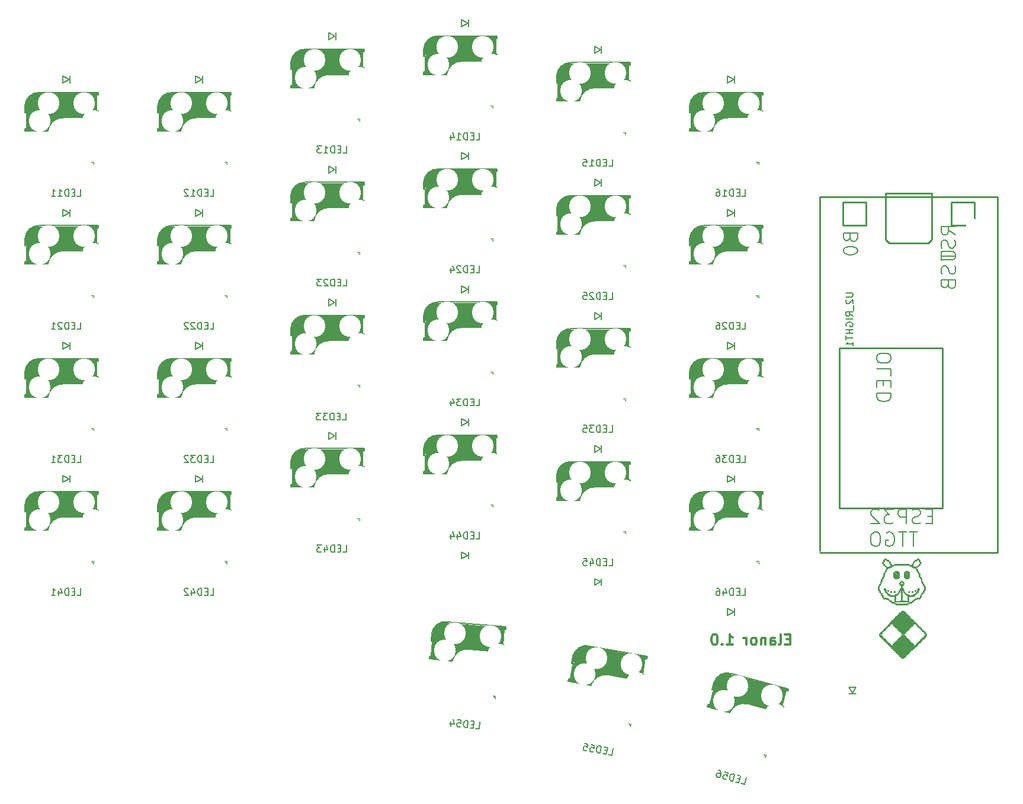
<source format=gbo>
%TF.GenerationSoftware,KiCad,Pcbnew,5.1.10*%
%TF.CreationDate,2021-09-07T21:41:42+02:00*%
%TF.ProjectId,mini,6d696e69-2e6b-4696-9361-645f70636258,rev?*%
%TF.SameCoordinates,Original*%
%TF.FileFunction,Legend,Bot*%
%TF.FilePolarity,Positive*%
%FSLAX46Y46*%
G04 Gerber Fmt 4.6, Leading zero omitted, Abs format (unit mm)*
G04 Created by KiCad (PCBNEW 5.1.10) date 2021-09-07 21:41:42*
%MOMM*%
%LPD*%
G01*
G04 APERTURE LIST*
%ADD10C,0.300000*%
%ADD11C,0.010000*%
%ADD12C,0.400000*%
%ADD13C,0.500000*%
%ADD14C,0.150000*%
%ADD15C,3.500000*%
%ADD16C,1.000000*%
%ADD17C,3.000000*%
%ADD18C,0.800000*%
%ADD19C,0.120000*%
%ADD20C,0.254000*%
%ADD21C,0.203200*%
%ADD22C,1.802000*%
%ADD23C,2.002000*%
%ADD24C,4.202000*%
%ADD25C,3.102000*%
%ADD26O,1.880000X1.402000*%
%ADD27O,1.402000X1.880000*%
%ADD28C,1.626000*%
%ADD29C,2.102000*%
%ADD30C,5.102000*%
G04 APERTURE END LIST*
D10*
X186671428Y-135292857D02*
X186171428Y-135292857D01*
X185957142Y-136078571D02*
X186671428Y-136078571D01*
X186671428Y-134578571D01*
X185957142Y-134578571D01*
X185100000Y-136078571D02*
X185242857Y-136007142D01*
X185314285Y-135864285D01*
X185314285Y-134578571D01*
X183885714Y-136078571D02*
X183885714Y-135292857D01*
X183957142Y-135150000D01*
X184100000Y-135078571D01*
X184385714Y-135078571D01*
X184528571Y-135150000D01*
X183885714Y-136007142D02*
X184028571Y-136078571D01*
X184385714Y-136078571D01*
X184528571Y-136007142D01*
X184600000Y-135864285D01*
X184600000Y-135721428D01*
X184528571Y-135578571D01*
X184385714Y-135507142D01*
X184028571Y-135507142D01*
X183885714Y-135435714D01*
X183171428Y-135078571D02*
X183171428Y-136078571D01*
X183171428Y-135221428D02*
X183100000Y-135150000D01*
X182957142Y-135078571D01*
X182742857Y-135078571D01*
X182600000Y-135150000D01*
X182528571Y-135292857D01*
X182528571Y-136078571D01*
X181600000Y-136078571D02*
X181742857Y-136007142D01*
X181814285Y-135935714D01*
X181885714Y-135792857D01*
X181885714Y-135364285D01*
X181814285Y-135221428D01*
X181742857Y-135150000D01*
X181600000Y-135078571D01*
X181385714Y-135078571D01*
X181242857Y-135150000D01*
X181171428Y-135221428D01*
X181100000Y-135364285D01*
X181100000Y-135792857D01*
X181171428Y-135935714D01*
X181242857Y-136007142D01*
X181385714Y-136078571D01*
X181600000Y-136078571D01*
X180457142Y-136078571D02*
X180457142Y-135078571D01*
X180457142Y-135364285D02*
X180385714Y-135221428D01*
X180314285Y-135150000D01*
X180171428Y-135078571D01*
X180028571Y-135078571D01*
X177600000Y-136078571D02*
X178457142Y-136078571D01*
X178028571Y-136078571D02*
X178028571Y-134578571D01*
X178171428Y-134792857D01*
X178314285Y-134935714D01*
X178457142Y-135007142D01*
X176957142Y-135935714D02*
X176885714Y-136007142D01*
X176957142Y-136078571D01*
X177028571Y-136007142D01*
X176957142Y-135935714D01*
X176957142Y-136078571D01*
X175957142Y-134578571D02*
X175814285Y-134578571D01*
X175671428Y-134650000D01*
X175600000Y-134721428D01*
X175528571Y-134864285D01*
X175457142Y-135150000D01*
X175457142Y-135507142D01*
X175528571Y-135792857D01*
X175600000Y-135935714D01*
X175671428Y-136007142D01*
X175814285Y-136078571D01*
X175957142Y-136078571D01*
X176100000Y-136007142D01*
X176171428Y-135935714D01*
X176242857Y-135792857D01*
X176314285Y-135507142D01*
X176314285Y-135150000D01*
X176242857Y-134864285D01*
X176171428Y-134721428D01*
X176100000Y-134650000D01*
X175957142Y-134578571D01*
D11*
G36*
X200178210Y-123801289D02*
G01*
X200136439Y-123817461D01*
X200124046Y-123855965D01*
X200123500Y-123877375D01*
X200110387Y-123937795D01*
X200058753Y-123956414D01*
X200044125Y-123956750D01*
X199995145Y-123962671D01*
X199971938Y-123991780D01*
X199965054Y-124061088D01*
X199964750Y-124099625D01*
X199960596Y-124188910D01*
X199943344Y-124231131D01*
X199905812Y-124242445D01*
X199901250Y-124242500D01*
X199861568Y-124251848D01*
X199842803Y-124290665D01*
X199837775Y-124375111D01*
X199837750Y-124385375D01*
X199841905Y-124474660D01*
X199859157Y-124516881D01*
X199896689Y-124528195D01*
X199901250Y-124528250D01*
X199951045Y-124546853D01*
X199964750Y-124607625D01*
X199977864Y-124668045D01*
X200029498Y-124686664D01*
X200044125Y-124687000D01*
X200104546Y-124700113D01*
X200123165Y-124751747D01*
X200123500Y-124766375D01*
X200136614Y-124826795D01*
X200188248Y-124845414D01*
X200202875Y-124845750D01*
X200265118Y-124860632D01*
X200282250Y-124909250D01*
X200300854Y-124959044D01*
X200361625Y-124972750D01*
X200408734Y-124977896D01*
X200432235Y-125004163D01*
X200440249Y-125067789D01*
X200441000Y-125131500D01*
X200438427Y-125225716D01*
X200425294Y-125272718D01*
X200393481Y-125288746D01*
X200361625Y-125290250D01*
X200314517Y-125295396D01*
X200291016Y-125321663D01*
X200283002Y-125385289D01*
X200282250Y-125449000D01*
X200279740Y-125543169D01*
X200266667Y-125590145D01*
X200234720Y-125606195D01*
X200201136Y-125607750D01*
X200152526Y-125612325D01*
X200130271Y-125637138D01*
X200126494Y-125698820D01*
X200129698Y-125758562D01*
X200139949Y-125851532D01*
X200160059Y-125896592D01*
X200197572Y-125909286D01*
X200202875Y-125909375D01*
X200242674Y-125899198D01*
X200264270Y-125858303D01*
X200275208Y-125771145D01*
X200276053Y-125758562D01*
X200285312Y-125667012D01*
X200303980Y-125622481D01*
X200341598Y-125608488D01*
X200363365Y-125607750D01*
X200411584Y-125601435D01*
X200434246Y-125571106D01*
X200440777Y-125499683D01*
X200441000Y-125467083D01*
X200445429Y-125377975D01*
X200464416Y-125334025D01*
X200506515Y-125317176D01*
X200512438Y-125316270D01*
X200566779Y-125291843D01*
X200573942Y-125234687D01*
X200573580Y-125192522D01*
X200597769Y-125171308D01*
X200661477Y-125163956D01*
X200724755Y-125163250D01*
X200819713Y-125160750D01*
X200867362Y-125147935D01*
X200883847Y-125116833D01*
X200885500Y-125083875D01*
X200891422Y-125034894D01*
X200920531Y-125011687D01*
X200989839Y-125004803D01*
X201028375Y-125004500D01*
X201116541Y-125001210D01*
X201158312Y-124985038D01*
X201170705Y-124946534D01*
X201171250Y-124925125D01*
X201176397Y-124878016D01*
X201202664Y-124854515D01*
X201266290Y-124846501D01*
X201330000Y-124845750D01*
X201425219Y-124842406D01*
X201472709Y-124828216D01*
X201488071Y-124796937D01*
X201488750Y-124782250D01*
X201490411Y-124765410D01*
X201499523Y-124751846D01*
X201522279Y-124741202D01*
X201564872Y-124733125D01*
X201633497Y-124727262D01*
X201734345Y-124723257D01*
X201873611Y-124720757D01*
X202057488Y-124719409D01*
X202292170Y-124718857D01*
X202583849Y-124718750D01*
X202600000Y-124718750D01*
X202894685Y-124718844D01*
X203132062Y-124719365D01*
X203318327Y-124720665D01*
X203459671Y-124723099D01*
X203562289Y-124727021D01*
X203632374Y-124732783D01*
X203676119Y-124740742D01*
X203699717Y-124751249D01*
X203709363Y-124764659D01*
X203711249Y-124781327D01*
X203711250Y-124782250D01*
X203719609Y-124820337D01*
X203755085Y-124839333D01*
X203833282Y-124845478D01*
X203870000Y-124845750D01*
X203964217Y-124848323D01*
X204011219Y-124861456D01*
X204027247Y-124893269D01*
X204028750Y-124925125D01*
X204034672Y-124974105D01*
X204063781Y-124997312D01*
X204133089Y-125004196D01*
X204171625Y-125004500D01*
X204259791Y-125007789D01*
X204301562Y-125023961D01*
X204313955Y-125062465D01*
X204314500Y-125083875D01*
X204319563Y-125130764D01*
X204345514Y-125154293D01*
X204408500Y-125162433D01*
X204475246Y-125163250D01*
X204569785Y-125165694D01*
X204615842Y-125177755D01*
X204628385Y-125206522D01*
X204626059Y-125234687D01*
X204634572Y-125293634D01*
X204687563Y-125316270D01*
X204732497Y-125331372D01*
X204753448Y-125371734D01*
X204758968Y-125455415D01*
X204759000Y-125467083D01*
X204762486Y-125554450D01*
X204779225Y-125595512D01*
X204818643Y-125607345D01*
X204836636Y-125607750D01*
X204884222Y-125614342D01*
X204909119Y-125645114D01*
X204920894Y-125716560D01*
X204923948Y-125758276D01*
X204938948Y-125862810D01*
X204968476Y-125912377D01*
X204982799Y-125918124D01*
X205039263Y-125914069D01*
X205054236Y-125905180D01*
X205067935Y-125862162D01*
X205075780Y-125780725D01*
X205076500Y-125745333D01*
X205072908Y-125659247D01*
X205055480Y-125619257D01*
X205014244Y-125608073D01*
X204997125Y-125607750D01*
X204950017Y-125602603D01*
X204926516Y-125576336D01*
X204918502Y-125512710D01*
X204917750Y-125449000D01*
X204915177Y-125354783D01*
X204902044Y-125307781D01*
X204870231Y-125291753D01*
X204838375Y-125290250D01*
X204791267Y-125285103D01*
X204767766Y-125258836D01*
X204759752Y-125195210D01*
X204759000Y-125131500D01*
X204761574Y-125037283D01*
X204774707Y-124990281D01*
X204806520Y-124974253D01*
X204838375Y-124972750D01*
X204900618Y-124957867D01*
X204917750Y-124909250D01*
X204936354Y-124859455D01*
X204997125Y-124845750D01*
X205057546Y-124832636D01*
X205076165Y-124781002D01*
X205076500Y-124766375D01*
X205089614Y-124705954D01*
X205141248Y-124687335D01*
X205155875Y-124687000D01*
X205216296Y-124673886D01*
X205234915Y-124622252D01*
X205235250Y-124607625D01*
X205250133Y-124545382D01*
X205298750Y-124528250D01*
X205338433Y-124518901D01*
X205357198Y-124480084D01*
X205362226Y-124395638D01*
X205362250Y-124385375D01*
X205235250Y-124385375D01*
X205231961Y-124473540D01*
X205215789Y-124515311D01*
X205177285Y-124527704D01*
X205155875Y-124528250D01*
X205095455Y-124541363D01*
X205076836Y-124592997D01*
X205076500Y-124607625D01*
X205063387Y-124668045D01*
X205011753Y-124686664D01*
X204997125Y-124687000D01*
X204936705Y-124700113D01*
X204918086Y-124751747D01*
X204917750Y-124766375D01*
X204904637Y-124826795D01*
X204853003Y-124845414D01*
X204838375Y-124845750D01*
X204776133Y-124860632D01*
X204759000Y-124909250D01*
X204752568Y-124943615D01*
X204723918Y-124962774D01*
X204659018Y-124971045D01*
X204552625Y-124972750D01*
X204440939Y-124970770D01*
X204378671Y-124961955D01*
X204351790Y-124941986D01*
X204346250Y-124909250D01*
X204327647Y-124859455D01*
X204266875Y-124845750D01*
X204217613Y-124839703D01*
X204194461Y-124810147D01*
X204187753Y-124739953D01*
X204187500Y-124705083D01*
X201012500Y-124705083D01*
X201009089Y-124792384D01*
X200992411Y-124833415D01*
X200952802Y-124845303D01*
X200933125Y-124845750D01*
X200870883Y-124860632D01*
X200853750Y-124909250D01*
X200847318Y-124943615D01*
X200818668Y-124962774D01*
X200753768Y-124971045D01*
X200647375Y-124972750D01*
X200535689Y-124970770D01*
X200473421Y-124961955D01*
X200446540Y-124941986D01*
X200441000Y-124909250D01*
X200422397Y-124859455D01*
X200361625Y-124845750D01*
X200301205Y-124832636D01*
X200282586Y-124781002D01*
X200282250Y-124766375D01*
X200269137Y-124705954D01*
X200217503Y-124687335D01*
X200202875Y-124687000D01*
X200142455Y-124673886D01*
X200123836Y-124622252D01*
X200123500Y-124607625D01*
X200110387Y-124547204D01*
X200058753Y-124528585D01*
X200044125Y-124528250D01*
X199995145Y-124522328D01*
X199971938Y-124493219D01*
X199965054Y-124423911D01*
X199964750Y-124385375D01*
X199968040Y-124297209D01*
X199984212Y-124255438D01*
X200022716Y-124243045D01*
X200044125Y-124242500D01*
X200093106Y-124236578D01*
X200116313Y-124207469D01*
X200123197Y-124138161D01*
X200123500Y-124099625D01*
X200123500Y-123956750D01*
X200266375Y-123956750D01*
X200355661Y-123960904D01*
X200397882Y-123978156D01*
X200409196Y-124015688D01*
X200409250Y-124020250D01*
X200417609Y-124058337D01*
X200453085Y-124077333D01*
X200531282Y-124083478D01*
X200568000Y-124083750D01*
X200662217Y-124086323D01*
X200709219Y-124099456D01*
X200725247Y-124131269D01*
X200726750Y-124163125D01*
X200741956Y-124225707D01*
X200788511Y-124242500D01*
X200827411Y-124253348D01*
X200848647Y-124296100D01*
X200859471Y-124386065D01*
X200859948Y-124393312D01*
X200870356Y-124486944D01*
X200891663Y-124534384D01*
X200932571Y-124552902D01*
X200941063Y-124554270D01*
X200985997Y-124569372D01*
X201006948Y-124609734D01*
X201012468Y-124693415D01*
X201012500Y-124705083D01*
X204187500Y-124705083D01*
X204191929Y-124615975D01*
X204210916Y-124572025D01*
X204253015Y-124555176D01*
X204258938Y-124554270D01*
X204303593Y-124538640D01*
X204327321Y-124496716D01*
X204338826Y-124411229D01*
X204340053Y-124393312D01*
X204350481Y-124300022D01*
X204370887Y-124254864D01*
X204408520Y-124242530D01*
X204411490Y-124242500D01*
X204460185Y-124222958D01*
X204473250Y-124163125D01*
X204478397Y-124116016D01*
X204504664Y-124092515D01*
X204568290Y-124084501D01*
X204632000Y-124083750D01*
X204727219Y-124080406D01*
X204774709Y-124066216D01*
X204790071Y-124034937D01*
X204790750Y-124020250D01*
X204800099Y-123980567D01*
X204838916Y-123961802D01*
X204923362Y-123956774D01*
X204933625Y-123956750D01*
X205076500Y-123956750D01*
X205076500Y-124099625D01*
X205079790Y-124187790D01*
X205095962Y-124229561D01*
X205134466Y-124241954D01*
X205155875Y-124242500D01*
X205204856Y-124248421D01*
X205228063Y-124277530D01*
X205234947Y-124346838D01*
X205235250Y-124385375D01*
X205362250Y-124385375D01*
X205358096Y-124296089D01*
X205340844Y-124253868D01*
X205303312Y-124242554D01*
X205298750Y-124242500D01*
X205259068Y-124233151D01*
X205240303Y-124194334D01*
X205235275Y-124109888D01*
X205235250Y-124099625D01*
X205231961Y-124011459D01*
X205215789Y-123969688D01*
X205177285Y-123957295D01*
X205155875Y-123956750D01*
X205095455Y-123943636D01*
X205076836Y-123892002D01*
X205076500Y-123877375D01*
X205070579Y-123828394D01*
X205041470Y-123805187D01*
X204972162Y-123798303D01*
X204933625Y-123798000D01*
X204845460Y-123801289D01*
X204803689Y-123817461D01*
X204791296Y-123855965D01*
X204790750Y-123877375D01*
X204785604Y-123924483D01*
X204759337Y-123947984D01*
X204695711Y-123955998D01*
X204632000Y-123956750D01*
X204536782Y-123960093D01*
X204489292Y-123974283D01*
X204473930Y-124005562D01*
X204473250Y-124020250D01*
X204450800Y-124073314D01*
X204409750Y-124083750D01*
X204359956Y-124102353D01*
X204346250Y-124163125D01*
X204333137Y-124223545D01*
X204281503Y-124242164D01*
X204266875Y-124242500D01*
X204219767Y-124247646D01*
X204196266Y-124273913D01*
X204188252Y-124337539D01*
X204187500Y-124401250D01*
X204184927Y-124495466D01*
X204171794Y-124542468D01*
X204139981Y-124558496D01*
X204108125Y-124560000D01*
X204045883Y-124574882D01*
X204028750Y-124623500D01*
X204020392Y-124661587D01*
X203984916Y-124680583D01*
X203906719Y-124686728D01*
X203870000Y-124687000D01*
X203774782Y-124683656D01*
X203727292Y-124669466D01*
X203711930Y-124638187D01*
X203711250Y-124623500D01*
X203709590Y-124606660D01*
X203700478Y-124593096D01*
X203677722Y-124582452D01*
X203635129Y-124574375D01*
X203566504Y-124568512D01*
X203465656Y-124564507D01*
X203326390Y-124562007D01*
X203142513Y-124560659D01*
X202907831Y-124560107D01*
X202616152Y-124560000D01*
X202600000Y-124560000D01*
X202305316Y-124560094D01*
X202067939Y-124560615D01*
X201881674Y-124561915D01*
X201740330Y-124564349D01*
X201637712Y-124568271D01*
X201567627Y-124574033D01*
X201523882Y-124581992D01*
X201500284Y-124592499D01*
X201490638Y-124605909D01*
X201488752Y-124622577D01*
X201488750Y-124623500D01*
X201480392Y-124661587D01*
X201444916Y-124680583D01*
X201366719Y-124686728D01*
X201330000Y-124687000D01*
X201234782Y-124683656D01*
X201187292Y-124669466D01*
X201171930Y-124638187D01*
X201171250Y-124623500D01*
X201152647Y-124573705D01*
X201091875Y-124560000D01*
X201044767Y-124554853D01*
X201021266Y-124528586D01*
X201013252Y-124464960D01*
X201012500Y-124401250D01*
X201009927Y-124307033D01*
X200996794Y-124260031D01*
X200964981Y-124244003D01*
X200933125Y-124242500D01*
X200872705Y-124229386D01*
X200854086Y-124177752D01*
X200853750Y-124163125D01*
X200838868Y-124100882D01*
X200790250Y-124083750D01*
X200737186Y-124061299D01*
X200726750Y-124020250D01*
X200718392Y-123982162D01*
X200682916Y-123963166D01*
X200604719Y-123957021D01*
X200568000Y-123956750D01*
X200473784Y-123954176D01*
X200426782Y-123941043D01*
X200410754Y-123909230D01*
X200409250Y-123877375D01*
X200403329Y-123828394D01*
X200374220Y-123805187D01*
X200304912Y-123798303D01*
X200266375Y-123798000D01*
X200178210Y-123801289D01*
G37*
X200178210Y-123801289D02*
X200136439Y-123817461D01*
X200124046Y-123855965D01*
X200123500Y-123877375D01*
X200110387Y-123937795D01*
X200058753Y-123956414D01*
X200044125Y-123956750D01*
X199995145Y-123962671D01*
X199971938Y-123991780D01*
X199965054Y-124061088D01*
X199964750Y-124099625D01*
X199960596Y-124188910D01*
X199943344Y-124231131D01*
X199905812Y-124242445D01*
X199901250Y-124242500D01*
X199861568Y-124251848D01*
X199842803Y-124290665D01*
X199837775Y-124375111D01*
X199837750Y-124385375D01*
X199841905Y-124474660D01*
X199859157Y-124516881D01*
X199896689Y-124528195D01*
X199901250Y-124528250D01*
X199951045Y-124546853D01*
X199964750Y-124607625D01*
X199977864Y-124668045D01*
X200029498Y-124686664D01*
X200044125Y-124687000D01*
X200104546Y-124700113D01*
X200123165Y-124751747D01*
X200123500Y-124766375D01*
X200136614Y-124826795D01*
X200188248Y-124845414D01*
X200202875Y-124845750D01*
X200265118Y-124860632D01*
X200282250Y-124909250D01*
X200300854Y-124959044D01*
X200361625Y-124972750D01*
X200408734Y-124977896D01*
X200432235Y-125004163D01*
X200440249Y-125067789D01*
X200441000Y-125131500D01*
X200438427Y-125225716D01*
X200425294Y-125272718D01*
X200393481Y-125288746D01*
X200361625Y-125290250D01*
X200314517Y-125295396D01*
X200291016Y-125321663D01*
X200283002Y-125385289D01*
X200282250Y-125449000D01*
X200279740Y-125543169D01*
X200266667Y-125590145D01*
X200234720Y-125606195D01*
X200201136Y-125607750D01*
X200152526Y-125612325D01*
X200130271Y-125637138D01*
X200126494Y-125698820D01*
X200129698Y-125758562D01*
X200139949Y-125851532D01*
X200160059Y-125896592D01*
X200197572Y-125909286D01*
X200202875Y-125909375D01*
X200242674Y-125899198D01*
X200264270Y-125858303D01*
X200275208Y-125771145D01*
X200276053Y-125758562D01*
X200285312Y-125667012D01*
X200303980Y-125622481D01*
X200341598Y-125608488D01*
X200363365Y-125607750D01*
X200411584Y-125601435D01*
X200434246Y-125571106D01*
X200440777Y-125499683D01*
X200441000Y-125467083D01*
X200445429Y-125377975D01*
X200464416Y-125334025D01*
X200506515Y-125317176D01*
X200512438Y-125316270D01*
X200566779Y-125291843D01*
X200573942Y-125234687D01*
X200573580Y-125192522D01*
X200597769Y-125171308D01*
X200661477Y-125163956D01*
X200724755Y-125163250D01*
X200819713Y-125160750D01*
X200867362Y-125147935D01*
X200883847Y-125116833D01*
X200885500Y-125083875D01*
X200891422Y-125034894D01*
X200920531Y-125011687D01*
X200989839Y-125004803D01*
X201028375Y-125004500D01*
X201116541Y-125001210D01*
X201158312Y-124985038D01*
X201170705Y-124946534D01*
X201171250Y-124925125D01*
X201176397Y-124878016D01*
X201202664Y-124854515D01*
X201266290Y-124846501D01*
X201330000Y-124845750D01*
X201425219Y-124842406D01*
X201472709Y-124828216D01*
X201488071Y-124796937D01*
X201488750Y-124782250D01*
X201490411Y-124765410D01*
X201499523Y-124751846D01*
X201522279Y-124741202D01*
X201564872Y-124733125D01*
X201633497Y-124727262D01*
X201734345Y-124723257D01*
X201873611Y-124720757D01*
X202057488Y-124719409D01*
X202292170Y-124718857D01*
X202583849Y-124718750D01*
X202600000Y-124718750D01*
X202894685Y-124718844D01*
X203132062Y-124719365D01*
X203318327Y-124720665D01*
X203459671Y-124723099D01*
X203562289Y-124727021D01*
X203632374Y-124732783D01*
X203676119Y-124740742D01*
X203699717Y-124751249D01*
X203709363Y-124764659D01*
X203711249Y-124781327D01*
X203711250Y-124782250D01*
X203719609Y-124820337D01*
X203755085Y-124839333D01*
X203833282Y-124845478D01*
X203870000Y-124845750D01*
X203964217Y-124848323D01*
X204011219Y-124861456D01*
X204027247Y-124893269D01*
X204028750Y-124925125D01*
X204034672Y-124974105D01*
X204063781Y-124997312D01*
X204133089Y-125004196D01*
X204171625Y-125004500D01*
X204259791Y-125007789D01*
X204301562Y-125023961D01*
X204313955Y-125062465D01*
X204314500Y-125083875D01*
X204319563Y-125130764D01*
X204345514Y-125154293D01*
X204408500Y-125162433D01*
X204475246Y-125163250D01*
X204569785Y-125165694D01*
X204615842Y-125177755D01*
X204628385Y-125206522D01*
X204626059Y-125234687D01*
X204634572Y-125293634D01*
X204687563Y-125316270D01*
X204732497Y-125331372D01*
X204753448Y-125371734D01*
X204758968Y-125455415D01*
X204759000Y-125467083D01*
X204762486Y-125554450D01*
X204779225Y-125595512D01*
X204818643Y-125607345D01*
X204836636Y-125607750D01*
X204884222Y-125614342D01*
X204909119Y-125645114D01*
X204920894Y-125716560D01*
X204923948Y-125758276D01*
X204938948Y-125862810D01*
X204968476Y-125912377D01*
X204982799Y-125918124D01*
X205039263Y-125914069D01*
X205054236Y-125905180D01*
X205067935Y-125862162D01*
X205075780Y-125780725D01*
X205076500Y-125745333D01*
X205072908Y-125659247D01*
X205055480Y-125619257D01*
X205014244Y-125608073D01*
X204997125Y-125607750D01*
X204950017Y-125602603D01*
X204926516Y-125576336D01*
X204918502Y-125512710D01*
X204917750Y-125449000D01*
X204915177Y-125354783D01*
X204902044Y-125307781D01*
X204870231Y-125291753D01*
X204838375Y-125290250D01*
X204791267Y-125285103D01*
X204767766Y-125258836D01*
X204759752Y-125195210D01*
X204759000Y-125131500D01*
X204761574Y-125037283D01*
X204774707Y-124990281D01*
X204806520Y-124974253D01*
X204838375Y-124972750D01*
X204900618Y-124957867D01*
X204917750Y-124909250D01*
X204936354Y-124859455D01*
X204997125Y-124845750D01*
X205057546Y-124832636D01*
X205076165Y-124781002D01*
X205076500Y-124766375D01*
X205089614Y-124705954D01*
X205141248Y-124687335D01*
X205155875Y-124687000D01*
X205216296Y-124673886D01*
X205234915Y-124622252D01*
X205235250Y-124607625D01*
X205250133Y-124545382D01*
X205298750Y-124528250D01*
X205338433Y-124518901D01*
X205357198Y-124480084D01*
X205362226Y-124395638D01*
X205362250Y-124385375D01*
X205235250Y-124385375D01*
X205231961Y-124473540D01*
X205215789Y-124515311D01*
X205177285Y-124527704D01*
X205155875Y-124528250D01*
X205095455Y-124541363D01*
X205076836Y-124592997D01*
X205076500Y-124607625D01*
X205063387Y-124668045D01*
X205011753Y-124686664D01*
X204997125Y-124687000D01*
X204936705Y-124700113D01*
X204918086Y-124751747D01*
X204917750Y-124766375D01*
X204904637Y-124826795D01*
X204853003Y-124845414D01*
X204838375Y-124845750D01*
X204776133Y-124860632D01*
X204759000Y-124909250D01*
X204752568Y-124943615D01*
X204723918Y-124962774D01*
X204659018Y-124971045D01*
X204552625Y-124972750D01*
X204440939Y-124970770D01*
X204378671Y-124961955D01*
X204351790Y-124941986D01*
X204346250Y-124909250D01*
X204327647Y-124859455D01*
X204266875Y-124845750D01*
X204217613Y-124839703D01*
X204194461Y-124810147D01*
X204187753Y-124739953D01*
X204187500Y-124705083D01*
X201012500Y-124705083D01*
X201009089Y-124792384D01*
X200992411Y-124833415D01*
X200952802Y-124845303D01*
X200933125Y-124845750D01*
X200870883Y-124860632D01*
X200853750Y-124909250D01*
X200847318Y-124943615D01*
X200818668Y-124962774D01*
X200753768Y-124971045D01*
X200647375Y-124972750D01*
X200535689Y-124970770D01*
X200473421Y-124961955D01*
X200446540Y-124941986D01*
X200441000Y-124909250D01*
X200422397Y-124859455D01*
X200361625Y-124845750D01*
X200301205Y-124832636D01*
X200282586Y-124781002D01*
X200282250Y-124766375D01*
X200269137Y-124705954D01*
X200217503Y-124687335D01*
X200202875Y-124687000D01*
X200142455Y-124673886D01*
X200123836Y-124622252D01*
X200123500Y-124607625D01*
X200110387Y-124547204D01*
X200058753Y-124528585D01*
X200044125Y-124528250D01*
X199995145Y-124522328D01*
X199971938Y-124493219D01*
X199965054Y-124423911D01*
X199964750Y-124385375D01*
X199968040Y-124297209D01*
X199984212Y-124255438D01*
X200022716Y-124243045D01*
X200044125Y-124242500D01*
X200093106Y-124236578D01*
X200116313Y-124207469D01*
X200123197Y-124138161D01*
X200123500Y-124099625D01*
X200123500Y-123956750D01*
X200266375Y-123956750D01*
X200355661Y-123960904D01*
X200397882Y-123978156D01*
X200409196Y-124015688D01*
X200409250Y-124020250D01*
X200417609Y-124058337D01*
X200453085Y-124077333D01*
X200531282Y-124083478D01*
X200568000Y-124083750D01*
X200662217Y-124086323D01*
X200709219Y-124099456D01*
X200725247Y-124131269D01*
X200726750Y-124163125D01*
X200741956Y-124225707D01*
X200788511Y-124242500D01*
X200827411Y-124253348D01*
X200848647Y-124296100D01*
X200859471Y-124386065D01*
X200859948Y-124393312D01*
X200870356Y-124486944D01*
X200891663Y-124534384D01*
X200932571Y-124552902D01*
X200941063Y-124554270D01*
X200985997Y-124569372D01*
X201006948Y-124609734D01*
X201012468Y-124693415D01*
X201012500Y-124705083D01*
X204187500Y-124705083D01*
X204191929Y-124615975D01*
X204210916Y-124572025D01*
X204253015Y-124555176D01*
X204258938Y-124554270D01*
X204303593Y-124538640D01*
X204327321Y-124496716D01*
X204338826Y-124411229D01*
X204340053Y-124393312D01*
X204350481Y-124300022D01*
X204370887Y-124254864D01*
X204408520Y-124242530D01*
X204411490Y-124242500D01*
X204460185Y-124222958D01*
X204473250Y-124163125D01*
X204478397Y-124116016D01*
X204504664Y-124092515D01*
X204568290Y-124084501D01*
X204632000Y-124083750D01*
X204727219Y-124080406D01*
X204774709Y-124066216D01*
X204790071Y-124034937D01*
X204790750Y-124020250D01*
X204800099Y-123980567D01*
X204838916Y-123961802D01*
X204923362Y-123956774D01*
X204933625Y-123956750D01*
X205076500Y-123956750D01*
X205076500Y-124099625D01*
X205079790Y-124187790D01*
X205095962Y-124229561D01*
X205134466Y-124241954D01*
X205155875Y-124242500D01*
X205204856Y-124248421D01*
X205228063Y-124277530D01*
X205234947Y-124346838D01*
X205235250Y-124385375D01*
X205362250Y-124385375D01*
X205358096Y-124296089D01*
X205340844Y-124253868D01*
X205303312Y-124242554D01*
X205298750Y-124242500D01*
X205259068Y-124233151D01*
X205240303Y-124194334D01*
X205235275Y-124109888D01*
X205235250Y-124099625D01*
X205231961Y-124011459D01*
X205215789Y-123969688D01*
X205177285Y-123957295D01*
X205155875Y-123956750D01*
X205095455Y-123943636D01*
X205076836Y-123892002D01*
X205076500Y-123877375D01*
X205070579Y-123828394D01*
X205041470Y-123805187D01*
X204972162Y-123798303D01*
X204933625Y-123798000D01*
X204845460Y-123801289D01*
X204803689Y-123817461D01*
X204791296Y-123855965D01*
X204790750Y-123877375D01*
X204785604Y-123924483D01*
X204759337Y-123947984D01*
X204695711Y-123955998D01*
X204632000Y-123956750D01*
X204536782Y-123960093D01*
X204489292Y-123974283D01*
X204473930Y-124005562D01*
X204473250Y-124020250D01*
X204450800Y-124073314D01*
X204409750Y-124083750D01*
X204359956Y-124102353D01*
X204346250Y-124163125D01*
X204333137Y-124223545D01*
X204281503Y-124242164D01*
X204266875Y-124242500D01*
X204219767Y-124247646D01*
X204196266Y-124273913D01*
X204188252Y-124337539D01*
X204187500Y-124401250D01*
X204184927Y-124495466D01*
X204171794Y-124542468D01*
X204139981Y-124558496D01*
X204108125Y-124560000D01*
X204045883Y-124574882D01*
X204028750Y-124623500D01*
X204020392Y-124661587D01*
X203984916Y-124680583D01*
X203906719Y-124686728D01*
X203870000Y-124687000D01*
X203774782Y-124683656D01*
X203727292Y-124669466D01*
X203711930Y-124638187D01*
X203711250Y-124623500D01*
X203709590Y-124606660D01*
X203700478Y-124593096D01*
X203677722Y-124582452D01*
X203635129Y-124574375D01*
X203566504Y-124568512D01*
X203465656Y-124564507D01*
X203326390Y-124562007D01*
X203142513Y-124560659D01*
X202907831Y-124560107D01*
X202616152Y-124560000D01*
X202600000Y-124560000D01*
X202305316Y-124560094D01*
X202067939Y-124560615D01*
X201881674Y-124561915D01*
X201740330Y-124564349D01*
X201637712Y-124568271D01*
X201567627Y-124574033D01*
X201523882Y-124581992D01*
X201500284Y-124592499D01*
X201490638Y-124605909D01*
X201488752Y-124622577D01*
X201488750Y-124623500D01*
X201480392Y-124661587D01*
X201444916Y-124680583D01*
X201366719Y-124686728D01*
X201330000Y-124687000D01*
X201234782Y-124683656D01*
X201187292Y-124669466D01*
X201171930Y-124638187D01*
X201171250Y-124623500D01*
X201152647Y-124573705D01*
X201091875Y-124560000D01*
X201044767Y-124554853D01*
X201021266Y-124528586D01*
X201013252Y-124464960D01*
X201012500Y-124401250D01*
X201009927Y-124307033D01*
X200996794Y-124260031D01*
X200964981Y-124244003D01*
X200933125Y-124242500D01*
X200872705Y-124229386D01*
X200854086Y-124177752D01*
X200853750Y-124163125D01*
X200838868Y-124100882D01*
X200790250Y-124083750D01*
X200737186Y-124061299D01*
X200726750Y-124020250D01*
X200718392Y-123982162D01*
X200682916Y-123963166D01*
X200604719Y-123957021D01*
X200568000Y-123956750D01*
X200473784Y-123954176D01*
X200426782Y-123941043D01*
X200410754Y-123909230D01*
X200409250Y-123877375D01*
X200403329Y-123828394D01*
X200374220Y-123805187D01*
X200304912Y-123798303D01*
X200266375Y-123798000D01*
X200178210Y-123801289D01*
G36*
X201732755Y-125576989D02*
G01*
X201661757Y-125582929D01*
X201627506Y-125598278D01*
X201616626Y-125627495D01*
X201615750Y-125655375D01*
X201602637Y-125715795D01*
X201551003Y-125734414D01*
X201536375Y-125734750D01*
X201457000Y-125734750D01*
X201457000Y-126496750D01*
X201536375Y-126496750D01*
X201596796Y-126509863D01*
X201615415Y-126561497D01*
X201615750Y-126576125D01*
X201618718Y-126616498D01*
X201636538Y-126640164D01*
X201682586Y-126651581D01*
X201770238Y-126655208D01*
X201853875Y-126655500D01*
X201974996Y-126654510D01*
X202045994Y-126648570D01*
X202080245Y-126633221D01*
X202091125Y-126604004D01*
X202092000Y-126576125D01*
X202105114Y-126515704D01*
X202156748Y-126497085D01*
X202171375Y-126496750D01*
X202250750Y-126496750D01*
X202250750Y-125972875D01*
X201933250Y-125972875D01*
X201920137Y-126033295D01*
X201868503Y-126051914D01*
X201853875Y-126052250D01*
X201793455Y-126039136D01*
X201774836Y-125987502D01*
X201774500Y-125972875D01*
X201761387Y-125912454D01*
X201709753Y-125893835D01*
X201695125Y-125893500D01*
X201634705Y-125880386D01*
X201616086Y-125828752D01*
X201615750Y-125814125D01*
X201628864Y-125753704D01*
X201680498Y-125735085D01*
X201695125Y-125734750D01*
X201755546Y-125747863D01*
X201774165Y-125799497D01*
X201774500Y-125814125D01*
X201787614Y-125874545D01*
X201839248Y-125893164D01*
X201853875Y-125893500D01*
X201914296Y-125906613D01*
X201932915Y-125958247D01*
X201933250Y-125972875D01*
X202250750Y-125972875D01*
X202250750Y-125734750D01*
X202171375Y-125734750D01*
X202110955Y-125721636D01*
X202092336Y-125670002D01*
X202092000Y-125655375D01*
X202089033Y-125615001D01*
X202071213Y-125591335D01*
X202025165Y-125579918D01*
X201937513Y-125576291D01*
X201853875Y-125576000D01*
X201732755Y-125576989D01*
G37*
X201732755Y-125576989D02*
X201661757Y-125582929D01*
X201627506Y-125598278D01*
X201616626Y-125627495D01*
X201615750Y-125655375D01*
X201602637Y-125715795D01*
X201551003Y-125734414D01*
X201536375Y-125734750D01*
X201457000Y-125734750D01*
X201457000Y-126496750D01*
X201536375Y-126496750D01*
X201596796Y-126509863D01*
X201615415Y-126561497D01*
X201615750Y-126576125D01*
X201618718Y-126616498D01*
X201636538Y-126640164D01*
X201682586Y-126651581D01*
X201770238Y-126655208D01*
X201853875Y-126655500D01*
X201974996Y-126654510D01*
X202045994Y-126648570D01*
X202080245Y-126633221D01*
X202091125Y-126604004D01*
X202092000Y-126576125D01*
X202105114Y-126515704D01*
X202156748Y-126497085D01*
X202171375Y-126496750D01*
X202250750Y-126496750D01*
X202250750Y-125972875D01*
X201933250Y-125972875D01*
X201920137Y-126033295D01*
X201868503Y-126051914D01*
X201853875Y-126052250D01*
X201793455Y-126039136D01*
X201774836Y-125987502D01*
X201774500Y-125972875D01*
X201761387Y-125912454D01*
X201709753Y-125893835D01*
X201695125Y-125893500D01*
X201634705Y-125880386D01*
X201616086Y-125828752D01*
X201615750Y-125814125D01*
X201628864Y-125753704D01*
X201680498Y-125735085D01*
X201695125Y-125734750D01*
X201755546Y-125747863D01*
X201774165Y-125799497D01*
X201774500Y-125814125D01*
X201787614Y-125874545D01*
X201839248Y-125893164D01*
X201853875Y-125893500D01*
X201914296Y-125906613D01*
X201932915Y-125958247D01*
X201933250Y-125972875D01*
X202250750Y-125972875D01*
X202250750Y-125734750D01*
X202171375Y-125734750D01*
X202110955Y-125721636D01*
X202092336Y-125670002D01*
X202092000Y-125655375D01*
X202089033Y-125615001D01*
X202071213Y-125591335D01*
X202025165Y-125579918D01*
X201937513Y-125576291D01*
X201853875Y-125576000D01*
X201732755Y-125576989D01*
G36*
X203225005Y-125576989D02*
G01*
X203154007Y-125582929D01*
X203119756Y-125598278D01*
X203108876Y-125627495D01*
X203108000Y-125655375D01*
X203094887Y-125715795D01*
X203043253Y-125734414D01*
X203028625Y-125734750D01*
X202949250Y-125734750D01*
X202949250Y-126496750D01*
X203028625Y-126496750D01*
X203089046Y-126509863D01*
X203107665Y-126561497D01*
X203108000Y-126576125D01*
X203110968Y-126616498D01*
X203128788Y-126640164D01*
X203174836Y-126651581D01*
X203262488Y-126655208D01*
X203346125Y-126655500D01*
X203467246Y-126654510D01*
X203538244Y-126648570D01*
X203572495Y-126633221D01*
X203583375Y-126604004D01*
X203584250Y-126576125D01*
X203597364Y-126515704D01*
X203648998Y-126497085D01*
X203663625Y-126496750D01*
X203743000Y-126496750D01*
X203743000Y-125972875D01*
X203425500Y-125972875D01*
X203412387Y-126033295D01*
X203360753Y-126051914D01*
X203346125Y-126052250D01*
X203285705Y-126039136D01*
X203267086Y-125987502D01*
X203266750Y-125972875D01*
X203253637Y-125912454D01*
X203202003Y-125893835D01*
X203187375Y-125893500D01*
X203127482Y-125880830D01*
X203108498Y-125830343D01*
X203108000Y-125812016D01*
X203117151Y-125753960D01*
X203157763Y-125737948D01*
X203195313Y-125740578D01*
X203267107Y-125766886D01*
X203292771Y-125822062D01*
X203324222Y-125881786D01*
X203364209Y-125893500D01*
X203412610Y-125913312D01*
X203425500Y-125972875D01*
X203743000Y-125972875D01*
X203743000Y-125734750D01*
X203663625Y-125734750D01*
X203603205Y-125721636D01*
X203584586Y-125670002D01*
X203584250Y-125655375D01*
X203581283Y-125615001D01*
X203563463Y-125591335D01*
X203517415Y-125579918D01*
X203429763Y-125576291D01*
X203346125Y-125576000D01*
X203225005Y-125576989D01*
G37*
X203225005Y-125576989D02*
X203154007Y-125582929D01*
X203119756Y-125598278D01*
X203108876Y-125627495D01*
X203108000Y-125655375D01*
X203094887Y-125715795D01*
X203043253Y-125734414D01*
X203028625Y-125734750D01*
X202949250Y-125734750D01*
X202949250Y-126496750D01*
X203028625Y-126496750D01*
X203089046Y-126509863D01*
X203107665Y-126561497D01*
X203108000Y-126576125D01*
X203110968Y-126616498D01*
X203128788Y-126640164D01*
X203174836Y-126651581D01*
X203262488Y-126655208D01*
X203346125Y-126655500D01*
X203467246Y-126654510D01*
X203538244Y-126648570D01*
X203572495Y-126633221D01*
X203583375Y-126604004D01*
X203584250Y-126576125D01*
X203597364Y-126515704D01*
X203648998Y-126497085D01*
X203663625Y-126496750D01*
X203743000Y-126496750D01*
X203743000Y-125972875D01*
X203425500Y-125972875D01*
X203412387Y-126033295D01*
X203360753Y-126051914D01*
X203346125Y-126052250D01*
X203285705Y-126039136D01*
X203267086Y-125987502D01*
X203266750Y-125972875D01*
X203253637Y-125912454D01*
X203202003Y-125893835D01*
X203187375Y-125893500D01*
X203127482Y-125880830D01*
X203108498Y-125830343D01*
X203108000Y-125812016D01*
X203117151Y-125753960D01*
X203157763Y-125737948D01*
X203195313Y-125740578D01*
X203267107Y-125766886D01*
X203292771Y-125822062D01*
X203324222Y-125881786D01*
X203364209Y-125893500D01*
X203412610Y-125913312D01*
X203425500Y-125972875D01*
X203743000Y-125972875D01*
X203743000Y-125734750D01*
X203663625Y-125734750D01*
X203603205Y-125721636D01*
X203584586Y-125670002D01*
X203584250Y-125655375D01*
X203581283Y-125615001D01*
X203563463Y-125591335D01*
X203517415Y-125579918D01*
X203429763Y-125576291D01*
X203346125Y-125576000D01*
X203225005Y-125576989D01*
G36*
X202531928Y-126949792D02*
G01*
X202507025Y-126986107D01*
X202504750Y-127020625D01*
X202491637Y-127081045D01*
X202440003Y-127099664D01*
X202425375Y-127100000D01*
X202363133Y-127114882D01*
X202346000Y-127163500D01*
X202323550Y-127216564D01*
X202282500Y-127227000D01*
X202236020Y-127241968D01*
X202219656Y-127297662D01*
X202219000Y-127322250D01*
X202227543Y-127390322D01*
X202263858Y-127415225D01*
X202298375Y-127417500D01*
X202358796Y-127404386D01*
X202377415Y-127352752D01*
X202377750Y-127338125D01*
X202392633Y-127275882D01*
X202441250Y-127258750D01*
X202491045Y-127240146D01*
X202504750Y-127179375D01*
X202515002Y-127122647D01*
X202558580Y-127101895D01*
X202600000Y-127100000D01*
X202668073Y-127108542D01*
X202692976Y-127144857D01*
X202695250Y-127179375D01*
X202710133Y-127241617D01*
X202758750Y-127258750D01*
X202808545Y-127277353D01*
X202822250Y-127338125D01*
X202835364Y-127398545D01*
X202886998Y-127417164D01*
X202901625Y-127417500D01*
X202958353Y-127407248D01*
X202979105Y-127363670D01*
X202981000Y-127322250D01*
X202971022Y-127252529D01*
X202933892Y-127227982D01*
X202917500Y-127227000D01*
X202864436Y-127204549D01*
X202854000Y-127163500D01*
X202835397Y-127113705D01*
X202774625Y-127100000D01*
X202714205Y-127086886D01*
X202695586Y-127035252D01*
X202695250Y-127020625D01*
X202684999Y-126963897D01*
X202641421Y-126943145D01*
X202600000Y-126941250D01*
X202531928Y-126949792D01*
G37*
X202531928Y-126949792D02*
X202507025Y-126986107D01*
X202504750Y-127020625D01*
X202491637Y-127081045D01*
X202440003Y-127099664D01*
X202425375Y-127100000D01*
X202363133Y-127114882D01*
X202346000Y-127163500D01*
X202323550Y-127216564D01*
X202282500Y-127227000D01*
X202236020Y-127241968D01*
X202219656Y-127297662D01*
X202219000Y-127322250D01*
X202227543Y-127390322D01*
X202263858Y-127415225D01*
X202298375Y-127417500D01*
X202358796Y-127404386D01*
X202377415Y-127352752D01*
X202377750Y-127338125D01*
X202392633Y-127275882D01*
X202441250Y-127258750D01*
X202491045Y-127240146D01*
X202504750Y-127179375D01*
X202515002Y-127122647D01*
X202558580Y-127101895D01*
X202600000Y-127100000D01*
X202668073Y-127108542D01*
X202692976Y-127144857D01*
X202695250Y-127179375D01*
X202710133Y-127241617D01*
X202758750Y-127258750D01*
X202808545Y-127277353D01*
X202822250Y-127338125D01*
X202835364Y-127398545D01*
X202886998Y-127417164D01*
X202901625Y-127417500D01*
X202958353Y-127407248D01*
X202979105Y-127363670D01*
X202981000Y-127322250D01*
X202971022Y-127252529D01*
X202933892Y-127227982D01*
X202917500Y-127227000D01*
X202864436Y-127204549D01*
X202854000Y-127163500D01*
X202835397Y-127113705D01*
X202774625Y-127100000D01*
X202714205Y-127086886D01*
X202695586Y-127035252D01*
X202695250Y-127020625D01*
X202684999Y-126963897D01*
X202641421Y-126943145D01*
X202600000Y-126941250D01*
X202531928Y-126949792D01*
G36*
X200590648Y-128285001D02*
G01*
X200569896Y-128328579D01*
X200568000Y-128370000D01*
X200576543Y-128438072D01*
X200612858Y-128462975D01*
X200647375Y-128465250D01*
X200704103Y-128454998D01*
X200724855Y-128411420D01*
X200726750Y-128370000D01*
X200718208Y-128301927D01*
X200681893Y-128277024D01*
X200647375Y-128274750D01*
X200590648Y-128285001D01*
G37*
X200590648Y-128285001D02*
X200569896Y-128328579D01*
X200568000Y-128370000D01*
X200576543Y-128438072D01*
X200612858Y-128462975D01*
X200647375Y-128465250D01*
X200704103Y-128454998D01*
X200724855Y-128411420D01*
X200726750Y-128370000D01*
X200718208Y-128301927D01*
X200681893Y-128277024D01*
X200647375Y-128274750D01*
X200590648Y-128285001D01*
G36*
X204495898Y-128285001D02*
G01*
X204475146Y-128328579D01*
X204473250Y-128370000D01*
X204481793Y-128438072D01*
X204518108Y-128462975D01*
X204552625Y-128465250D01*
X204609353Y-128454998D01*
X204630105Y-128411420D01*
X204632000Y-128370000D01*
X204623458Y-128301927D01*
X204587143Y-128277024D01*
X204552625Y-128274750D01*
X204495898Y-128285001D01*
G37*
X204495898Y-128285001D02*
X204475146Y-128328579D01*
X204473250Y-128370000D01*
X204481793Y-128438072D01*
X204518108Y-128462975D01*
X204552625Y-128465250D01*
X204609353Y-128454998D01*
X204630105Y-128411420D01*
X204632000Y-128370000D01*
X204623458Y-128301927D01*
X204587143Y-128277024D01*
X204552625Y-128274750D01*
X204495898Y-128285001D01*
G36*
X201035148Y-128443751D02*
G01*
X201014396Y-128487329D01*
X201012500Y-128528750D01*
X201021043Y-128596822D01*
X201057358Y-128621725D01*
X201091875Y-128624000D01*
X201148603Y-128613748D01*
X201169355Y-128570170D01*
X201171250Y-128528750D01*
X201162708Y-128460677D01*
X201126393Y-128435774D01*
X201091875Y-128433500D01*
X201035148Y-128443751D01*
G37*
X201035148Y-128443751D02*
X201014396Y-128487329D01*
X201012500Y-128528750D01*
X201021043Y-128596822D01*
X201057358Y-128621725D01*
X201091875Y-128624000D01*
X201148603Y-128613748D01*
X201169355Y-128570170D01*
X201171250Y-128528750D01*
X201162708Y-128460677D01*
X201126393Y-128435774D01*
X201091875Y-128433500D01*
X201035148Y-128443751D01*
G36*
X201484785Y-128441367D02*
G01*
X201459919Y-128478477D01*
X201457000Y-128528750D01*
X201464868Y-128596215D01*
X201501978Y-128621081D01*
X201552250Y-128624000D01*
X201619716Y-128616132D01*
X201644582Y-128579022D01*
X201647500Y-128528750D01*
X201639633Y-128461284D01*
X201602523Y-128436418D01*
X201552250Y-128433500D01*
X201484785Y-128441367D01*
G37*
X201484785Y-128441367D02*
X201459919Y-128478477D01*
X201457000Y-128528750D01*
X201464868Y-128596215D01*
X201501978Y-128621081D01*
X201552250Y-128624000D01*
X201619716Y-128616132D01*
X201644582Y-128579022D01*
X201647500Y-128528750D01*
X201639633Y-128461284D01*
X201602523Y-128436418D01*
X201552250Y-128433500D01*
X201484785Y-128441367D01*
G36*
X203580285Y-128441367D02*
G01*
X203555419Y-128478477D01*
X203552500Y-128528750D01*
X203560368Y-128596215D01*
X203597478Y-128621081D01*
X203647750Y-128624000D01*
X203715216Y-128616132D01*
X203740082Y-128579022D01*
X203743000Y-128528750D01*
X203735133Y-128461284D01*
X203698023Y-128436418D01*
X203647750Y-128433500D01*
X203580285Y-128441367D01*
G37*
X203580285Y-128441367D02*
X203555419Y-128478477D01*
X203552500Y-128528750D01*
X203560368Y-128596215D01*
X203597478Y-128621081D01*
X203647750Y-128624000D01*
X203715216Y-128616132D01*
X203740082Y-128579022D01*
X203743000Y-128528750D01*
X203735133Y-128461284D01*
X203698023Y-128436418D01*
X203647750Y-128433500D01*
X203580285Y-128441367D01*
G36*
X204051398Y-128443751D02*
G01*
X204030646Y-128487329D01*
X204028750Y-128528750D01*
X204037293Y-128596822D01*
X204073608Y-128621725D01*
X204108125Y-128624000D01*
X204164853Y-128613748D01*
X204185605Y-128570170D01*
X204187500Y-128528750D01*
X204178958Y-128460677D01*
X204142643Y-128435774D01*
X204108125Y-128433500D01*
X204051398Y-128443751D01*
G37*
X204051398Y-128443751D02*
X204030646Y-128487329D01*
X204028750Y-128528750D01*
X204037293Y-128596822D01*
X204073608Y-128621725D01*
X204108125Y-128624000D01*
X204164853Y-128613748D01*
X204185605Y-128570170D01*
X204187500Y-128528750D01*
X204178958Y-128460677D01*
X204142643Y-128435774D01*
X204108125Y-128433500D01*
X204051398Y-128443751D01*
G36*
X202478250Y-127434874D02*
G01*
X202406814Y-127441713D01*
X202372534Y-127457400D01*
X202362249Y-127485444D01*
X202361875Y-127496875D01*
X202387816Y-127553653D01*
X202433313Y-127570520D01*
X202472084Y-127581518D01*
X202493566Y-127610612D01*
X202502780Y-127672874D01*
X202504750Y-127783371D01*
X202504750Y-127784833D01*
X202503323Y-127895037D01*
X202495302Y-127956170D01*
X202475082Y-127982652D01*
X202437055Y-127988906D01*
X202425375Y-127989000D01*
X202377935Y-127994278D01*
X202354478Y-128021031D01*
X202346659Y-128085638D01*
X202346000Y-128144777D01*
X202343323Y-128237112D01*
X202330987Y-128280178D01*
X202302535Y-128288126D01*
X202282500Y-128283949D01*
X202245154Y-128280512D01*
X202226215Y-128304933D01*
X202219596Y-128371194D01*
X202219000Y-128429796D01*
X202216562Y-128525387D01*
X202204011Y-128573586D01*
X202173497Y-128590463D01*
X202139625Y-128592250D01*
X202079205Y-128605363D01*
X202060586Y-128656997D01*
X202060250Y-128671625D01*
X202047137Y-128732045D01*
X201995503Y-128750664D01*
X201980875Y-128751000D01*
X201918633Y-128765882D01*
X201901500Y-128814500D01*
X201892152Y-128854182D01*
X201853335Y-128872947D01*
X201768889Y-128877975D01*
X201758625Y-128878000D01*
X201670460Y-128881289D01*
X201628689Y-128897461D01*
X201616296Y-128935965D01*
X201615750Y-128957375D01*
X201613448Y-128995065D01*
X201598364Y-129018414D01*
X201558231Y-129030855D01*
X201480783Y-129035821D01*
X201353751Y-129036747D01*
X201332209Y-129036750D01*
X201197141Y-129035807D01*
X201112878Y-129030924D01*
X201066731Y-129019011D01*
X201046010Y-128996984D01*
X201038521Y-128965312D01*
X201022891Y-128920657D01*
X200980967Y-128896929D01*
X200895480Y-128885424D01*
X200877563Y-128884197D01*
X200784273Y-128873769D01*
X200739115Y-128853363D01*
X200726781Y-128815730D01*
X200726750Y-128812760D01*
X200707209Y-128764065D01*
X200647375Y-128751000D01*
X200586955Y-128737886D01*
X200568336Y-128686252D01*
X200568000Y-128671625D01*
X200552795Y-128609042D01*
X200506240Y-128592250D01*
X200467340Y-128581401D01*
X200446104Y-128538649D01*
X200435280Y-128448684D01*
X200434803Y-128441437D01*
X200425357Y-128349775D01*
X200406697Y-128305653D01*
X200370093Y-128293113D01*
X200353688Y-128293145D01*
X200310639Y-128288188D01*
X200289492Y-128258658D01*
X200282668Y-128188555D01*
X200282250Y-128142333D01*
X200279964Y-128050413D01*
X200266207Y-128005325D01*
X200230631Y-127990409D01*
X200187000Y-127989000D01*
X200130615Y-127992468D01*
X200102497Y-128013793D01*
X200092820Y-128069355D01*
X200091750Y-128147750D01*
X200094324Y-128241966D01*
X200107457Y-128288968D01*
X200139270Y-128304996D01*
X200171125Y-128306500D01*
X200218234Y-128311646D01*
X200241735Y-128337913D01*
X200249749Y-128401539D01*
X200250500Y-128465250D01*
X200253074Y-128559466D01*
X200266207Y-128606468D01*
X200298020Y-128622496D01*
X200329875Y-128624000D01*
X200390296Y-128637113D01*
X200408915Y-128688747D01*
X200409250Y-128703375D01*
X200422364Y-128763795D01*
X200473998Y-128782414D01*
X200488625Y-128782750D01*
X200550868Y-128797632D01*
X200568000Y-128846250D01*
X200590451Y-128899314D01*
X200631500Y-128909750D01*
X200681295Y-128928353D01*
X200695000Y-128989125D01*
X200700147Y-129036233D01*
X200726414Y-129059734D01*
X200790040Y-129067748D01*
X200853750Y-129068500D01*
X200947967Y-129071073D01*
X200994969Y-129084206D01*
X201010997Y-129116019D01*
X201012500Y-129147875D01*
X201014595Y-129184646D01*
X201028808Y-129207837D01*
X201067035Y-129220578D01*
X201141169Y-129225999D01*
X201263105Y-129227229D01*
X201314125Y-129227250D01*
X201615750Y-129227250D01*
X201615750Y-129957500D01*
X203584250Y-129957500D01*
X203584250Y-129434632D01*
X203425500Y-129434632D01*
X203425500Y-129832515D01*
X203052438Y-129823570D01*
X202679375Y-129814625D01*
X202670863Y-129060562D01*
X202662351Y-128306500D01*
X202536500Y-128306500D01*
X202536500Y-129047333D01*
X202535630Y-129258110D01*
X202533187Y-129447375D01*
X202529426Y-129605989D01*
X202524601Y-129724814D01*
X202518966Y-129794712D01*
X202515334Y-129809333D01*
X202476872Y-129817773D01*
X202388549Y-129824616D01*
X202264000Y-129829102D01*
X202134334Y-129830500D01*
X201774500Y-129830500D01*
X201774500Y-129433625D01*
X201775079Y-129268921D01*
X201777914Y-129157399D01*
X201784657Y-129088743D01*
X201796958Y-129052638D01*
X201816467Y-129038768D01*
X201838000Y-129036750D01*
X201891065Y-129014299D01*
X201901500Y-128973250D01*
X201920104Y-128923455D01*
X201980875Y-128909750D01*
X202041296Y-128896636D01*
X202059915Y-128845002D01*
X202060250Y-128830375D01*
X202073364Y-128769954D01*
X202124998Y-128751335D01*
X202139625Y-128751000D01*
X202200046Y-128737886D01*
X202218665Y-128686252D01*
X202219000Y-128671625D01*
X202232114Y-128611204D01*
X202283748Y-128592585D01*
X202298375Y-128592250D01*
X202347356Y-128586328D01*
X202370563Y-128557219D01*
X202377447Y-128487911D01*
X202377750Y-128449375D01*
X202381040Y-128361209D01*
X202397212Y-128319438D01*
X202435716Y-128307045D01*
X202457125Y-128306500D01*
X202536500Y-128306500D01*
X202662351Y-128306500D01*
X202742301Y-128306500D01*
X202791625Y-128312338D01*
X202814995Y-128341204D01*
X202821937Y-128410125D01*
X202822250Y-128449375D01*
X202825540Y-128537540D01*
X202841712Y-128579311D01*
X202880216Y-128591704D01*
X202901625Y-128592250D01*
X202962046Y-128605363D01*
X202980665Y-128656997D01*
X202981000Y-128671625D01*
X202994114Y-128732045D01*
X203045748Y-128750664D01*
X203060375Y-128751000D01*
X203120796Y-128764113D01*
X203139415Y-128815747D01*
X203139750Y-128830375D01*
X203152864Y-128890795D01*
X203204498Y-128909414D01*
X203219125Y-128909750D01*
X203281368Y-128924632D01*
X203298500Y-128973250D01*
X203320951Y-129026314D01*
X203362000Y-129036750D01*
X203388325Y-129040357D01*
X203406160Y-129058047D01*
X203417150Y-129100122D01*
X203422939Y-129176886D01*
X203425171Y-129298640D01*
X203425500Y-129434632D01*
X203584250Y-129434632D01*
X203584250Y-129227250D01*
X203885875Y-129227250D01*
X204025608Y-129226698D01*
X204113734Y-129222958D01*
X204162149Y-129212898D01*
X204182748Y-129193389D01*
X204187424Y-129161301D01*
X204187500Y-129147875D01*
X204192647Y-129100766D01*
X204218914Y-129077265D01*
X204282540Y-129069251D01*
X204346250Y-129068500D01*
X204440467Y-129065926D01*
X204487469Y-129052793D01*
X204503497Y-129020980D01*
X204505000Y-128989125D01*
X204519883Y-128926882D01*
X204568500Y-128909750D01*
X204621565Y-128887299D01*
X204632000Y-128846250D01*
X204650604Y-128796455D01*
X204711375Y-128782750D01*
X204771796Y-128769636D01*
X204790415Y-128718002D01*
X204790750Y-128703375D01*
X204803864Y-128642954D01*
X204855498Y-128624335D01*
X204870125Y-128624000D01*
X204917234Y-128618853D01*
X204940735Y-128592586D01*
X204948749Y-128528960D01*
X204949500Y-128465250D01*
X204952074Y-128371033D01*
X204965207Y-128324031D01*
X204997020Y-128308003D01*
X205028875Y-128306500D01*
X205075984Y-128301353D01*
X205099485Y-128275086D01*
X205107499Y-128211460D01*
X205108250Y-128147750D01*
X205106170Y-128053773D01*
X205093374Y-128006911D01*
X205060037Y-127990782D01*
X205013000Y-127989000D01*
X204955901Y-127992680D01*
X204927892Y-128014826D01*
X204918626Y-128072097D01*
X204917750Y-128142333D01*
X204914733Y-128234627D01*
X204900627Y-128279519D01*
X204867855Y-128293009D01*
X204846313Y-128293145D01*
X204802353Y-128299118D01*
X204779050Y-128331713D01*
X204767674Y-128406886D01*
X204765198Y-128441437D01*
X204754770Y-128534727D01*
X204734364Y-128579885D01*
X204696731Y-128592219D01*
X204693761Y-128592250D01*
X204645066Y-128611791D01*
X204632000Y-128671625D01*
X204618887Y-128732045D01*
X204567253Y-128750664D01*
X204552625Y-128751000D01*
X204490043Y-128766205D01*
X204473250Y-128812760D01*
X204462402Y-128851660D01*
X204419650Y-128872896D01*
X204329685Y-128883720D01*
X204322438Y-128884197D01*
X204228806Y-128894605D01*
X204181366Y-128915912D01*
X204162848Y-128956820D01*
X204161480Y-128965312D01*
X204152912Y-128999308D01*
X204130537Y-129020363D01*
X204081666Y-129031564D01*
X203993608Y-129035996D01*
X203867792Y-129036750D01*
X203733153Y-129036105D01*
X203649748Y-129031882D01*
X203605308Y-129020647D01*
X203587568Y-128998966D01*
X203584260Y-128963405D01*
X203584250Y-128957375D01*
X203578329Y-128908394D01*
X203549220Y-128885187D01*
X203479912Y-128878303D01*
X203441375Y-128878000D01*
X203352090Y-128873845D01*
X203309869Y-128856593D01*
X203298555Y-128819061D01*
X203298500Y-128814500D01*
X203279897Y-128764705D01*
X203219125Y-128751000D01*
X203158705Y-128737886D01*
X203140086Y-128686252D01*
X203139750Y-128671625D01*
X203126637Y-128611204D01*
X203075003Y-128592585D01*
X203060375Y-128592250D01*
X203013670Y-128587258D01*
X202990120Y-128561571D01*
X202981873Y-128499120D01*
X202981000Y-128429796D01*
X202978526Y-128334899D01*
X202967045Y-128289450D01*
X202940468Y-128279466D01*
X202917500Y-128283949D01*
X202879576Y-128287298D01*
X202860706Y-128261970D01*
X202854434Y-128193812D01*
X202854000Y-128144777D01*
X202851311Y-128051673D01*
X202837679Y-128005638D01*
X202804760Y-127990292D01*
X202774625Y-127989000D01*
X202731781Y-127985327D01*
X202708014Y-127964696D01*
X202697718Y-127912686D01*
X202695287Y-127814875D01*
X202695250Y-127784833D01*
X202697172Y-127673752D01*
X202706285Y-127611065D01*
X202727612Y-127581702D01*
X202766177Y-127570593D01*
X202766688Y-127570520D01*
X202826419Y-127538979D01*
X202838125Y-127496875D01*
X202832501Y-127464408D01*
X202806856Y-127445358D01*
X202748030Y-127436217D01*
X202642865Y-127433474D01*
X202600000Y-127433375D01*
X202478250Y-127434874D01*
G37*
X202478250Y-127434874D02*
X202406814Y-127441713D01*
X202372534Y-127457400D01*
X202362249Y-127485444D01*
X202361875Y-127496875D01*
X202387816Y-127553653D01*
X202433313Y-127570520D01*
X202472084Y-127581518D01*
X202493566Y-127610612D01*
X202502780Y-127672874D01*
X202504750Y-127783371D01*
X202504750Y-127784833D01*
X202503323Y-127895037D01*
X202495302Y-127956170D01*
X202475082Y-127982652D01*
X202437055Y-127988906D01*
X202425375Y-127989000D01*
X202377935Y-127994278D01*
X202354478Y-128021031D01*
X202346659Y-128085638D01*
X202346000Y-128144777D01*
X202343323Y-128237112D01*
X202330987Y-128280178D01*
X202302535Y-128288126D01*
X202282500Y-128283949D01*
X202245154Y-128280512D01*
X202226215Y-128304933D01*
X202219596Y-128371194D01*
X202219000Y-128429796D01*
X202216562Y-128525387D01*
X202204011Y-128573586D01*
X202173497Y-128590463D01*
X202139625Y-128592250D01*
X202079205Y-128605363D01*
X202060586Y-128656997D01*
X202060250Y-128671625D01*
X202047137Y-128732045D01*
X201995503Y-128750664D01*
X201980875Y-128751000D01*
X201918633Y-128765882D01*
X201901500Y-128814500D01*
X201892152Y-128854182D01*
X201853335Y-128872947D01*
X201768889Y-128877975D01*
X201758625Y-128878000D01*
X201670460Y-128881289D01*
X201628689Y-128897461D01*
X201616296Y-128935965D01*
X201615750Y-128957375D01*
X201613448Y-128995065D01*
X201598364Y-129018414D01*
X201558231Y-129030855D01*
X201480783Y-129035821D01*
X201353751Y-129036747D01*
X201332209Y-129036750D01*
X201197141Y-129035807D01*
X201112878Y-129030924D01*
X201066731Y-129019011D01*
X201046010Y-128996984D01*
X201038521Y-128965312D01*
X201022891Y-128920657D01*
X200980967Y-128896929D01*
X200895480Y-128885424D01*
X200877563Y-128884197D01*
X200784273Y-128873769D01*
X200739115Y-128853363D01*
X200726781Y-128815730D01*
X200726750Y-128812760D01*
X200707209Y-128764065D01*
X200647375Y-128751000D01*
X200586955Y-128737886D01*
X200568336Y-128686252D01*
X200568000Y-128671625D01*
X200552795Y-128609042D01*
X200506240Y-128592250D01*
X200467340Y-128581401D01*
X200446104Y-128538649D01*
X200435280Y-128448684D01*
X200434803Y-128441437D01*
X200425357Y-128349775D01*
X200406697Y-128305653D01*
X200370093Y-128293113D01*
X200353688Y-128293145D01*
X200310639Y-128288188D01*
X200289492Y-128258658D01*
X200282668Y-128188555D01*
X200282250Y-128142333D01*
X200279964Y-128050413D01*
X200266207Y-128005325D01*
X200230631Y-127990409D01*
X200187000Y-127989000D01*
X200130615Y-127992468D01*
X200102497Y-128013793D01*
X200092820Y-128069355D01*
X200091750Y-128147750D01*
X200094324Y-128241966D01*
X200107457Y-128288968D01*
X200139270Y-128304996D01*
X200171125Y-128306500D01*
X200218234Y-128311646D01*
X200241735Y-128337913D01*
X200249749Y-128401539D01*
X200250500Y-128465250D01*
X200253074Y-128559466D01*
X200266207Y-128606468D01*
X200298020Y-128622496D01*
X200329875Y-128624000D01*
X200390296Y-128637113D01*
X200408915Y-128688747D01*
X200409250Y-128703375D01*
X200422364Y-128763795D01*
X200473998Y-128782414D01*
X200488625Y-128782750D01*
X200550868Y-128797632D01*
X200568000Y-128846250D01*
X200590451Y-128899314D01*
X200631500Y-128909750D01*
X200681295Y-128928353D01*
X200695000Y-128989125D01*
X200700147Y-129036233D01*
X200726414Y-129059734D01*
X200790040Y-129067748D01*
X200853750Y-129068500D01*
X200947967Y-129071073D01*
X200994969Y-129084206D01*
X201010997Y-129116019D01*
X201012500Y-129147875D01*
X201014595Y-129184646D01*
X201028808Y-129207837D01*
X201067035Y-129220578D01*
X201141169Y-129225999D01*
X201263105Y-129227229D01*
X201314125Y-129227250D01*
X201615750Y-129227250D01*
X201615750Y-129957500D01*
X203584250Y-129957500D01*
X203584250Y-129434632D01*
X203425500Y-129434632D01*
X203425500Y-129832515D01*
X203052438Y-129823570D01*
X202679375Y-129814625D01*
X202670863Y-129060562D01*
X202662351Y-128306500D01*
X202536500Y-128306500D01*
X202536500Y-129047333D01*
X202535630Y-129258110D01*
X202533187Y-129447375D01*
X202529426Y-129605989D01*
X202524601Y-129724814D01*
X202518966Y-129794712D01*
X202515334Y-129809333D01*
X202476872Y-129817773D01*
X202388549Y-129824616D01*
X202264000Y-129829102D01*
X202134334Y-129830500D01*
X201774500Y-129830500D01*
X201774500Y-129433625D01*
X201775079Y-129268921D01*
X201777914Y-129157399D01*
X201784657Y-129088743D01*
X201796958Y-129052638D01*
X201816467Y-129038768D01*
X201838000Y-129036750D01*
X201891065Y-129014299D01*
X201901500Y-128973250D01*
X201920104Y-128923455D01*
X201980875Y-128909750D01*
X202041296Y-128896636D01*
X202059915Y-128845002D01*
X202060250Y-128830375D01*
X202073364Y-128769954D01*
X202124998Y-128751335D01*
X202139625Y-128751000D01*
X202200046Y-128737886D01*
X202218665Y-128686252D01*
X202219000Y-128671625D01*
X202232114Y-128611204D01*
X202283748Y-128592585D01*
X202298375Y-128592250D01*
X202347356Y-128586328D01*
X202370563Y-128557219D01*
X202377447Y-128487911D01*
X202377750Y-128449375D01*
X202381040Y-128361209D01*
X202397212Y-128319438D01*
X202435716Y-128307045D01*
X202457125Y-128306500D01*
X202536500Y-128306500D01*
X202662351Y-128306500D01*
X202742301Y-128306500D01*
X202791625Y-128312338D01*
X202814995Y-128341204D01*
X202821937Y-128410125D01*
X202822250Y-128449375D01*
X202825540Y-128537540D01*
X202841712Y-128579311D01*
X202880216Y-128591704D01*
X202901625Y-128592250D01*
X202962046Y-128605363D01*
X202980665Y-128656997D01*
X202981000Y-128671625D01*
X202994114Y-128732045D01*
X203045748Y-128750664D01*
X203060375Y-128751000D01*
X203120796Y-128764113D01*
X203139415Y-128815747D01*
X203139750Y-128830375D01*
X203152864Y-128890795D01*
X203204498Y-128909414D01*
X203219125Y-128909750D01*
X203281368Y-128924632D01*
X203298500Y-128973250D01*
X203320951Y-129026314D01*
X203362000Y-129036750D01*
X203388325Y-129040357D01*
X203406160Y-129058047D01*
X203417150Y-129100122D01*
X203422939Y-129176886D01*
X203425171Y-129298640D01*
X203425500Y-129434632D01*
X203584250Y-129434632D01*
X203584250Y-129227250D01*
X203885875Y-129227250D01*
X204025608Y-129226698D01*
X204113734Y-129222958D01*
X204162149Y-129212898D01*
X204182748Y-129193389D01*
X204187424Y-129161301D01*
X204187500Y-129147875D01*
X204192647Y-129100766D01*
X204218914Y-129077265D01*
X204282540Y-129069251D01*
X204346250Y-129068500D01*
X204440467Y-129065926D01*
X204487469Y-129052793D01*
X204503497Y-129020980D01*
X204505000Y-128989125D01*
X204519883Y-128926882D01*
X204568500Y-128909750D01*
X204621565Y-128887299D01*
X204632000Y-128846250D01*
X204650604Y-128796455D01*
X204711375Y-128782750D01*
X204771796Y-128769636D01*
X204790415Y-128718002D01*
X204790750Y-128703375D01*
X204803864Y-128642954D01*
X204855498Y-128624335D01*
X204870125Y-128624000D01*
X204917234Y-128618853D01*
X204940735Y-128592586D01*
X204948749Y-128528960D01*
X204949500Y-128465250D01*
X204952074Y-128371033D01*
X204965207Y-128324031D01*
X204997020Y-128308003D01*
X205028875Y-128306500D01*
X205075984Y-128301353D01*
X205099485Y-128275086D01*
X205107499Y-128211460D01*
X205108250Y-128147750D01*
X205106170Y-128053773D01*
X205093374Y-128006911D01*
X205060037Y-127990782D01*
X205013000Y-127989000D01*
X204955901Y-127992680D01*
X204927892Y-128014826D01*
X204918626Y-128072097D01*
X204917750Y-128142333D01*
X204914733Y-128234627D01*
X204900627Y-128279519D01*
X204867855Y-128293009D01*
X204846313Y-128293145D01*
X204802353Y-128299118D01*
X204779050Y-128331713D01*
X204767674Y-128406886D01*
X204765198Y-128441437D01*
X204754770Y-128534727D01*
X204734364Y-128579885D01*
X204696731Y-128592219D01*
X204693761Y-128592250D01*
X204645066Y-128611791D01*
X204632000Y-128671625D01*
X204618887Y-128732045D01*
X204567253Y-128750664D01*
X204552625Y-128751000D01*
X204490043Y-128766205D01*
X204473250Y-128812760D01*
X204462402Y-128851660D01*
X204419650Y-128872896D01*
X204329685Y-128883720D01*
X204322438Y-128884197D01*
X204228806Y-128894605D01*
X204181366Y-128915912D01*
X204162848Y-128956820D01*
X204161480Y-128965312D01*
X204152912Y-128999308D01*
X204130537Y-129020363D01*
X204081666Y-129031564D01*
X203993608Y-129035996D01*
X203867792Y-129036750D01*
X203733153Y-129036105D01*
X203649748Y-129031882D01*
X203605308Y-129020647D01*
X203587568Y-128998966D01*
X203584260Y-128963405D01*
X203584250Y-128957375D01*
X203578329Y-128908394D01*
X203549220Y-128885187D01*
X203479912Y-128878303D01*
X203441375Y-128878000D01*
X203352090Y-128873845D01*
X203309869Y-128856593D01*
X203298555Y-128819061D01*
X203298500Y-128814500D01*
X203279897Y-128764705D01*
X203219125Y-128751000D01*
X203158705Y-128737886D01*
X203140086Y-128686252D01*
X203139750Y-128671625D01*
X203126637Y-128611204D01*
X203075003Y-128592585D01*
X203060375Y-128592250D01*
X203013670Y-128587258D01*
X202990120Y-128561571D01*
X202981873Y-128499120D01*
X202981000Y-128429796D01*
X202978526Y-128334899D01*
X202967045Y-128289450D01*
X202940468Y-128279466D01*
X202917500Y-128283949D01*
X202879576Y-128287298D01*
X202860706Y-128261970D01*
X202854434Y-128193812D01*
X202854000Y-128144777D01*
X202851311Y-128051673D01*
X202837679Y-128005638D01*
X202804760Y-127990292D01*
X202774625Y-127989000D01*
X202731781Y-127985327D01*
X202708014Y-127964696D01*
X202697718Y-127912686D01*
X202695287Y-127814875D01*
X202695250Y-127784833D01*
X202697172Y-127673752D01*
X202706285Y-127611065D01*
X202727612Y-127581702D01*
X202766177Y-127570593D01*
X202766688Y-127570520D01*
X202826419Y-127538979D01*
X202838125Y-127496875D01*
X202832501Y-127464408D01*
X202806856Y-127445358D01*
X202748030Y-127436217D01*
X202642865Y-127433474D01*
X202600000Y-127433375D01*
X202478250Y-127434874D01*
G36*
X200003752Y-125896467D02*
G01*
X199980086Y-125914287D01*
X199968669Y-125960335D01*
X199965042Y-126047987D01*
X199964750Y-126131625D01*
X199963251Y-126253375D01*
X199956412Y-126324811D01*
X199940725Y-126359091D01*
X199912681Y-126369376D01*
X199901250Y-126369750D01*
X199861568Y-126379098D01*
X199842803Y-126417915D01*
X199837775Y-126502361D01*
X199837750Y-126512625D01*
X199834461Y-126600790D01*
X199818289Y-126642561D01*
X199779785Y-126654954D01*
X199758375Y-126655500D01*
X199716906Y-126658768D01*
X199693173Y-126677797D01*
X199682233Y-126726424D01*
X199679145Y-126818486D01*
X199679000Y-126877750D01*
X199677833Y-126993863D01*
X199671037Y-127060317D01*
X199653670Y-127090949D01*
X199620791Y-127099595D01*
X199599625Y-127100000D01*
X199552517Y-127105146D01*
X199529016Y-127131413D01*
X199521002Y-127195039D01*
X199520250Y-127258750D01*
X199517677Y-127352966D01*
X199504544Y-127399968D01*
X199472731Y-127415996D01*
X199440875Y-127417500D01*
X199391895Y-127423421D01*
X199368688Y-127452530D01*
X199361804Y-127521838D01*
X199361500Y-127560375D01*
X199357346Y-127649660D01*
X199340094Y-127691881D01*
X199302562Y-127703195D01*
X199298000Y-127703250D01*
X199268487Y-127707804D01*
X199249860Y-127729321D01*
X199239640Y-127779578D01*
X199235347Y-127870356D01*
X199234500Y-128004875D01*
X199235459Y-128145063D01*
X199239989Y-128233540D01*
X199250570Y-128282085D01*
X199269681Y-128302476D01*
X199298000Y-128306500D01*
X199337683Y-128315848D01*
X199356448Y-128354665D01*
X199361476Y-128439111D01*
X199361500Y-128449375D01*
X199364790Y-128537540D01*
X199380962Y-128579311D01*
X199419466Y-128591704D01*
X199440875Y-128592250D01*
X199501296Y-128605363D01*
X199519915Y-128656997D01*
X199520250Y-128671625D01*
X199533364Y-128732045D01*
X199584998Y-128750664D01*
X199599625Y-128751000D01*
X199648606Y-128756921D01*
X199671813Y-128786030D01*
X199678697Y-128855338D01*
X199679000Y-128893875D01*
X199682290Y-128982040D01*
X199698462Y-129023811D01*
X199736966Y-129036204D01*
X199758375Y-129036750D01*
X199805484Y-129041896D01*
X199828985Y-129068163D01*
X199836999Y-129131789D01*
X199837750Y-129195500D01*
X199841094Y-129290718D01*
X199855284Y-129338208D01*
X199886563Y-129353570D01*
X199901250Y-129354250D01*
X199951045Y-129372853D01*
X199964750Y-129433625D01*
X199967718Y-129473998D01*
X199985538Y-129497664D01*
X200031586Y-129509081D01*
X200119238Y-129512708D01*
X200202875Y-129513000D01*
X200324626Y-129514499D01*
X200396062Y-129521338D01*
X200430342Y-129537025D01*
X200440627Y-129565069D01*
X200441000Y-129576500D01*
X200450349Y-129616182D01*
X200489166Y-129634947D01*
X200573612Y-129639975D01*
X200583875Y-129640000D01*
X200672041Y-129643289D01*
X200713812Y-129659461D01*
X200726205Y-129697965D01*
X200726750Y-129719375D01*
X200739864Y-129779795D01*
X200791498Y-129798414D01*
X200806125Y-129798750D01*
X200866546Y-129811863D01*
X200885165Y-129863497D01*
X200885500Y-129878125D01*
X200891422Y-129927105D01*
X200920531Y-129950312D01*
X200989839Y-129957196D01*
X201028375Y-129957500D01*
X201116541Y-129960789D01*
X201158312Y-129976961D01*
X201170705Y-130015465D01*
X201171250Y-130036875D01*
X201176397Y-130083983D01*
X201202664Y-130107484D01*
X201266290Y-130115498D01*
X201330000Y-130116250D01*
X201425219Y-130119593D01*
X201472709Y-130133783D01*
X201488071Y-130165062D01*
X201488750Y-130179750D01*
X201498099Y-130219432D01*
X201536916Y-130238197D01*
X201621362Y-130243225D01*
X201631625Y-130243250D01*
X201719791Y-130246539D01*
X201761562Y-130262711D01*
X201773955Y-130301215D01*
X201774500Y-130322625D01*
X201774500Y-130402000D01*
X203425500Y-130402000D01*
X203425500Y-130322625D01*
X203431422Y-130273644D01*
X203460531Y-130250437D01*
X203529839Y-130243553D01*
X203568375Y-130243250D01*
X203657661Y-130239095D01*
X203699882Y-130221843D01*
X203711196Y-130184311D01*
X203711250Y-130179750D01*
X203719609Y-130141662D01*
X203755085Y-130122666D01*
X203833282Y-130116521D01*
X203870000Y-130116250D01*
X203964217Y-130113676D01*
X204011219Y-130100543D01*
X204027247Y-130068730D01*
X204028750Y-130036875D01*
X204034672Y-129987894D01*
X204063781Y-129964687D01*
X204133089Y-129957803D01*
X204171625Y-129957500D01*
X204259791Y-129954210D01*
X204301562Y-129938038D01*
X204313955Y-129899534D01*
X204314500Y-129878125D01*
X204327614Y-129817704D01*
X204379248Y-129799085D01*
X204393875Y-129798750D01*
X204454296Y-129785636D01*
X204472915Y-129734002D01*
X204473250Y-129719375D01*
X204479172Y-129670394D01*
X204508281Y-129647187D01*
X204577589Y-129640303D01*
X204616125Y-129640000D01*
X204705411Y-129635845D01*
X204747632Y-129618593D01*
X204758946Y-129581061D01*
X204759000Y-129576500D01*
X204764625Y-129544033D01*
X204790270Y-129524983D01*
X204849096Y-129515842D01*
X204954261Y-129513099D01*
X204997125Y-129513000D01*
X205118246Y-129512010D01*
X205189244Y-129506070D01*
X205223495Y-129490721D01*
X205234375Y-129461504D01*
X205235250Y-129433625D01*
X205250133Y-129371382D01*
X205298750Y-129354250D01*
X205336838Y-129345891D01*
X205355834Y-129310415D01*
X205361979Y-129232218D01*
X205362250Y-129195500D01*
X205364824Y-129101283D01*
X205377957Y-129054281D01*
X205409770Y-129038253D01*
X205441625Y-129036750D01*
X205490606Y-129030828D01*
X205513813Y-129001719D01*
X205520697Y-128932411D01*
X205521000Y-128893875D01*
X205524290Y-128805709D01*
X205540462Y-128763938D01*
X205578966Y-128751545D01*
X205600375Y-128751000D01*
X205660796Y-128737886D01*
X205679415Y-128686252D01*
X205679750Y-128671625D01*
X205692864Y-128611204D01*
X205744498Y-128592585D01*
X205759125Y-128592250D01*
X205808106Y-128586328D01*
X205831313Y-128557219D01*
X205838197Y-128487911D01*
X205838500Y-128449375D01*
X205842655Y-128360089D01*
X205859907Y-128317868D01*
X205897439Y-128306554D01*
X205902000Y-128306500D01*
X205931514Y-128301945D01*
X205950141Y-128280428D01*
X205960361Y-128230171D01*
X205964654Y-128139393D01*
X205965500Y-128004875D01*
X205964542Y-127864686D01*
X205960012Y-127776209D01*
X205949431Y-127727664D01*
X205930320Y-127707273D01*
X205902000Y-127703250D01*
X205862318Y-127693901D01*
X205843553Y-127655084D01*
X205838525Y-127570638D01*
X205838500Y-127560375D01*
X205835211Y-127472209D01*
X205819039Y-127430438D01*
X205780535Y-127418045D01*
X205759125Y-127417500D01*
X205712017Y-127412353D01*
X205688516Y-127386086D01*
X205680502Y-127322460D01*
X205679750Y-127258750D01*
X205677177Y-127164533D01*
X205664044Y-127117531D01*
X205632231Y-127101503D01*
X205600375Y-127100000D01*
X205558906Y-127096731D01*
X205535173Y-127077702D01*
X205524233Y-127029075D01*
X205521145Y-126937013D01*
X205521000Y-126877750D01*
X205519833Y-126761636D01*
X205513037Y-126695182D01*
X205495670Y-126664550D01*
X205462791Y-126655904D01*
X205441625Y-126655500D01*
X205392645Y-126649578D01*
X205369438Y-126620469D01*
X205362554Y-126551161D01*
X205362250Y-126512625D01*
X205358096Y-126423339D01*
X205340844Y-126381118D01*
X205303312Y-126369804D01*
X205298750Y-126369750D01*
X205266284Y-126364125D01*
X205247234Y-126338480D01*
X205238093Y-126279654D01*
X205235350Y-126174489D01*
X205235250Y-126131625D01*
X205234261Y-126010504D01*
X205228321Y-125939506D01*
X205212972Y-125905255D01*
X205183755Y-125894375D01*
X205155875Y-125893500D01*
X205115502Y-125896467D01*
X205091836Y-125914287D01*
X205080419Y-125960335D01*
X205076792Y-126047987D01*
X205076500Y-126131625D01*
X205078000Y-126253375D01*
X205084839Y-126324811D01*
X205100526Y-126359091D01*
X205128570Y-126369376D01*
X205140000Y-126369750D01*
X205179683Y-126379098D01*
X205198448Y-126417915D01*
X205203476Y-126502361D01*
X205203500Y-126512625D01*
X205206790Y-126600790D01*
X205222962Y-126642561D01*
X205261466Y-126654954D01*
X205282875Y-126655500D01*
X205324345Y-126658768D01*
X205348078Y-126677797D01*
X205359018Y-126726424D01*
X205362106Y-126818486D01*
X205362250Y-126877750D01*
X205363418Y-126993863D01*
X205370214Y-127060317D01*
X205387581Y-127090949D01*
X205420460Y-127099595D01*
X205441625Y-127100000D01*
X205488734Y-127105146D01*
X205512235Y-127131413D01*
X205520249Y-127195039D01*
X205521000Y-127258750D01*
X205523574Y-127352966D01*
X205536707Y-127399968D01*
X205568520Y-127415996D01*
X205600375Y-127417500D01*
X205649356Y-127423421D01*
X205672563Y-127452530D01*
X205679447Y-127521838D01*
X205679750Y-127560375D01*
X205683905Y-127649660D01*
X205701157Y-127691881D01*
X205738689Y-127703195D01*
X205743250Y-127703250D01*
X205772883Y-127707843D01*
X205791533Y-127729515D01*
X205801716Y-127780100D01*
X205805949Y-127871432D01*
X205806750Y-128001902D01*
X205805938Y-128140656D01*
X205801822Y-128227093D01*
X205791886Y-128272389D01*
X205773615Y-128287723D01*
X205744490Y-128284271D01*
X205743250Y-128283949D01*
X205705904Y-128280512D01*
X205686965Y-128304933D01*
X205680346Y-128371194D01*
X205679750Y-128429796D01*
X205677312Y-128525387D01*
X205664761Y-128573586D01*
X205634247Y-128590463D01*
X205600375Y-128592250D01*
X205539955Y-128605363D01*
X205521336Y-128656997D01*
X205521000Y-128671625D01*
X205507887Y-128732045D01*
X205456253Y-128750664D01*
X205441625Y-128751000D01*
X205392645Y-128756921D01*
X205369438Y-128786030D01*
X205362554Y-128855338D01*
X205362250Y-128893875D01*
X205358961Y-128982040D01*
X205342789Y-129023811D01*
X205304285Y-129036204D01*
X205282875Y-129036750D01*
X205235767Y-129041896D01*
X205212266Y-129068163D01*
X205204252Y-129131789D01*
X205203500Y-129195500D01*
X205203500Y-129354250D01*
X204981250Y-129354250D01*
X204864451Y-129355963D01*
X204797539Y-129363688D01*
X204766935Y-129381306D01*
X204759062Y-129412695D01*
X204759000Y-129417750D01*
X204749652Y-129457432D01*
X204710835Y-129476197D01*
X204626389Y-129481225D01*
X204616125Y-129481250D01*
X204527960Y-129484539D01*
X204486189Y-129500711D01*
X204473796Y-129539215D01*
X204473250Y-129560625D01*
X204460137Y-129621045D01*
X204408503Y-129639664D01*
X204393875Y-129640000D01*
X204333455Y-129653113D01*
X204314836Y-129704747D01*
X204314500Y-129719375D01*
X204308579Y-129768355D01*
X204279470Y-129791562D01*
X204210162Y-129798446D01*
X204171625Y-129798750D01*
X204083460Y-129802039D01*
X204041689Y-129818211D01*
X204029296Y-129856715D01*
X204028750Y-129878125D01*
X204023604Y-129925233D01*
X203997337Y-129948734D01*
X203933711Y-129956748D01*
X203870000Y-129957500D01*
X203774782Y-129960843D01*
X203727292Y-129975033D01*
X203711930Y-130006312D01*
X203711250Y-130021000D01*
X203701902Y-130060682D01*
X203663085Y-130079447D01*
X203578639Y-130084475D01*
X203568375Y-130084500D01*
X203480210Y-130087789D01*
X203438439Y-130103961D01*
X203426046Y-130142465D01*
X203425500Y-130163875D01*
X203425500Y-130243250D01*
X201774500Y-130243250D01*
X201774500Y-130163875D01*
X201768579Y-130114894D01*
X201739470Y-130091687D01*
X201670162Y-130084803D01*
X201631625Y-130084500D01*
X201542340Y-130080345D01*
X201500119Y-130063093D01*
X201488805Y-130025561D01*
X201488750Y-130021000D01*
X201480392Y-129982912D01*
X201444916Y-129963916D01*
X201366719Y-129957771D01*
X201330000Y-129957500D01*
X201235784Y-129954926D01*
X201188782Y-129941793D01*
X201172754Y-129909980D01*
X201171250Y-129878125D01*
X201165329Y-129829144D01*
X201136220Y-129805937D01*
X201066912Y-129799053D01*
X201028375Y-129798750D01*
X200940210Y-129795460D01*
X200898439Y-129779288D01*
X200886046Y-129740784D01*
X200885500Y-129719375D01*
X200872387Y-129658954D01*
X200820753Y-129640335D01*
X200806125Y-129640000D01*
X200745705Y-129626886D01*
X200727086Y-129575252D01*
X200726750Y-129560625D01*
X200720829Y-129511644D01*
X200691720Y-129488437D01*
X200622412Y-129481553D01*
X200583875Y-129481250D01*
X200494590Y-129477095D01*
X200452369Y-129459843D01*
X200441055Y-129422311D01*
X200441000Y-129417750D01*
X200435004Y-129384378D01*
X200407964Y-129365260D01*
X200346303Y-129356516D01*
X200236442Y-129354267D01*
X200218750Y-129354250D01*
X199996500Y-129354250D01*
X199996500Y-129195500D01*
X199993927Y-129101283D01*
X199980794Y-129054281D01*
X199948981Y-129038253D01*
X199917125Y-129036750D01*
X199868145Y-129030828D01*
X199844938Y-129001719D01*
X199838054Y-128932411D01*
X199837750Y-128893875D01*
X199834461Y-128805709D01*
X199818289Y-128763938D01*
X199779785Y-128751545D01*
X199758375Y-128751000D01*
X199697955Y-128737886D01*
X199679336Y-128686252D01*
X199679000Y-128671625D01*
X199665887Y-128611204D01*
X199614253Y-128592585D01*
X199599625Y-128592250D01*
X199552920Y-128587258D01*
X199529370Y-128561571D01*
X199521123Y-128499120D01*
X199520250Y-128429796D01*
X199517776Y-128334899D01*
X199506295Y-128289450D01*
X199479718Y-128279466D01*
X199456750Y-128283949D01*
X199427203Y-128287853D01*
X199408596Y-128273361D01*
X199398413Y-128229295D01*
X199394136Y-128144478D01*
X199393251Y-128007733D01*
X199393250Y-128001902D01*
X199394227Y-127862534D01*
X199398835Y-127774820D01*
X199409591Y-127726928D01*
X199429010Y-127707021D01*
X199456750Y-127703250D01*
X199496433Y-127693901D01*
X199515198Y-127655084D01*
X199520226Y-127570638D01*
X199520250Y-127560375D01*
X199523540Y-127472209D01*
X199539712Y-127430438D01*
X199578216Y-127418045D01*
X199599625Y-127417500D01*
X199646734Y-127412353D01*
X199670235Y-127386086D01*
X199678249Y-127322460D01*
X199679000Y-127258750D01*
X199681574Y-127164533D01*
X199694707Y-127117531D01*
X199726520Y-127101503D01*
X199758375Y-127100000D01*
X199799845Y-127096731D01*
X199823578Y-127077702D01*
X199834518Y-127029075D01*
X199837606Y-126937013D01*
X199837750Y-126877750D01*
X199838918Y-126761636D01*
X199845714Y-126695182D01*
X199863081Y-126664550D01*
X199895960Y-126655904D01*
X199917125Y-126655500D01*
X199966106Y-126649578D01*
X199989313Y-126620469D01*
X199996197Y-126551161D01*
X199996500Y-126512625D01*
X200000655Y-126423339D01*
X200017907Y-126381118D01*
X200055439Y-126369804D01*
X200060000Y-126369750D01*
X200092467Y-126364125D01*
X200111517Y-126338480D01*
X200120658Y-126279654D01*
X200123401Y-126174489D01*
X200123500Y-126131625D01*
X200122511Y-126010504D01*
X200116571Y-125939506D01*
X200101222Y-125905255D01*
X200072005Y-125894375D01*
X200044125Y-125893500D01*
X200003752Y-125896467D01*
G37*
X200003752Y-125896467D02*
X199980086Y-125914287D01*
X199968669Y-125960335D01*
X199965042Y-126047987D01*
X199964750Y-126131625D01*
X199963251Y-126253375D01*
X199956412Y-126324811D01*
X199940725Y-126359091D01*
X199912681Y-126369376D01*
X199901250Y-126369750D01*
X199861568Y-126379098D01*
X199842803Y-126417915D01*
X199837775Y-126502361D01*
X199837750Y-126512625D01*
X199834461Y-126600790D01*
X199818289Y-126642561D01*
X199779785Y-126654954D01*
X199758375Y-126655500D01*
X199716906Y-126658768D01*
X199693173Y-126677797D01*
X199682233Y-126726424D01*
X199679145Y-126818486D01*
X199679000Y-126877750D01*
X199677833Y-126993863D01*
X199671037Y-127060317D01*
X199653670Y-127090949D01*
X199620791Y-127099595D01*
X199599625Y-127100000D01*
X199552517Y-127105146D01*
X199529016Y-127131413D01*
X199521002Y-127195039D01*
X199520250Y-127258750D01*
X199517677Y-127352966D01*
X199504544Y-127399968D01*
X199472731Y-127415996D01*
X199440875Y-127417500D01*
X199391895Y-127423421D01*
X199368688Y-127452530D01*
X199361804Y-127521838D01*
X199361500Y-127560375D01*
X199357346Y-127649660D01*
X199340094Y-127691881D01*
X199302562Y-127703195D01*
X199298000Y-127703250D01*
X199268487Y-127707804D01*
X199249860Y-127729321D01*
X199239640Y-127779578D01*
X199235347Y-127870356D01*
X199234500Y-128004875D01*
X199235459Y-128145063D01*
X199239989Y-128233540D01*
X199250570Y-128282085D01*
X199269681Y-128302476D01*
X199298000Y-128306500D01*
X199337683Y-128315848D01*
X199356448Y-128354665D01*
X199361476Y-128439111D01*
X199361500Y-128449375D01*
X199364790Y-128537540D01*
X199380962Y-128579311D01*
X199419466Y-128591704D01*
X199440875Y-128592250D01*
X199501296Y-128605363D01*
X199519915Y-128656997D01*
X199520250Y-128671625D01*
X199533364Y-128732045D01*
X199584998Y-128750664D01*
X199599625Y-128751000D01*
X199648606Y-128756921D01*
X199671813Y-128786030D01*
X199678697Y-128855338D01*
X199679000Y-128893875D01*
X199682290Y-128982040D01*
X199698462Y-129023811D01*
X199736966Y-129036204D01*
X199758375Y-129036750D01*
X199805484Y-129041896D01*
X199828985Y-129068163D01*
X199836999Y-129131789D01*
X199837750Y-129195500D01*
X199841094Y-129290718D01*
X199855284Y-129338208D01*
X199886563Y-129353570D01*
X199901250Y-129354250D01*
X199951045Y-129372853D01*
X199964750Y-129433625D01*
X199967718Y-129473998D01*
X199985538Y-129497664D01*
X200031586Y-129509081D01*
X200119238Y-129512708D01*
X200202875Y-129513000D01*
X200324626Y-129514499D01*
X200396062Y-129521338D01*
X200430342Y-129537025D01*
X200440627Y-129565069D01*
X200441000Y-129576500D01*
X200450349Y-129616182D01*
X200489166Y-129634947D01*
X200573612Y-129639975D01*
X200583875Y-129640000D01*
X200672041Y-129643289D01*
X200713812Y-129659461D01*
X200726205Y-129697965D01*
X200726750Y-129719375D01*
X200739864Y-129779795D01*
X200791498Y-129798414D01*
X200806125Y-129798750D01*
X200866546Y-129811863D01*
X200885165Y-129863497D01*
X200885500Y-129878125D01*
X200891422Y-129927105D01*
X200920531Y-129950312D01*
X200989839Y-129957196D01*
X201028375Y-129957500D01*
X201116541Y-129960789D01*
X201158312Y-129976961D01*
X201170705Y-130015465D01*
X201171250Y-130036875D01*
X201176397Y-130083983D01*
X201202664Y-130107484D01*
X201266290Y-130115498D01*
X201330000Y-130116250D01*
X201425219Y-130119593D01*
X201472709Y-130133783D01*
X201488071Y-130165062D01*
X201488750Y-130179750D01*
X201498099Y-130219432D01*
X201536916Y-130238197D01*
X201621362Y-130243225D01*
X201631625Y-130243250D01*
X201719791Y-130246539D01*
X201761562Y-130262711D01*
X201773955Y-130301215D01*
X201774500Y-130322625D01*
X201774500Y-130402000D01*
X203425500Y-130402000D01*
X203425500Y-130322625D01*
X203431422Y-130273644D01*
X203460531Y-130250437D01*
X203529839Y-130243553D01*
X203568375Y-130243250D01*
X203657661Y-130239095D01*
X203699882Y-130221843D01*
X203711196Y-130184311D01*
X203711250Y-130179750D01*
X203719609Y-130141662D01*
X203755085Y-130122666D01*
X203833282Y-130116521D01*
X203870000Y-130116250D01*
X203964217Y-130113676D01*
X204011219Y-130100543D01*
X204027247Y-130068730D01*
X204028750Y-130036875D01*
X204034672Y-129987894D01*
X204063781Y-129964687D01*
X204133089Y-129957803D01*
X204171625Y-129957500D01*
X204259791Y-129954210D01*
X204301562Y-129938038D01*
X204313955Y-129899534D01*
X204314500Y-129878125D01*
X204327614Y-129817704D01*
X204379248Y-129799085D01*
X204393875Y-129798750D01*
X204454296Y-129785636D01*
X204472915Y-129734002D01*
X204473250Y-129719375D01*
X204479172Y-129670394D01*
X204508281Y-129647187D01*
X204577589Y-129640303D01*
X204616125Y-129640000D01*
X204705411Y-129635845D01*
X204747632Y-129618593D01*
X204758946Y-129581061D01*
X204759000Y-129576500D01*
X204764625Y-129544033D01*
X204790270Y-129524983D01*
X204849096Y-129515842D01*
X204954261Y-129513099D01*
X204997125Y-129513000D01*
X205118246Y-129512010D01*
X205189244Y-129506070D01*
X205223495Y-129490721D01*
X205234375Y-129461504D01*
X205235250Y-129433625D01*
X205250133Y-129371382D01*
X205298750Y-129354250D01*
X205336838Y-129345891D01*
X205355834Y-129310415D01*
X205361979Y-129232218D01*
X205362250Y-129195500D01*
X205364824Y-129101283D01*
X205377957Y-129054281D01*
X205409770Y-129038253D01*
X205441625Y-129036750D01*
X205490606Y-129030828D01*
X205513813Y-129001719D01*
X205520697Y-128932411D01*
X205521000Y-128893875D01*
X205524290Y-128805709D01*
X205540462Y-128763938D01*
X205578966Y-128751545D01*
X205600375Y-128751000D01*
X205660796Y-128737886D01*
X205679415Y-128686252D01*
X205679750Y-128671625D01*
X205692864Y-128611204D01*
X205744498Y-128592585D01*
X205759125Y-128592250D01*
X205808106Y-128586328D01*
X205831313Y-128557219D01*
X205838197Y-128487911D01*
X205838500Y-128449375D01*
X205842655Y-128360089D01*
X205859907Y-128317868D01*
X205897439Y-128306554D01*
X205902000Y-128306500D01*
X205931514Y-128301945D01*
X205950141Y-128280428D01*
X205960361Y-128230171D01*
X205964654Y-128139393D01*
X205965500Y-128004875D01*
X205964542Y-127864686D01*
X205960012Y-127776209D01*
X205949431Y-127727664D01*
X205930320Y-127707273D01*
X205902000Y-127703250D01*
X205862318Y-127693901D01*
X205843553Y-127655084D01*
X205838525Y-127570638D01*
X205838500Y-127560375D01*
X205835211Y-127472209D01*
X205819039Y-127430438D01*
X205780535Y-127418045D01*
X205759125Y-127417500D01*
X205712017Y-127412353D01*
X205688516Y-127386086D01*
X205680502Y-127322460D01*
X205679750Y-127258750D01*
X205677177Y-127164533D01*
X205664044Y-127117531D01*
X205632231Y-127101503D01*
X205600375Y-127100000D01*
X205558906Y-127096731D01*
X205535173Y-127077702D01*
X205524233Y-127029075D01*
X205521145Y-126937013D01*
X205521000Y-126877750D01*
X205519833Y-126761636D01*
X205513037Y-126695182D01*
X205495670Y-126664550D01*
X205462791Y-126655904D01*
X205441625Y-126655500D01*
X205392645Y-126649578D01*
X205369438Y-126620469D01*
X205362554Y-126551161D01*
X205362250Y-126512625D01*
X205358096Y-126423339D01*
X205340844Y-126381118D01*
X205303312Y-126369804D01*
X205298750Y-126369750D01*
X205266284Y-126364125D01*
X205247234Y-126338480D01*
X205238093Y-126279654D01*
X205235350Y-126174489D01*
X205235250Y-126131625D01*
X205234261Y-126010504D01*
X205228321Y-125939506D01*
X205212972Y-125905255D01*
X205183755Y-125894375D01*
X205155875Y-125893500D01*
X205115502Y-125896467D01*
X205091836Y-125914287D01*
X205080419Y-125960335D01*
X205076792Y-126047987D01*
X205076500Y-126131625D01*
X205078000Y-126253375D01*
X205084839Y-126324811D01*
X205100526Y-126359091D01*
X205128570Y-126369376D01*
X205140000Y-126369750D01*
X205179683Y-126379098D01*
X205198448Y-126417915D01*
X205203476Y-126502361D01*
X205203500Y-126512625D01*
X205206790Y-126600790D01*
X205222962Y-126642561D01*
X205261466Y-126654954D01*
X205282875Y-126655500D01*
X205324345Y-126658768D01*
X205348078Y-126677797D01*
X205359018Y-126726424D01*
X205362106Y-126818486D01*
X205362250Y-126877750D01*
X205363418Y-126993863D01*
X205370214Y-127060317D01*
X205387581Y-127090949D01*
X205420460Y-127099595D01*
X205441625Y-127100000D01*
X205488734Y-127105146D01*
X205512235Y-127131413D01*
X205520249Y-127195039D01*
X205521000Y-127258750D01*
X205523574Y-127352966D01*
X205536707Y-127399968D01*
X205568520Y-127415996D01*
X205600375Y-127417500D01*
X205649356Y-127423421D01*
X205672563Y-127452530D01*
X205679447Y-127521838D01*
X205679750Y-127560375D01*
X205683905Y-127649660D01*
X205701157Y-127691881D01*
X205738689Y-127703195D01*
X205743250Y-127703250D01*
X205772883Y-127707843D01*
X205791533Y-127729515D01*
X205801716Y-127780100D01*
X205805949Y-127871432D01*
X205806750Y-128001902D01*
X205805938Y-128140656D01*
X205801822Y-128227093D01*
X205791886Y-128272389D01*
X205773615Y-128287723D01*
X205744490Y-128284271D01*
X205743250Y-128283949D01*
X205705904Y-128280512D01*
X205686965Y-128304933D01*
X205680346Y-128371194D01*
X205679750Y-128429796D01*
X205677312Y-128525387D01*
X205664761Y-128573586D01*
X205634247Y-128590463D01*
X205600375Y-128592250D01*
X205539955Y-128605363D01*
X205521336Y-128656997D01*
X205521000Y-128671625D01*
X205507887Y-128732045D01*
X205456253Y-128750664D01*
X205441625Y-128751000D01*
X205392645Y-128756921D01*
X205369438Y-128786030D01*
X205362554Y-128855338D01*
X205362250Y-128893875D01*
X205358961Y-128982040D01*
X205342789Y-129023811D01*
X205304285Y-129036204D01*
X205282875Y-129036750D01*
X205235767Y-129041896D01*
X205212266Y-129068163D01*
X205204252Y-129131789D01*
X205203500Y-129195500D01*
X205203500Y-129354250D01*
X204981250Y-129354250D01*
X204864451Y-129355963D01*
X204797539Y-129363688D01*
X204766935Y-129381306D01*
X204759062Y-129412695D01*
X204759000Y-129417750D01*
X204749652Y-129457432D01*
X204710835Y-129476197D01*
X204626389Y-129481225D01*
X204616125Y-129481250D01*
X204527960Y-129484539D01*
X204486189Y-129500711D01*
X204473796Y-129539215D01*
X204473250Y-129560625D01*
X204460137Y-129621045D01*
X204408503Y-129639664D01*
X204393875Y-129640000D01*
X204333455Y-129653113D01*
X204314836Y-129704747D01*
X204314500Y-129719375D01*
X204308579Y-129768355D01*
X204279470Y-129791562D01*
X204210162Y-129798446D01*
X204171625Y-129798750D01*
X204083460Y-129802039D01*
X204041689Y-129818211D01*
X204029296Y-129856715D01*
X204028750Y-129878125D01*
X204023604Y-129925233D01*
X203997337Y-129948734D01*
X203933711Y-129956748D01*
X203870000Y-129957500D01*
X203774782Y-129960843D01*
X203727292Y-129975033D01*
X203711930Y-130006312D01*
X203711250Y-130021000D01*
X203701902Y-130060682D01*
X203663085Y-130079447D01*
X203578639Y-130084475D01*
X203568375Y-130084500D01*
X203480210Y-130087789D01*
X203438439Y-130103961D01*
X203426046Y-130142465D01*
X203425500Y-130163875D01*
X203425500Y-130243250D01*
X201774500Y-130243250D01*
X201774500Y-130163875D01*
X201768579Y-130114894D01*
X201739470Y-130091687D01*
X201670162Y-130084803D01*
X201631625Y-130084500D01*
X201542340Y-130080345D01*
X201500119Y-130063093D01*
X201488805Y-130025561D01*
X201488750Y-130021000D01*
X201480392Y-129982912D01*
X201444916Y-129963916D01*
X201366719Y-129957771D01*
X201330000Y-129957500D01*
X201235784Y-129954926D01*
X201188782Y-129941793D01*
X201172754Y-129909980D01*
X201171250Y-129878125D01*
X201165329Y-129829144D01*
X201136220Y-129805937D01*
X201066912Y-129799053D01*
X201028375Y-129798750D01*
X200940210Y-129795460D01*
X200898439Y-129779288D01*
X200886046Y-129740784D01*
X200885500Y-129719375D01*
X200872387Y-129658954D01*
X200820753Y-129640335D01*
X200806125Y-129640000D01*
X200745705Y-129626886D01*
X200727086Y-129575252D01*
X200726750Y-129560625D01*
X200720829Y-129511644D01*
X200691720Y-129488437D01*
X200622412Y-129481553D01*
X200583875Y-129481250D01*
X200494590Y-129477095D01*
X200452369Y-129459843D01*
X200441055Y-129422311D01*
X200441000Y-129417750D01*
X200435004Y-129384378D01*
X200407964Y-129365260D01*
X200346303Y-129356516D01*
X200236442Y-129354267D01*
X200218750Y-129354250D01*
X199996500Y-129354250D01*
X199996500Y-129195500D01*
X199993927Y-129101283D01*
X199980794Y-129054281D01*
X199948981Y-129038253D01*
X199917125Y-129036750D01*
X199868145Y-129030828D01*
X199844938Y-129001719D01*
X199838054Y-128932411D01*
X199837750Y-128893875D01*
X199834461Y-128805709D01*
X199818289Y-128763938D01*
X199779785Y-128751545D01*
X199758375Y-128751000D01*
X199697955Y-128737886D01*
X199679336Y-128686252D01*
X199679000Y-128671625D01*
X199665887Y-128611204D01*
X199614253Y-128592585D01*
X199599625Y-128592250D01*
X199552920Y-128587258D01*
X199529370Y-128561571D01*
X199521123Y-128499120D01*
X199520250Y-128429796D01*
X199517776Y-128334899D01*
X199506295Y-128289450D01*
X199479718Y-128279466D01*
X199456750Y-128283949D01*
X199427203Y-128287853D01*
X199408596Y-128273361D01*
X199398413Y-128229295D01*
X199394136Y-128144478D01*
X199393251Y-128007733D01*
X199393250Y-128001902D01*
X199394227Y-127862534D01*
X199398835Y-127774820D01*
X199409591Y-127726928D01*
X199429010Y-127707021D01*
X199456750Y-127703250D01*
X199496433Y-127693901D01*
X199515198Y-127655084D01*
X199520226Y-127570638D01*
X199520250Y-127560375D01*
X199523540Y-127472209D01*
X199539712Y-127430438D01*
X199578216Y-127418045D01*
X199599625Y-127417500D01*
X199646734Y-127412353D01*
X199670235Y-127386086D01*
X199678249Y-127322460D01*
X199679000Y-127258750D01*
X199681574Y-127164533D01*
X199694707Y-127117531D01*
X199726520Y-127101503D01*
X199758375Y-127100000D01*
X199799845Y-127096731D01*
X199823578Y-127077702D01*
X199834518Y-127029075D01*
X199837606Y-126937013D01*
X199837750Y-126877750D01*
X199838918Y-126761636D01*
X199845714Y-126695182D01*
X199863081Y-126664550D01*
X199895960Y-126655904D01*
X199917125Y-126655500D01*
X199966106Y-126649578D01*
X199989313Y-126620469D01*
X199996197Y-126551161D01*
X199996500Y-126512625D01*
X200000655Y-126423339D01*
X200017907Y-126381118D01*
X200055439Y-126369804D01*
X200060000Y-126369750D01*
X200092467Y-126364125D01*
X200111517Y-126338480D01*
X200120658Y-126279654D01*
X200123401Y-126174489D01*
X200123500Y-126131625D01*
X200122511Y-126010504D01*
X200116571Y-125939506D01*
X200101222Y-125905255D01*
X200072005Y-125894375D01*
X200044125Y-125893500D01*
X200003752Y-125896467D01*
G36*
X206100000Y-134700000D02*
G01*
X206100000Y-134800000D01*
X206200000Y-134800000D01*
X206200000Y-134700000D01*
X206100000Y-134700000D01*
G37*
X206100000Y-134700000D02*
X206100000Y-134800000D01*
X206200000Y-134800000D01*
X206200000Y-134700000D01*
X206100000Y-134700000D01*
G36*
X206100000Y-134600000D02*
G01*
X206100000Y-134700000D01*
X206200000Y-134700000D01*
X206200000Y-134600000D01*
X206100000Y-134600000D01*
G37*
X206100000Y-134600000D02*
X206100000Y-134700000D01*
X206200000Y-134700000D01*
X206200000Y-134600000D01*
X206100000Y-134600000D01*
G36*
X206100000Y-134500000D02*
G01*
X206100000Y-134600000D01*
X206200000Y-134600000D01*
X206200000Y-134500000D01*
X206100000Y-134500000D01*
G37*
X206100000Y-134500000D02*
X206100000Y-134600000D01*
X206200000Y-134600000D01*
X206200000Y-134500000D01*
X206100000Y-134500000D01*
G36*
X206000000Y-134800000D02*
G01*
X206000000Y-134900000D01*
X206100000Y-134900000D01*
X206100000Y-134800000D01*
X206000000Y-134800000D01*
G37*
X206000000Y-134800000D02*
X206000000Y-134900000D01*
X206100000Y-134900000D01*
X206100000Y-134800000D01*
X206000000Y-134800000D01*
G36*
X206000000Y-134700000D02*
G01*
X206000000Y-134800000D01*
X206100000Y-134800000D01*
X206100000Y-134700000D01*
X206000000Y-134700000D01*
G37*
X206000000Y-134700000D02*
X206000000Y-134800000D01*
X206100000Y-134800000D01*
X206100000Y-134700000D01*
X206000000Y-134700000D01*
G36*
X206000000Y-134600000D02*
G01*
X206000000Y-134700000D01*
X206100000Y-134700000D01*
X206100000Y-134600000D01*
X206000000Y-134600000D01*
G37*
X206000000Y-134600000D02*
X206000000Y-134700000D01*
X206100000Y-134700000D01*
X206100000Y-134600000D01*
X206000000Y-134600000D01*
G36*
X206000000Y-134500000D02*
G01*
X206000000Y-134600000D01*
X206100000Y-134600000D01*
X206100000Y-134500000D01*
X206000000Y-134500000D01*
G37*
X206000000Y-134500000D02*
X206000000Y-134600000D01*
X206100000Y-134600000D01*
X206100000Y-134500000D01*
X206000000Y-134500000D01*
G36*
X206000000Y-134400000D02*
G01*
X206000000Y-134500000D01*
X206100000Y-134500000D01*
X206100000Y-134400000D01*
X206000000Y-134400000D01*
G37*
X206000000Y-134400000D02*
X206000000Y-134500000D01*
X206100000Y-134500000D01*
X206100000Y-134400000D01*
X206000000Y-134400000D01*
G36*
X205900000Y-134900000D02*
G01*
X205900000Y-135000000D01*
X206000000Y-135000000D01*
X206000000Y-134900000D01*
X205900000Y-134900000D01*
G37*
X205900000Y-134900000D02*
X205900000Y-135000000D01*
X206000000Y-135000000D01*
X206000000Y-134900000D01*
X205900000Y-134900000D01*
G36*
X205900000Y-134800000D02*
G01*
X205900000Y-134900000D01*
X206000000Y-134900000D01*
X206000000Y-134800000D01*
X205900000Y-134800000D01*
G37*
X205900000Y-134800000D02*
X205900000Y-134900000D01*
X206000000Y-134900000D01*
X206000000Y-134800000D01*
X205900000Y-134800000D01*
G36*
X205900000Y-134700000D02*
G01*
X205900000Y-134800000D01*
X206000000Y-134800000D01*
X206000000Y-134700000D01*
X205900000Y-134700000D01*
G37*
X205900000Y-134700000D02*
X205900000Y-134800000D01*
X206000000Y-134800000D01*
X206000000Y-134700000D01*
X205900000Y-134700000D01*
G36*
X205900000Y-134400000D02*
G01*
X205900000Y-134500000D01*
X206000000Y-134500000D01*
X206000000Y-134400000D01*
X205900000Y-134400000D01*
G37*
X205900000Y-134400000D02*
X205900000Y-134500000D01*
X206000000Y-134500000D01*
X206000000Y-134400000D01*
X205900000Y-134400000D01*
G36*
X205900000Y-134300000D02*
G01*
X205900000Y-134400000D01*
X206000000Y-134400000D01*
X206000000Y-134300000D01*
X205900000Y-134300000D01*
G37*
X205900000Y-134300000D02*
X205900000Y-134400000D01*
X206000000Y-134400000D01*
X206000000Y-134300000D01*
X205900000Y-134300000D01*
G36*
X205800000Y-135000000D02*
G01*
X205800000Y-135100000D01*
X205900000Y-135100000D01*
X205900000Y-135000000D01*
X205800000Y-135000000D01*
G37*
X205800000Y-135000000D02*
X205800000Y-135100000D01*
X205900000Y-135100000D01*
X205900000Y-135000000D01*
X205800000Y-135000000D01*
G36*
X205800000Y-134900000D02*
G01*
X205800000Y-135000000D01*
X205900000Y-135000000D01*
X205900000Y-134900000D01*
X205800000Y-134900000D01*
G37*
X205800000Y-134900000D02*
X205800000Y-135000000D01*
X205900000Y-135000000D01*
X205900000Y-134900000D01*
X205800000Y-134900000D01*
G36*
X205800000Y-134800000D02*
G01*
X205800000Y-134900000D01*
X205900000Y-134900000D01*
X205900000Y-134800000D01*
X205800000Y-134800000D01*
G37*
X205800000Y-134800000D02*
X205800000Y-134900000D01*
X205900000Y-134900000D01*
X205900000Y-134800000D01*
X205800000Y-134800000D01*
G36*
X205800000Y-134300000D02*
G01*
X205800000Y-134400000D01*
X205900000Y-134400000D01*
X205900000Y-134300000D01*
X205800000Y-134300000D01*
G37*
X205800000Y-134300000D02*
X205800000Y-134400000D01*
X205900000Y-134400000D01*
X205900000Y-134300000D01*
X205800000Y-134300000D01*
G36*
X205800000Y-134200000D02*
G01*
X205800000Y-134300000D01*
X205900000Y-134300000D01*
X205900000Y-134200000D01*
X205800000Y-134200000D01*
G37*
X205800000Y-134200000D02*
X205800000Y-134300000D01*
X205900000Y-134300000D01*
X205900000Y-134200000D01*
X205800000Y-134200000D01*
G36*
X205700000Y-135100000D02*
G01*
X205700000Y-135200000D01*
X205800000Y-135200000D01*
X205800000Y-135100000D01*
X205700000Y-135100000D01*
G37*
X205700000Y-135100000D02*
X205700000Y-135200000D01*
X205800000Y-135200000D01*
X205800000Y-135100000D01*
X205700000Y-135100000D01*
G36*
X205700000Y-135000000D02*
G01*
X205700000Y-135100000D01*
X205800000Y-135100000D01*
X205800000Y-135000000D01*
X205700000Y-135000000D01*
G37*
X205700000Y-135000000D02*
X205700000Y-135100000D01*
X205800000Y-135100000D01*
X205800000Y-135000000D01*
X205700000Y-135000000D01*
G36*
X205700000Y-134900000D02*
G01*
X205700000Y-135000000D01*
X205800000Y-135000000D01*
X205800000Y-134900000D01*
X205700000Y-134900000D01*
G37*
X205700000Y-134900000D02*
X205700000Y-135000000D01*
X205800000Y-135000000D01*
X205800000Y-134900000D01*
X205700000Y-134900000D01*
G36*
X205700000Y-134200000D02*
G01*
X205700000Y-134300000D01*
X205800000Y-134300000D01*
X205800000Y-134200000D01*
X205700000Y-134200000D01*
G37*
X205700000Y-134200000D02*
X205700000Y-134300000D01*
X205800000Y-134300000D01*
X205800000Y-134200000D01*
X205700000Y-134200000D01*
G36*
X205700000Y-134100000D02*
G01*
X205700000Y-134200000D01*
X205800000Y-134200000D01*
X205800000Y-134100000D01*
X205700000Y-134100000D01*
G37*
X205700000Y-134100000D02*
X205700000Y-134200000D01*
X205800000Y-134200000D01*
X205800000Y-134100000D01*
X205700000Y-134100000D01*
G36*
X205600000Y-135200000D02*
G01*
X205600000Y-135300000D01*
X205700000Y-135300000D01*
X205700000Y-135200000D01*
X205600000Y-135200000D01*
G37*
X205600000Y-135200000D02*
X205600000Y-135300000D01*
X205700000Y-135300000D01*
X205700000Y-135200000D01*
X205600000Y-135200000D01*
G36*
X205600000Y-135100000D02*
G01*
X205600000Y-135200000D01*
X205700000Y-135200000D01*
X205700000Y-135100000D01*
X205600000Y-135100000D01*
G37*
X205600000Y-135100000D02*
X205600000Y-135200000D01*
X205700000Y-135200000D01*
X205700000Y-135100000D01*
X205600000Y-135100000D01*
G36*
X205600000Y-135000000D02*
G01*
X205600000Y-135100000D01*
X205700000Y-135100000D01*
X205700000Y-135000000D01*
X205600000Y-135000000D01*
G37*
X205600000Y-135000000D02*
X205600000Y-135100000D01*
X205700000Y-135100000D01*
X205700000Y-135000000D01*
X205600000Y-135000000D01*
G36*
X205600000Y-134100000D02*
G01*
X205600000Y-134200000D01*
X205700000Y-134200000D01*
X205700000Y-134100000D01*
X205600000Y-134100000D01*
G37*
X205600000Y-134100000D02*
X205600000Y-134200000D01*
X205700000Y-134200000D01*
X205700000Y-134100000D01*
X205600000Y-134100000D01*
G36*
X205600000Y-134000000D02*
G01*
X205600000Y-134100000D01*
X205700000Y-134100000D01*
X205700000Y-134000000D01*
X205600000Y-134000000D01*
G37*
X205600000Y-134000000D02*
X205600000Y-134100000D01*
X205700000Y-134100000D01*
X205700000Y-134000000D01*
X205600000Y-134000000D01*
G36*
X205500000Y-135300000D02*
G01*
X205500000Y-135400000D01*
X205600000Y-135400000D01*
X205600000Y-135300000D01*
X205500000Y-135300000D01*
G37*
X205500000Y-135300000D02*
X205500000Y-135400000D01*
X205600000Y-135400000D01*
X205600000Y-135300000D01*
X205500000Y-135300000D01*
G36*
X205500000Y-135200000D02*
G01*
X205500000Y-135300000D01*
X205600000Y-135300000D01*
X205600000Y-135200000D01*
X205500000Y-135200000D01*
G37*
X205500000Y-135200000D02*
X205500000Y-135300000D01*
X205600000Y-135300000D01*
X205600000Y-135200000D01*
X205500000Y-135200000D01*
G36*
X205500000Y-135100000D02*
G01*
X205500000Y-135200000D01*
X205600000Y-135200000D01*
X205600000Y-135100000D01*
X205500000Y-135100000D01*
G37*
X205500000Y-135100000D02*
X205500000Y-135200000D01*
X205600000Y-135200000D01*
X205600000Y-135100000D01*
X205500000Y-135100000D01*
G36*
X205500000Y-134000000D02*
G01*
X205500000Y-134100000D01*
X205600000Y-134100000D01*
X205600000Y-134000000D01*
X205500000Y-134000000D01*
G37*
X205500000Y-134000000D02*
X205500000Y-134100000D01*
X205600000Y-134100000D01*
X205600000Y-134000000D01*
X205500000Y-134000000D01*
G36*
X205500000Y-133900000D02*
G01*
X205500000Y-134000000D01*
X205600000Y-134000000D01*
X205600000Y-133900000D01*
X205500000Y-133900000D01*
G37*
X205500000Y-133900000D02*
X205500000Y-134000000D01*
X205600000Y-134000000D01*
X205600000Y-133900000D01*
X205500000Y-133900000D01*
G36*
X205400000Y-135400000D02*
G01*
X205400000Y-135500000D01*
X205500000Y-135500000D01*
X205500000Y-135400000D01*
X205400000Y-135400000D01*
G37*
X205400000Y-135400000D02*
X205400000Y-135500000D01*
X205500000Y-135500000D01*
X205500000Y-135400000D01*
X205400000Y-135400000D01*
G36*
X205400000Y-135300000D02*
G01*
X205400000Y-135400000D01*
X205500000Y-135400000D01*
X205500000Y-135300000D01*
X205400000Y-135300000D01*
G37*
X205400000Y-135300000D02*
X205400000Y-135400000D01*
X205500000Y-135400000D01*
X205500000Y-135300000D01*
X205400000Y-135300000D01*
G36*
X205400000Y-135200000D02*
G01*
X205400000Y-135300000D01*
X205500000Y-135300000D01*
X205500000Y-135200000D01*
X205400000Y-135200000D01*
G37*
X205400000Y-135200000D02*
X205400000Y-135300000D01*
X205500000Y-135300000D01*
X205500000Y-135200000D01*
X205400000Y-135200000D01*
G36*
X205400000Y-133900000D02*
G01*
X205400000Y-134000000D01*
X205500000Y-134000000D01*
X205500000Y-133900000D01*
X205400000Y-133900000D01*
G37*
X205400000Y-133900000D02*
X205400000Y-134000000D01*
X205500000Y-134000000D01*
X205500000Y-133900000D01*
X205400000Y-133900000D01*
G36*
X205400000Y-133800000D02*
G01*
X205400000Y-133900000D01*
X205500000Y-133900000D01*
X205500000Y-133800000D01*
X205400000Y-133800000D01*
G37*
X205400000Y-133800000D02*
X205400000Y-133900000D01*
X205500000Y-133900000D01*
X205500000Y-133800000D01*
X205400000Y-133800000D01*
G36*
X205300000Y-135500000D02*
G01*
X205300000Y-135600000D01*
X205400000Y-135600000D01*
X205400000Y-135500000D01*
X205300000Y-135500000D01*
G37*
X205300000Y-135500000D02*
X205300000Y-135600000D01*
X205400000Y-135600000D01*
X205400000Y-135500000D01*
X205300000Y-135500000D01*
G36*
X205300000Y-135400000D02*
G01*
X205300000Y-135500000D01*
X205400000Y-135500000D01*
X205400000Y-135400000D01*
X205300000Y-135400000D01*
G37*
X205300000Y-135400000D02*
X205300000Y-135500000D01*
X205400000Y-135500000D01*
X205400000Y-135400000D01*
X205300000Y-135400000D01*
G36*
X205300000Y-135300000D02*
G01*
X205300000Y-135400000D01*
X205400000Y-135400000D01*
X205400000Y-135300000D01*
X205300000Y-135300000D01*
G37*
X205300000Y-135300000D02*
X205300000Y-135400000D01*
X205400000Y-135400000D01*
X205400000Y-135300000D01*
X205300000Y-135300000D01*
G36*
X205300000Y-133800000D02*
G01*
X205300000Y-133900000D01*
X205400000Y-133900000D01*
X205400000Y-133800000D01*
X205300000Y-133800000D01*
G37*
X205300000Y-133800000D02*
X205300000Y-133900000D01*
X205400000Y-133900000D01*
X205400000Y-133800000D01*
X205300000Y-133800000D01*
G36*
X205300000Y-133700000D02*
G01*
X205300000Y-133800000D01*
X205400000Y-133800000D01*
X205400000Y-133700000D01*
X205300000Y-133700000D01*
G37*
X205300000Y-133700000D02*
X205300000Y-133800000D01*
X205400000Y-133800000D01*
X205400000Y-133700000D01*
X205300000Y-133700000D01*
G36*
X205200000Y-135600000D02*
G01*
X205200000Y-135700000D01*
X205300000Y-135700000D01*
X205300000Y-135600000D01*
X205200000Y-135600000D01*
G37*
X205200000Y-135600000D02*
X205200000Y-135700000D01*
X205300000Y-135700000D01*
X205300000Y-135600000D01*
X205200000Y-135600000D01*
G36*
X205200000Y-135500000D02*
G01*
X205200000Y-135600000D01*
X205300000Y-135600000D01*
X205300000Y-135500000D01*
X205200000Y-135500000D01*
G37*
X205200000Y-135500000D02*
X205200000Y-135600000D01*
X205300000Y-135600000D01*
X205300000Y-135500000D01*
X205200000Y-135500000D01*
G36*
X205200000Y-135400000D02*
G01*
X205200000Y-135500000D01*
X205300000Y-135500000D01*
X205300000Y-135400000D01*
X205200000Y-135400000D01*
G37*
X205200000Y-135400000D02*
X205200000Y-135500000D01*
X205300000Y-135500000D01*
X205300000Y-135400000D01*
X205200000Y-135400000D01*
G36*
X205200000Y-133700000D02*
G01*
X205200000Y-133800000D01*
X205300000Y-133800000D01*
X205300000Y-133700000D01*
X205200000Y-133700000D01*
G37*
X205200000Y-133700000D02*
X205200000Y-133800000D01*
X205300000Y-133800000D01*
X205300000Y-133700000D01*
X205200000Y-133700000D01*
G36*
X205200000Y-133600000D02*
G01*
X205200000Y-133700000D01*
X205300000Y-133700000D01*
X205300000Y-133600000D01*
X205200000Y-133600000D01*
G37*
X205200000Y-133600000D02*
X205200000Y-133700000D01*
X205300000Y-133700000D01*
X205300000Y-133600000D01*
X205200000Y-133600000D01*
G36*
X205100000Y-135700000D02*
G01*
X205100000Y-135800000D01*
X205200000Y-135800000D01*
X205200000Y-135700000D01*
X205100000Y-135700000D01*
G37*
X205100000Y-135700000D02*
X205100000Y-135800000D01*
X205200000Y-135800000D01*
X205200000Y-135700000D01*
X205100000Y-135700000D01*
G36*
X205100000Y-135600000D02*
G01*
X205100000Y-135700000D01*
X205200000Y-135700000D01*
X205200000Y-135600000D01*
X205100000Y-135600000D01*
G37*
X205100000Y-135600000D02*
X205100000Y-135700000D01*
X205200000Y-135700000D01*
X205200000Y-135600000D01*
X205100000Y-135600000D01*
G36*
X205100000Y-135500000D02*
G01*
X205100000Y-135600000D01*
X205200000Y-135600000D01*
X205200000Y-135500000D01*
X205100000Y-135500000D01*
G37*
X205100000Y-135500000D02*
X205100000Y-135600000D01*
X205200000Y-135600000D01*
X205200000Y-135500000D01*
X205100000Y-135500000D01*
G36*
X205100000Y-133600000D02*
G01*
X205100000Y-133700000D01*
X205200000Y-133700000D01*
X205200000Y-133600000D01*
X205100000Y-133600000D01*
G37*
X205100000Y-133600000D02*
X205100000Y-133700000D01*
X205200000Y-133700000D01*
X205200000Y-133600000D01*
X205100000Y-133600000D01*
G36*
X205100000Y-133500000D02*
G01*
X205100000Y-133600000D01*
X205200000Y-133600000D01*
X205200000Y-133500000D01*
X205100000Y-133500000D01*
G37*
X205100000Y-133500000D02*
X205100000Y-133600000D01*
X205200000Y-133600000D01*
X205200000Y-133500000D01*
X205100000Y-133500000D01*
G36*
X205000000Y-135800000D02*
G01*
X205000000Y-135900000D01*
X205100000Y-135900000D01*
X205100000Y-135800000D01*
X205000000Y-135800000D01*
G37*
X205000000Y-135800000D02*
X205000000Y-135900000D01*
X205100000Y-135900000D01*
X205100000Y-135800000D01*
X205000000Y-135800000D01*
G36*
X205000000Y-135700000D02*
G01*
X205000000Y-135800000D01*
X205100000Y-135800000D01*
X205100000Y-135700000D01*
X205000000Y-135700000D01*
G37*
X205000000Y-135700000D02*
X205000000Y-135800000D01*
X205100000Y-135800000D01*
X205100000Y-135700000D01*
X205000000Y-135700000D01*
G36*
X205000000Y-135600000D02*
G01*
X205000000Y-135700000D01*
X205100000Y-135700000D01*
X205100000Y-135600000D01*
X205000000Y-135600000D01*
G37*
X205000000Y-135600000D02*
X205000000Y-135700000D01*
X205100000Y-135700000D01*
X205100000Y-135600000D01*
X205000000Y-135600000D01*
G36*
X205000000Y-133500000D02*
G01*
X205000000Y-133600000D01*
X205100000Y-133600000D01*
X205100000Y-133500000D01*
X205000000Y-133500000D01*
G37*
X205000000Y-133500000D02*
X205000000Y-133600000D01*
X205100000Y-133600000D01*
X205100000Y-133500000D01*
X205000000Y-133500000D01*
G36*
X205000000Y-133400000D02*
G01*
X205000000Y-133500000D01*
X205100000Y-133500000D01*
X205100000Y-133400000D01*
X205000000Y-133400000D01*
G37*
X205000000Y-133400000D02*
X205000000Y-133500000D01*
X205100000Y-133500000D01*
X205100000Y-133400000D01*
X205000000Y-133400000D01*
G36*
X204900000Y-135900000D02*
G01*
X204900000Y-136000000D01*
X205000000Y-136000000D01*
X205000000Y-135900000D01*
X204900000Y-135900000D01*
G37*
X204900000Y-135900000D02*
X204900000Y-136000000D01*
X205000000Y-136000000D01*
X205000000Y-135900000D01*
X204900000Y-135900000D01*
G36*
X204900000Y-135800000D02*
G01*
X204900000Y-135900000D01*
X205000000Y-135900000D01*
X205000000Y-135800000D01*
X204900000Y-135800000D01*
G37*
X204900000Y-135800000D02*
X204900000Y-135900000D01*
X205000000Y-135900000D01*
X205000000Y-135800000D01*
X204900000Y-135800000D01*
G36*
X204900000Y-135700000D02*
G01*
X204900000Y-135800000D01*
X205000000Y-135800000D01*
X205000000Y-135700000D01*
X204900000Y-135700000D01*
G37*
X204900000Y-135700000D02*
X204900000Y-135800000D01*
X205000000Y-135800000D01*
X205000000Y-135700000D01*
X204900000Y-135700000D01*
G36*
X204900000Y-133400000D02*
G01*
X204900000Y-133500000D01*
X205000000Y-133500000D01*
X205000000Y-133400000D01*
X204900000Y-133400000D01*
G37*
X204900000Y-133400000D02*
X204900000Y-133500000D01*
X205000000Y-133500000D01*
X205000000Y-133400000D01*
X204900000Y-133400000D01*
G36*
X204900000Y-133300000D02*
G01*
X204900000Y-133400000D01*
X205000000Y-133400000D01*
X205000000Y-133300000D01*
X204900000Y-133300000D01*
G37*
X204900000Y-133300000D02*
X204900000Y-133400000D01*
X205000000Y-133400000D01*
X205000000Y-133300000D01*
X204900000Y-133300000D01*
G36*
X204800000Y-136000000D02*
G01*
X204800000Y-136100000D01*
X204900000Y-136100000D01*
X204900000Y-136000000D01*
X204800000Y-136000000D01*
G37*
X204800000Y-136000000D02*
X204800000Y-136100000D01*
X204900000Y-136100000D01*
X204900000Y-136000000D01*
X204800000Y-136000000D01*
G36*
X204800000Y-135900000D02*
G01*
X204800000Y-136000000D01*
X204900000Y-136000000D01*
X204900000Y-135900000D01*
X204800000Y-135900000D01*
G37*
X204800000Y-135900000D02*
X204800000Y-136000000D01*
X204900000Y-136000000D01*
X204900000Y-135900000D01*
X204800000Y-135900000D01*
G36*
X204800000Y-135800000D02*
G01*
X204800000Y-135900000D01*
X204900000Y-135900000D01*
X204900000Y-135800000D01*
X204800000Y-135800000D01*
G37*
X204800000Y-135800000D02*
X204800000Y-135900000D01*
X204900000Y-135900000D01*
X204900000Y-135800000D01*
X204800000Y-135800000D01*
G36*
X204800000Y-133300000D02*
G01*
X204800000Y-133400000D01*
X204900000Y-133400000D01*
X204900000Y-133300000D01*
X204800000Y-133300000D01*
G37*
X204800000Y-133300000D02*
X204800000Y-133400000D01*
X204900000Y-133400000D01*
X204900000Y-133300000D01*
X204800000Y-133300000D01*
G36*
X204800000Y-133200000D02*
G01*
X204800000Y-133300000D01*
X204900000Y-133300000D01*
X204900000Y-133200000D01*
X204800000Y-133200000D01*
G37*
X204800000Y-133200000D02*
X204800000Y-133300000D01*
X204900000Y-133300000D01*
X204900000Y-133200000D01*
X204800000Y-133200000D01*
G36*
X204700000Y-136100000D02*
G01*
X204700000Y-136200000D01*
X204800000Y-136200000D01*
X204800000Y-136100000D01*
X204700000Y-136100000D01*
G37*
X204700000Y-136100000D02*
X204700000Y-136200000D01*
X204800000Y-136200000D01*
X204800000Y-136100000D01*
X204700000Y-136100000D01*
G36*
X204700000Y-136000000D02*
G01*
X204700000Y-136100000D01*
X204800000Y-136100000D01*
X204800000Y-136000000D01*
X204700000Y-136000000D01*
G37*
X204700000Y-136000000D02*
X204700000Y-136100000D01*
X204800000Y-136100000D01*
X204800000Y-136000000D01*
X204700000Y-136000000D01*
G36*
X204700000Y-135900000D02*
G01*
X204700000Y-136000000D01*
X204800000Y-136000000D01*
X204800000Y-135900000D01*
X204700000Y-135900000D01*
G37*
X204700000Y-135900000D02*
X204700000Y-136000000D01*
X204800000Y-136000000D01*
X204800000Y-135900000D01*
X204700000Y-135900000D01*
G36*
X204700000Y-133200000D02*
G01*
X204700000Y-133300000D01*
X204800000Y-133300000D01*
X204800000Y-133200000D01*
X204700000Y-133200000D01*
G37*
X204700000Y-133200000D02*
X204700000Y-133300000D01*
X204800000Y-133300000D01*
X204800000Y-133200000D01*
X204700000Y-133200000D01*
G36*
X204700000Y-133100000D02*
G01*
X204700000Y-133200000D01*
X204800000Y-133200000D01*
X204800000Y-133100000D01*
X204700000Y-133100000D01*
G37*
X204700000Y-133100000D02*
X204700000Y-133200000D01*
X204800000Y-133200000D01*
X204800000Y-133100000D01*
X204700000Y-133100000D01*
G36*
X204600000Y-136200000D02*
G01*
X204600000Y-136300000D01*
X204700000Y-136300000D01*
X204700000Y-136200000D01*
X204600000Y-136200000D01*
G37*
X204600000Y-136200000D02*
X204600000Y-136300000D01*
X204700000Y-136300000D01*
X204700000Y-136200000D01*
X204600000Y-136200000D01*
G36*
X204600000Y-136100000D02*
G01*
X204600000Y-136200000D01*
X204700000Y-136200000D01*
X204700000Y-136100000D01*
X204600000Y-136100000D01*
G37*
X204600000Y-136100000D02*
X204600000Y-136200000D01*
X204700000Y-136200000D01*
X204700000Y-136100000D01*
X204600000Y-136100000D01*
G36*
X204600000Y-136000000D02*
G01*
X204600000Y-136100000D01*
X204700000Y-136100000D01*
X204700000Y-136000000D01*
X204600000Y-136000000D01*
G37*
X204600000Y-136000000D02*
X204600000Y-136100000D01*
X204700000Y-136100000D01*
X204700000Y-136000000D01*
X204600000Y-136000000D01*
G36*
X204600000Y-133100000D02*
G01*
X204600000Y-133200000D01*
X204700000Y-133200000D01*
X204700000Y-133100000D01*
X204600000Y-133100000D01*
G37*
X204600000Y-133100000D02*
X204600000Y-133200000D01*
X204700000Y-133200000D01*
X204700000Y-133100000D01*
X204600000Y-133100000D01*
G36*
X204600000Y-133000000D02*
G01*
X204600000Y-133100000D01*
X204700000Y-133100000D01*
X204700000Y-133000000D01*
X204600000Y-133000000D01*
G37*
X204600000Y-133000000D02*
X204600000Y-133100000D01*
X204700000Y-133100000D01*
X204700000Y-133000000D01*
X204600000Y-133000000D01*
G36*
X204500000Y-136300000D02*
G01*
X204500000Y-136400000D01*
X204600000Y-136400000D01*
X204600000Y-136300000D01*
X204500000Y-136300000D01*
G37*
X204500000Y-136300000D02*
X204500000Y-136400000D01*
X204600000Y-136400000D01*
X204600000Y-136300000D01*
X204500000Y-136300000D01*
G36*
X204500000Y-136200000D02*
G01*
X204500000Y-136300000D01*
X204600000Y-136300000D01*
X204600000Y-136200000D01*
X204500000Y-136200000D01*
G37*
X204500000Y-136200000D02*
X204500000Y-136300000D01*
X204600000Y-136300000D01*
X204600000Y-136200000D01*
X204500000Y-136200000D01*
G36*
X204500000Y-136100000D02*
G01*
X204500000Y-136200000D01*
X204600000Y-136200000D01*
X204600000Y-136100000D01*
X204500000Y-136100000D01*
G37*
X204500000Y-136100000D02*
X204500000Y-136200000D01*
X204600000Y-136200000D01*
X204600000Y-136100000D01*
X204500000Y-136100000D01*
G36*
X204500000Y-133000000D02*
G01*
X204500000Y-133100000D01*
X204600000Y-133100000D01*
X204600000Y-133000000D01*
X204500000Y-133000000D01*
G37*
X204500000Y-133000000D02*
X204500000Y-133100000D01*
X204600000Y-133100000D01*
X204600000Y-133000000D01*
X204500000Y-133000000D01*
G36*
X204500000Y-132900000D02*
G01*
X204500000Y-133000000D01*
X204600000Y-133000000D01*
X204600000Y-132900000D01*
X204500000Y-132900000D01*
G37*
X204500000Y-132900000D02*
X204500000Y-133000000D01*
X204600000Y-133000000D01*
X204600000Y-132900000D01*
X204500000Y-132900000D01*
G36*
X204400000Y-136400000D02*
G01*
X204400000Y-136500000D01*
X204500000Y-136500000D01*
X204500000Y-136400000D01*
X204400000Y-136400000D01*
G37*
X204400000Y-136400000D02*
X204400000Y-136500000D01*
X204500000Y-136500000D01*
X204500000Y-136400000D01*
X204400000Y-136400000D01*
G36*
X204400000Y-136300000D02*
G01*
X204400000Y-136400000D01*
X204500000Y-136400000D01*
X204500000Y-136300000D01*
X204400000Y-136300000D01*
G37*
X204400000Y-136300000D02*
X204400000Y-136400000D01*
X204500000Y-136400000D01*
X204500000Y-136300000D01*
X204400000Y-136300000D01*
G36*
X204400000Y-136200000D02*
G01*
X204400000Y-136300000D01*
X204500000Y-136300000D01*
X204500000Y-136200000D01*
X204400000Y-136200000D01*
G37*
X204400000Y-136200000D02*
X204400000Y-136300000D01*
X204500000Y-136300000D01*
X204500000Y-136200000D01*
X204400000Y-136200000D01*
G36*
X204400000Y-132900000D02*
G01*
X204400000Y-133000000D01*
X204500000Y-133000000D01*
X204500000Y-132900000D01*
X204400000Y-132900000D01*
G37*
X204400000Y-132900000D02*
X204400000Y-133000000D01*
X204500000Y-133000000D01*
X204500000Y-132900000D01*
X204400000Y-132900000D01*
G36*
X204400000Y-132800000D02*
G01*
X204400000Y-132900000D01*
X204500000Y-132900000D01*
X204500000Y-132800000D01*
X204400000Y-132800000D01*
G37*
X204400000Y-132800000D02*
X204400000Y-132900000D01*
X204500000Y-132900000D01*
X204500000Y-132800000D01*
X204400000Y-132800000D01*
G36*
X204300000Y-136500000D02*
G01*
X204300000Y-136600000D01*
X204400000Y-136600000D01*
X204400000Y-136500000D01*
X204300000Y-136500000D01*
G37*
X204300000Y-136500000D02*
X204300000Y-136600000D01*
X204400000Y-136600000D01*
X204400000Y-136500000D01*
X204300000Y-136500000D01*
G36*
X204300000Y-136400000D02*
G01*
X204300000Y-136500000D01*
X204400000Y-136500000D01*
X204400000Y-136400000D01*
X204300000Y-136400000D01*
G37*
X204300000Y-136400000D02*
X204300000Y-136500000D01*
X204400000Y-136500000D01*
X204400000Y-136400000D01*
X204300000Y-136400000D01*
G36*
X204300000Y-136300000D02*
G01*
X204300000Y-136400000D01*
X204400000Y-136400000D01*
X204400000Y-136300000D01*
X204300000Y-136300000D01*
G37*
X204300000Y-136300000D02*
X204300000Y-136400000D01*
X204400000Y-136400000D01*
X204400000Y-136300000D01*
X204300000Y-136300000D01*
G36*
X204300000Y-136200000D02*
G01*
X204300000Y-136300000D01*
X204400000Y-136300000D01*
X204400000Y-136200000D01*
X204300000Y-136200000D01*
G37*
X204300000Y-136200000D02*
X204300000Y-136300000D01*
X204400000Y-136300000D01*
X204400000Y-136200000D01*
X204300000Y-136200000D01*
G36*
X204300000Y-136100000D02*
G01*
X204300000Y-136200000D01*
X204400000Y-136200000D01*
X204400000Y-136100000D01*
X204300000Y-136100000D01*
G37*
X204300000Y-136100000D02*
X204300000Y-136200000D01*
X204400000Y-136200000D01*
X204400000Y-136100000D01*
X204300000Y-136100000D01*
G36*
X204300000Y-133000000D02*
G01*
X204300000Y-133100000D01*
X204400000Y-133100000D01*
X204400000Y-133000000D01*
X204300000Y-133000000D01*
G37*
X204300000Y-133000000D02*
X204300000Y-133100000D01*
X204400000Y-133100000D01*
X204400000Y-133000000D01*
X204300000Y-133000000D01*
G36*
X204300000Y-132900000D02*
G01*
X204300000Y-133000000D01*
X204400000Y-133000000D01*
X204400000Y-132900000D01*
X204300000Y-132900000D01*
G37*
X204300000Y-132900000D02*
X204300000Y-133000000D01*
X204400000Y-133000000D01*
X204400000Y-132900000D01*
X204300000Y-132900000D01*
G36*
X204300000Y-132800000D02*
G01*
X204300000Y-132900000D01*
X204400000Y-132900000D01*
X204400000Y-132800000D01*
X204300000Y-132800000D01*
G37*
X204300000Y-132800000D02*
X204300000Y-132900000D01*
X204400000Y-132900000D01*
X204400000Y-132800000D01*
X204300000Y-132800000D01*
G36*
X204300000Y-132700000D02*
G01*
X204300000Y-132800000D01*
X204400000Y-132800000D01*
X204400000Y-132700000D01*
X204300000Y-132700000D01*
G37*
X204300000Y-132700000D02*
X204300000Y-132800000D01*
X204400000Y-132800000D01*
X204400000Y-132700000D01*
X204300000Y-132700000D01*
G36*
X204200000Y-136500000D02*
G01*
X204200000Y-136600000D01*
X204300000Y-136600000D01*
X204300000Y-136500000D01*
X204200000Y-136500000D01*
G37*
X204200000Y-136500000D02*
X204200000Y-136600000D01*
X204300000Y-136600000D01*
X204300000Y-136500000D01*
X204200000Y-136500000D01*
G36*
X204200000Y-136400000D02*
G01*
X204200000Y-136500000D01*
X204300000Y-136500000D01*
X204300000Y-136400000D01*
X204200000Y-136400000D01*
G37*
X204200000Y-136400000D02*
X204200000Y-136500000D01*
X204300000Y-136500000D01*
X204300000Y-136400000D01*
X204200000Y-136400000D01*
G36*
X204200000Y-136300000D02*
G01*
X204200000Y-136400000D01*
X204300000Y-136400000D01*
X204300000Y-136300000D01*
X204200000Y-136300000D01*
G37*
X204200000Y-136300000D02*
X204200000Y-136400000D01*
X204300000Y-136400000D01*
X204300000Y-136300000D01*
X204200000Y-136300000D01*
G36*
X204200000Y-136200000D02*
G01*
X204200000Y-136300000D01*
X204300000Y-136300000D01*
X204300000Y-136200000D01*
X204200000Y-136200000D01*
G37*
X204200000Y-136200000D02*
X204200000Y-136300000D01*
X204300000Y-136300000D01*
X204300000Y-136200000D01*
X204200000Y-136200000D01*
G36*
X204200000Y-136100000D02*
G01*
X204200000Y-136200000D01*
X204300000Y-136200000D01*
X204300000Y-136100000D01*
X204200000Y-136100000D01*
G37*
X204200000Y-136100000D02*
X204200000Y-136200000D01*
X204300000Y-136200000D01*
X204300000Y-136100000D01*
X204200000Y-136100000D01*
G36*
X204200000Y-136000000D02*
G01*
X204200000Y-136100000D01*
X204300000Y-136100000D01*
X204300000Y-136000000D01*
X204200000Y-136000000D01*
G37*
X204200000Y-136000000D02*
X204200000Y-136100000D01*
X204300000Y-136100000D01*
X204300000Y-136000000D01*
X204200000Y-136000000D01*
G36*
X204200000Y-133100000D02*
G01*
X204200000Y-133200000D01*
X204300000Y-133200000D01*
X204300000Y-133100000D01*
X204200000Y-133100000D01*
G37*
X204200000Y-133100000D02*
X204200000Y-133200000D01*
X204300000Y-133200000D01*
X204300000Y-133100000D01*
X204200000Y-133100000D01*
G36*
X204200000Y-133000000D02*
G01*
X204200000Y-133100000D01*
X204300000Y-133100000D01*
X204300000Y-133000000D01*
X204200000Y-133000000D01*
G37*
X204200000Y-133000000D02*
X204200000Y-133100000D01*
X204300000Y-133100000D01*
X204300000Y-133000000D01*
X204200000Y-133000000D01*
G36*
X204200000Y-132900000D02*
G01*
X204200000Y-133000000D01*
X204300000Y-133000000D01*
X204300000Y-132900000D01*
X204200000Y-132900000D01*
G37*
X204200000Y-132900000D02*
X204200000Y-133000000D01*
X204300000Y-133000000D01*
X204300000Y-132900000D01*
X204200000Y-132900000D01*
G36*
X204200000Y-132800000D02*
G01*
X204200000Y-132900000D01*
X204300000Y-132900000D01*
X204300000Y-132800000D01*
X204200000Y-132800000D01*
G37*
X204200000Y-132800000D02*
X204200000Y-132900000D01*
X204300000Y-132900000D01*
X204300000Y-132800000D01*
X204200000Y-132800000D01*
G36*
X204200000Y-132700000D02*
G01*
X204200000Y-132800000D01*
X204300000Y-132800000D01*
X204300000Y-132700000D01*
X204200000Y-132700000D01*
G37*
X204200000Y-132700000D02*
X204200000Y-132800000D01*
X204300000Y-132800000D01*
X204300000Y-132700000D01*
X204200000Y-132700000D01*
G36*
X204200000Y-132600000D02*
G01*
X204200000Y-132700000D01*
X204300000Y-132700000D01*
X204300000Y-132600000D01*
X204200000Y-132600000D01*
G37*
X204200000Y-132600000D02*
X204200000Y-132700000D01*
X204300000Y-132700000D01*
X204300000Y-132600000D01*
X204200000Y-132600000D01*
G36*
X204100000Y-136600000D02*
G01*
X204100000Y-136700000D01*
X204200000Y-136700000D01*
X204200000Y-136600000D01*
X204100000Y-136600000D01*
G37*
X204100000Y-136600000D02*
X204100000Y-136700000D01*
X204200000Y-136700000D01*
X204200000Y-136600000D01*
X204100000Y-136600000D01*
G36*
X204100000Y-136500000D02*
G01*
X204100000Y-136600000D01*
X204200000Y-136600000D01*
X204200000Y-136500000D01*
X204100000Y-136500000D01*
G37*
X204100000Y-136500000D02*
X204100000Y-136600000D01*
X204200000Y-136600000D01*
X204200000Y-136500000D01*
X204100000Y-136500000D01*
G36*
X204100000Y-136400000D02*
G01*
X204100000Y-136500000D01*
X204200000Y-136500000D01*
X204200000Y-136400000D01*
X204100000Y-136400000D01*
G37*
X204100000Y-136400000D02*
X204100000Y-136500000D01*
X204200000Y-136500000D01*
X204200000Y-136400000D01*
X204100000Y-136400000D01*
G36*
X204100000Y-136300000D02*
G01*
X204100000Y-136400000D01*
X204200000Y-136400000D01*
X204200000Y-136300000D01*
X204100000Y-136300000D01*
G37*
X204100000Y-136300000D02*
X204100000Y-136400000D01*
X204200000Y-136400000D01*
X204200000Y-136300000D01*
X204100000Y-136300000D01*
G36*
X204100000Y-136200000D02*
G01*
X204100000Y-136300000D01*
X204200000Y-136300000D01*
X204200000Y-136200000D01*
X204100000Y-136200000D01*
G37*
X204100000Y-136200000D02*
X204100000Y-136300000D01*
X204200000Y-136300000D01*
X204200000Y-136200000D01*
X204100000Y-136200000D01*
G36*
X204100000Y-136100000D02*
G01*
X204100000Y-136200000D01*
X204200000Y-136200000D01*
X204200000Y-136100000D01*
X204100000Y-136100000D01*
G37*
X204100000Y-136100000D02*
X204100000Y-136200000D01*
X204200000Y-136200000D01*
X204200000Y-136100000D01*
X204100000Y-136100000D01*
G36*
X204100000Y-136000000D02*
G01*
X204100000Y-136100000D01*
X204200000Y-136100000D01*
X204200000Y-136000000D01*
X204100000Y-136000000D01*
G37*
X204100000Y-136000000D02*
X204100000Y-136100000D01*
X204200000Y-136100000D01*
X204200000Y-136000000D01*
X204100000Y-136000000D01*
G36*
X204100000Y-135900000D02*
G01*
X204100000Y-136000000D01*
X204200000Y-136000000D01*
X204200000Y-135900000D01*
X204100000Y-135900000D01*
G37*
X204100000Y-135900000D02*
X204100000Y-136000000D01*
X204200000Y-136000000D01*
X204200000Y-135900000D01*
X204100000Y-135900000D01*
G36*
X204100000Y-133200000D02*
G01*
X204100000Y-133300000D01*
X204200000Y-133300000D01*
X204200000Y-133200000D01*
X204100000Y-133200000D01*
G37*
X204100000Y-133200000D02*
X204100000Y-133300000D01*
X204200000Y-133300000D01*
X204200000Y-133200000D01*
X204100000Y-133200000D01*
G36*
X204100000Y-133100000D02*
G01*
X204100000Y-133200000D01*
X204200000Y-133200000D01*
X204200000Y-133100000D01*
X204100000Y-133100000D01*
G37*
X204100000Y-133100000D02*
X204100000Y-133200000D01*
X204200000Y-133200000D01*
X204200000Y-133100000D01*
X204100000Y-133100000D01*
G36*
X204100000Y-133000000D02*
G01*
X204100000Y-133100000D01*
X204200000Y-133100000D01*
X204200000Y-133000000D01*
X204100000Y-133000000D01*
G37*
X204100000Y-133000000D02*
X204100000Y-133100000D01*
X204200000Y-133100000D01*
X204200000Y-133000000D01*
X204100000Y-133000000D01*
G36*
X204100000Y-132900000D02*
G01*
X204100000Y-133000000D01*
X204200000Y-133000000D01*
X204200000Y-132900000D01*
X204100000Y-132900000D01*
G37*
X204100000Y-132900000D02*
X204100000Y-133000000D01*
X204200000Y-133000000D01*
X204200000Y-132900000D01*
X204100000Y-132900000D01*
G36*
X204100000Y-132800000D02*
G01*
X204100000Y-132900000D01*
X204200000Y-132900000D01*
X204200000Y-132800000D01*
X204100000Y-132800000D01*
G37*
X204100000Y-132800000D02*
X204100000Y-132900000D01*
X204200000Y-132900000D01*
X204200000Y-132800000D01*
X204100000Y-132800000D01*
G36*
X204100000Y-132700000D02*
G01*
X204100000Y-132800000D01*
X204200000Y-132800000D01*
X204200000Y-132700000D01*
X204100000Y-132700000D01*
G37*
X204100000Y-132700000D02*
X204100000Y-132800000D01*
X204200000Y-132800000D01*
X204200000Y-132700000D01*
X204100000Y-132700000D01*
G36*
X204100000Y-132600000D02*
G01*
X204100000Y-132700000D01*
X204200000Y-132700000D01*
X204200000Y-132600000D01*
X204100000Y-132600000D01*
G37*
X204100000Y-132600000D02*
X204100000Y-132700000D01*
X204200000Y-132700000D01*
X204200000Y-132600000D01*
X204100000Y-132600000D01*
G36*
X204100000Y-132500000D02*
G01*
X204100000Y-132600000D01*
X204200000Y-132600000D01*
X204200000Y-132500000D01*
X204100000Y-132500000D01*
G37*
X204100000Y-132500000D02*
X204100000Y-132600000D01*
X204200000Y-132600000D01*
X204200000Y-132500000D01*
X204100000Y-132500000D01*
G36*
X204000000Y-136700000D02*
G01*
X204000000Y-136800000D01*
X204100000Y-136800000D01*
X204100000Y-136700000D01*
X204000000Y-136700000D01*
G37*
X204000000Y-136700000D02*
X204000000Y-136800000D01*
X204100000Y-136800000D01*
X204100000Y-136700000D01*
X204000000Y-136700000D01*
G36*
X204000000Y-136600000D02*
G01*
X204000000Y-136700000D01*
X204100000Y-136700000D01*
X204100000Y-136600000D01*
X204000000Y-136600000D01*
G37*
X204000000Y-136600000D02*
X204000000Y-136700000D01*
X204100000Y-136700000D01*
X204100000Y-136600000D01*
X204000000Y-136600000D01*
G36*
X204000000Y-136500000D02*
G01*
X204000000Y-136600000D01*
X204100000Y-136600000D01*
X204100000Y-136500000D01*
X204000000Y-136500000D01*
G37*
X204000000Y-136500000D02*
X204000000Y-136600000D01*
X204100000Y-136600000D01*
X204100000Y-136500000D01*
X204000000Y-136500000D01*
G36*
X204000000Y-136400000D02*
G01*
X204000000Y-136500000D01*
X204100000Y-136500000D01*
X204100000Y-136400000D01*
X204000000Y-136400000D01*
G37*
X204000000Y-136400000D02*
X204000000Y-136500000D01*
X204100000Y-136500000D01*
X204100000Y-136400000D01*
X204000000Y-136400000D01*
G36*
X204000000Y-136300000D02*
G01*
X204000000Y-136400000D01*
X204100000Y-136400000D01*
X204100000Y-136300000D01*
X204000000Y-136300000D01*
G37*
X204000000Y-136300000D02*
X204000000Y-136400000D01*
X204100000Y-136400000D01*
X204100000Y-136300000D01*
X204000000Y-136300000D01*
G36*
X204000000Y-136200000D02*
G01*
X204000000Y-136300000D01*
X204100000Y-136300000D01*
X204100000Y-136200000D01*
X204000000Y-136200000D01*
G37*
X204000000Y-136200000D02*
X204000000Y-136300000D01*
X204100000Y-136300000D01*
X204100000Y-136200000D01*
X204000000Y-136200000D01*
G36*
X204000000Y-136100000D02*
G01*
X204000000Y-136200000D01*
X204100000Y-136200000D01*
X204100000Y-136100000D01*
X204000000Y-136100000D01*
G37*
X204000000Y-136100000D02*
X204000000Y-136200000D01*
X204100000Y-136200000D01*
X204100000Y-136100000D01*
X204000000Y-136100000D01*
G36*
X204000000Y-136000000D02*
G01*
X204000000Y-136100000D01*
X204100000Y-136100000D01*
X204100000Y-136000000D01*
X204000000Y-136000000D01*
G37*
X204000000Y-136000000D02*
X204000000Y-136100000D01*
X204100000Y-136100000D01*
X204100000Y-136000000D01*
X204000000Y-136000000D01*
G36*
X204000000Y-135900000D02*
G01*
X204000000Y-136000000D01*
X204100000Y-136000000D01*
X204100000Y-135900000D01*
X204000000Y-135900000D01*
G37*
X204000000Y-135900000D02*
X204000000Y-136000000D01*
X204100000Y-136000000D01*
X204100000Y-135900000D01*
X204000000Y-135900000D01*
G36*
X204000000Y-135800000D02*
G01*
X204000000Y-135900000D01*
X204100000Y-135900000D01*
X204100000Y-135800000D01*
X204000000Y-135800000D01*
G37*
X204000000Y-135800000D02*
X204000000Y-135900000D01*
X204100000Y-135900000D01*
X204100000Y-135800000D01*
X204000000Y-135800000D01*
G36*
X204000000Y-133300000D02*
G01*
X204000000Y-133400000D01*
X204100000Y-133400000D01*
X204100000Y-133300000D01*
X204000000Y-133300000D01*
G37*
X204000000Y-133300000D02*
X204000000Y-133400000D01*
X204100000Y-133400000D01*
X204100000Y-133300000D01*
X204000000Y-133300000D01*
G36*
X204000000Y-133200000D02*
G01*
X204000000Y-133300000D01*
X204100000Y-133300000D01*
X204100000Y-133200000D01*
X204000000Y-133200000D01*
G37*
X204000000Y-133200000D02*
X204000000Y-133300000D01*
X204100000Y-133300000D01*
X204100000Y-133200000D01*
X204000000Y-133200000D01*
G36*
X204000000Y-133100000D02*
G01*
X204000000Y-133200000D01*
X204100000Y-133200000D01*
X204100000Y-133100000D01*
X204000000Y-133100000D01*
G37*
X204000000Y-133100000D02*
X204000000Y-133200000D01*
X204100000Y-133200000D01*
X204100000Y-133100000D01*
X204000000Y-133100000D01*
G36*
X204000000Y-133000000D02*
G01*
X204000000Y-133100000D01*
X204100000Y-133100000D01*
X204100000Y-133000000D01*
X204000000Y-133000000D01*
G37*
X204000000Y-133000000D02*
X204000000Y-133100000D01*
X204100000Y-133100000D01*
X204100000Y-133000000D01*
X204000000Y-133000000D01*
G36*
X204000000Y-132900000D02*
G01*
X204000000Y-133000000D01*
X204100000Y-133000000D01*
X204100000Y-132900000D01*
X204000000Y-132900000D01*
G37*
X204000000Y-132900000D02*
X204000000Y-133000000D01*
X204100000Y-133000000D01*
X204100000Y-132900000D01*
X204000000Y-132900000D01*
G36*
X204000000Y-132800000D02*
G01*
X204000000Y-132900000D01*
X204100000Y-132900000D01*
X204100000Y-132800000D01*
X204000000Y-132800000D01*
G37*
X204000000Y-132800000D02*
X204000000Y-132900000D01*
X204100000Y-132900000D01*
X204100000Y-132800000D01*
X204000000Y-132800000D01*
G36*
X204000000Y-132700000D02*
G01*
X204000000Y-132800000D01*
X204100000Y-132800000D01*
X204100000Y-132700000D01*
X204000000Y-132700000D01*
G37*
X204000000Y-132700000D02*
X204000000Y-132800000D01*
X204100000Y-132800000D01*
X204100000Y-132700000D01*
X204000000Y-132700000D01*
G36*
X204000000Y-132600000D02*
G01*
X204000000Y-132700000D01*
X204100000Y-132700000D01*
X204100000Y-132600000D01*
X204000000Y-132600000D01*
G37*
X204000000Y-132600000D02*
X204000000Y-132700000D01*
X204100000Y-132700000D01*
X204100000Y-132600000D01*
X204000000Y-132600000D01*
G36*
X204000000Y-132500000D02*
G01*
X204000000Y-132600000D01*
X204100000Y-132600000D01*
X204100000Y-132500000D01*
X204000000Y-132500000D01*
G37*
X204000000Y-132500000D02*
X204000000Y-132600000D01*
X204100000Y-132600000D01*
X204100000Y-132500000D01*
X204000000Y-132500000D01*
G36*
X204000000Y-132400000D02*
G01*
X204000000Y-132500000D01*
X204100000Y-132500000D01*
X204100000Y-132400000D01*
X204000000Y-132400000D01*
G37*
X204000000Y-132400000D02*
X204000000Y-132500000D01*
X204100000Y-132500000D01*
X204100000Y-132400000D01*
X204000000Y-132400000D01*
G36*
X203900000Y-136800000D02*
G01*
X203900000Y-136900000D01*
X204000000Y-136900000D01*
X204000000Y-136800000D01*
X203900000Y-136800000D01*
G37*
X203900000Y-136800000D02*
X203900000Y-136900000D01*
X204000000Y-136900000D01*
X204000000Y-136800000D01*
X203900000Y-136800000D01*
G36*
X203900000Y-136700000D02*
G01*
X203900000Y-136800000D01*
X204000000Y-136800000D01*
X204000000Y-136700000D01*
X203900000Y-136700000D01*
G37*
X203900000Y-136700000D02*
X203900000Y-136800000D01*
X204000000Y-136800000D01*
X204000000Y-136700000D01*
X203900000Y-136700000D01*
G36*
X203900000Y-136600000D02*
G01*
X203900000Y-136700000D01*
X204000000Y-136700000D01*
X204000000Y-136600000D01*
X203900000Y-136600000D01*
G37*
X203900000Y-136600000D02*
X203900000Y-136700000D01*
X204000000Y-136700000D01*
X204000000Y-136600000D01*
X203900000Y-136600000D01*
G36*
X203900000Y-136500000D02*
G01*
X203900000Y-136600000D01*
X204000000Y-136600000D01*
X204000000Y-136500000D01*
X203900000Y-136500000D01*
G37*
X203900000Y-136500000D02*
X203900000Y-136600000D01*
X204000000Y-136600000D01*
X204000000Y-136500000D01*
X203900000Y-136500000D01*
G36*
X203900000Y-136400000D02*
G01*
X203900000Y-136500000D01*
X204000000Y-136500000D01*
X204000000Y-136400000D01*
X203900000Y-136400000D01*
G37*
X203900000Y-136400000D02*
X203900000Y-136500000D01*
X204000000Y-136500000D01*
X204000000Y-136400000D01*
X203900000Y-136400000D01*
G36*
X203900000Y-136300000D02*
G01*
X203900000Y-136400000D01*
X204000000Y-136400000D01*
X204000000Y-136300000D01*
X203900000Y-136300000D01*
G37*
X203900000Y-136300000D02*
X203900000Y-136400000D01*
X204000000Y-136400000D01*
X204000000Y-136300000D01*
X203900000Y-136300000D01*
G36*
X203900000Y-136200000D02*
G01*
X203900000Y-136300000D01*
X204000000Y-136300000D01*
X204000000Y-136200000D01*
X203900000Y-136200000D01*
G37*
X203900000Y-136200000D02*
X203900000Y-136300000D01*
X204000000Y-136300000D01*
X204000000Y-136200000D01*
X203900000Y-136200000D01*
G36*
X203900000Y-136100000D02*
G01*
X203900000Y-136200000D01*
X204000000Y-136200000D01*
X204000000Y-136100000D01*
X203900000Y-136100000D01*
G37*
X203900000Y-136100000D02*
X203900000Y-136200000D01*
X204000000Y-136200000D01*
X204000000Y-136100000D01*
X203900000Y-136100000D01*
G36*
X203900000Y-136000000D02*
G01*
X203900000Y-136100000D01*
X204000000Y-136100000D01*
X204000000Y-136000000D01*
X203900000Y-136000000D01*
G37*
X203900000Y-136000000D02*
X203900000Y-136100000D01*
X204000000Y-136100000D01*
X204000000Y-136000000D01*
X203900000Y-136000000D01*
G36*
X203900000Y-135900000D02*
G01*
X203900000Y-136000000D01*
X204000000Y-136000000D01*
X204000000Y-135900000D01*
X203900000Y-135900000D01*
G37*
X203900000Y-135900000D02*
X203900000Y-136000000D01*
X204000000Y-136000000D01*
X204000000Y-135900000D01*
X203900000Y-135900000D01*
G36*
X203900000Y-135800000D02*
G01*
X203900000Y-135900000D01*
X204000000Y-135900000D01*
X204000000Y-135800000D01*
X203900000Y-135800000D01*
G37*
X203900000Y-135800000D02*
X203900000Y-135900000D01*
X204000000Y-135900000D01*
X204000000Y-135800000D01*
X203900000Y-135800000D01*
G36*
X203900000Y-135700000D02*
G01*
X203900000Y-135800000D01*
X204000000Y-135800000D01*
X204000000Y-135700000D01*
X203900000Y-135700000D01*
G37*
X203900000Y-135700000D02*
X203900000Y-135800000D01*
X204000000Y-135800000D01*
X204000000Y-135700000D01*
X203900000Y-135700000D01*
G36*
X203900000Y-133400000D02*
G01*
X203900000Y-133500000D01*
X204000000Y-133500000D01*
X204000000Y-133400000D01*
X203900000Y-133400000D01*
G37*
X203900000Y-133400000D02*
X203900000Y-133500000D01*
X204000000Y-133500000D01*
X204000000Y-133400000D01*
X203900000Y-133400000D01*
G36*
X203900000Y-133300000D02*
G01*
X203900000Y-133400000D01*
X204000000Y-133400000D01*
X204000000Y-133300000D01*
X203900000Y-133300000D01*
G37*
X203900000Y-133300000D02*
X203900000Y-133400000D01*
X204000000Y-133400000D01*
X204000000Y-133300000D01*
X203900000Y-133300000D01*
G36*
X203900000Y-133200000D02*
G01*
X203900000Y-133300000D01*
X204000000Y-133300000D01*
X204000000Y-133200000D01*
X203900000Y-133200000D01*
G37*
X203900000Y-133200000D02*
X203900000Y-133300000D01*
X204000000Y-133300000D01*
X204000000Y-133200000D01*
X203900000Y-133200000D01*
G36*
X203900000Y-133100000D02*
G01*
X203900000Y-133200000D01*
X204000000Y-133200000D01*
X204000000Y-133100000D01*
X203900000Y-133100000D01*
G37*
X203900000Y-133100000D02*
X203900000Y-133200000D01*
X204000000Y-133200000D01*
X204000000Y-133100000D01*
X203900000Y-133100000D01*
G36*
X203900000Y-133000000D02*
G01*
X203900000Y-133100000D01*
X204000000Y-133100000D01*
X204000000Y-133000000D01*
X203900000Y-133000000D01*
G37*
X203900000Y-133000000D02*
X203900000Y-133100000D01*
X204000000Y-133100000D01*
X204000000Y-133000000D01*
X203900000Y-133000000D01*
G36*
X203900000Y-132900000D02*
G01*
X203900000Y-133000000D01*
X204000000Y-133000000D01*
X204000000Y-132900000D01*
X203900000Y-132900000D01*
G37*
X203900000Y-132900000D02*
X203900000Y-133000000D01*
X204000000Y-133000000D01*
X204000000Y-132900000D01*
X203900000Y-132900000D01*
G36*
X203900000Y-132800000D02*
G01*
X203900000Y-132900000D01*
X204000000Y-132900000D01*
X204000000Y-132800000D01*
X203900000Y-132800000D01*
G37*
X203900000Y-132800000D02*
X203900000Y-132900000D01*
X204000000Y-132900000D01*
X204000000Y-132800000D01*
X203900000Y-132800000D01*
G36*
X203900000Y-132700000D02*
G01*
X203900000Y-132800000D01*
X204000000Y-132800000D01*
X204000000Y-132700000D01*
X203900000Y-132700000D01*
G37*
X203900000Y-132700000D02*
X203900000Y-132800000D01*
X204000000Y-132800000D01*
X204000000Y-132700000D01*
X203900000Y-132700000D01*
G36*
X203900000Y-132600000D02*
G01*
X203900000Y-132700000D01*
X204000000Y-132700000D01*
X204000000Y-132600000D01*
X203900000Y-132600000D01*
G37*
X203900000Y-132600000D02*
X203900000Y-132700000D01*
X204000000Y-132700000D01*
X204000000Y-132600000D01*
X203900000Y-132600000D01*
G36*
X203900000Y-132500000D02*
G01*
X203900000Y-132600000D01*
X204000000Y-132600000D01*
X204000000Y-132500000D01*
X203900000Y-132500000D01*
G37*
X203900000Y-132500000D02*
X203900000Y-132600000D01*
X204000000Y-132600000D01*
X204000000Y-132500000D01*
X203900000Y-132500000D01*
G36*
X203900000Y-132400000D02*
G01*
X203900000Y-132500000D01*
X204000000Y-132500000D01*
X204000000Y-132400000D01*
X203900000Y-132400000D01*
G37*
X203900000Y-132400000D02*
X203900000Y-132500000D01*
X204000000Y-132500000D01*
X204000000Y-132400000D01*
X203900000Y-132400000D01*
G36*
X203900000Y-132300000D02*
G01*
X203900000Y-132400000D01*
X204000000Y-132400000D01*
X204000000Y-132300000D01*
X203900000Y-132300000D01*
G37*
X203900000Y-132300000D02*
X203900000Y-132400000D01*
X204000000Y-132400000D01*
X204000000Y-132300000D01*
X203900000Y-132300000D01*
G36*
X203800000Y-136900000D02*
G01*
X203800000Y-137000000D01*
X203900000Y-137000000D01*
X203900000Y-136900000D01*
X203800000Y-136900000D01*
G37*
X203800000Y-136900000D02*
X203800000Y-137000000D01*
X203900000Y-137000000D01*
X203900000Y-136900000D01*
X203800000Y-136900000D01*
G36*
X203800000Y-136800000D02*
G01*
X203800000Y-136900000D01*
X203900000Y-136900000D01*
X203900000Y-136800000D01*
X203800000Y-136800000D01*
G37*
X203800000Y-136800000D02*
X203800000Y-136900000D01*
X203900000Y-136900000D01*
X203900000Y-136800000D01*
X203800000Y-136800000D01*
G36*
X203800000Y-136700000D02*
G01*
X203800000Y-136800000D01*
X203900000Y-136800000D01*
X203900000Y-136700000D01*
X203800000Y-136700000D01*
G37*
X203800000Y-136700000D02*
X203800000Y-136800000D01*
X203900000Y-136800000D01*
X203900000Y-136700000D01*
X203800000Y-136700000D01*
G36*
X203800000Y-136600000D02*
G01*
X203800000Y-136700000D01*
X203900000Y-136700000D01*
X203900000Y-136600000D01*
X203800000Y-136600000D01*
G37*
X203800000Y-136600000D02*
X203800000Y-136700000D01*
X203900000Y-136700000D01*
X203900000Y-136600000D01*
X203800000Y-136600000D01*
G36*
X203800000Y-136500000D02*
G01*
X203800000Y-136600000D01*
X203900000Y-136600000D01*
X203900000Y-136500000D01*
X203800000Y-136500000D01*
G37*
X203800000Y-136500000D02*
X203800000Y-136600000D01*
X203900000Y-136600000D01*
X203900000Y-136500000D01*
X203800000Y-136500000D01*
G36*
X203800000Y-136400000D02*
G01*
X203800000Y-136500000D01*
X203900000Y-136500000D01*
X203900000Y-136400000D01*
X203800000Y-136400000D01*
G37*
X203800000Y-136400000D02*
X203800000Y-136500000D01*
X203900000Y-136500000D01*
X203900000Y-136400000D01*
X203800000Y-136400000D01*
G36*
X203800000Y-136300000D02*
G01*
X203800000Y-136400000D01*
X203900000Y-136400000D01*
X203900000Y-136300000D01*
X203800000Y-136300000D01*
G37*
X203800000Y-136300000D02*
X203800000Y-136400000D01*
X203900000Y-136400000D01*
X203900000Y-136300000D01*
X203800000Y-136300000D01*
G36*
X203800000Y-136200000D02*
G01*
X203800000Y-136300000D01*
X203900000Y-136300000D01*
X203900000Y-136200000D01*
X203800000Y-136200000D01*
G37*
X203800000Y-136200000D02*
X203800000Y-136300000D01*
X203900000Y-136300000D01*
X203900000Y-136200000D01*
X203800000Y-136200000D01*
G36*
X203800000Y-136100000D02*
G01*
X203800000Y-136200000D01*
X203900000Y-136200000D01*
X203900000Y-136100000D01*
X203800000Y-136100000D01*
G37*
X203800000Y-136100000D02*
X203800000Y-136200000D01*
X203900000Y-136200000D01*
X203900000Y-136100000D01*
X203800000Y-136100000D01*
G36*
X203800000Y-136000000D02*
G01*
X203800000Y-136100000D01*
X203900000Y-136100000D01*
X203900000Y-136000000D01*
X203800000Y-136000000D01*
G37*
X203800000Y-136000000D02*
X203800000Y-136100000D01*
X203900000Y-136100000D01*
X203900000Y-136000000D01*
X203800000Y-136000000D01*
G36*
X203800000Y-135900000D02*
G01*
X203800000Y-136000000D01*
X203900000Y-136000000D01*
X203900000Y-135900000D01*
X203800000Y-135900000D01*
G37*
X203800000Y-135900000D02*
X203800000Y-136000000D01*
X203900000Y-136000000D01*
X203900000Y-135900000D01*
X203800000Y-135900000D01*
G36*
X203800000Y-135800000D02*
G01*
X203800000Y-135900000D01*
X203900000Y-135900000D01*
X203900000Y-135800000D01*
X203800000Y-135800000D01*
G37*
X203800000Y-135800000D02*
X203800000Y-135900000D01*
X203900000Y-135900000D01*
X203900000Y-135800000D01*
X203800000Y-135800000D01*
G36*
X203800000Y-135700000D02*
G01*
X203800000Y-135800000D01*
X203900000Y-135800000D01*
X203900000Y-135700000D01*
X203800000Y-135700000D01*
G37*
X203800000Y-135700000D02*
X203800000Y-135800000D01*
X203900000Y-135800000D01*
X203900000Y-135700000D01*
X203800000Y-135700000D01*
G36*
X203800000Y-135600000D02*
G01*
X203800000Y-135700000D01*
X203900000Y-135700000D01*
X203900000Y-135600000D01*
X203800000Y-135600000D01*
G37*
X203800000Y-135600000D02*
X203800000Y-135700000D01*
X203900000Y-135700000D01*
X203900000Y-135600000D01*
X203800000Y-135600000D01*
G36*
X203800000Y-133500000D02*
G01*
X203800000Y-133600000D01*
X203900000Y-133600000D01*
X203900000Y-133500000D01*
X203800000Y-133500000D01*
G37*
X203800000Y-133500000D02*
X203800000Y-133600000D01*
X203900000Y-133600000D01*
X203900000Y-133500000D01*
X203800000Y-133500000D01*
G36*
X203800000Y-133400000D02*
G01*
X203800000Y-133500000D01*
X203900000Y-133500000D01*
X203900000Y-133400000D01*
X203800000Y-133400000D01*
G37*
X203800000Y-133400000D02*
X203800000Y-133500000D01*
X203900000Y-133500000D01*
X203900000Y-133400000D01*
X203800000Y-133400000D01*
G36*
X203800000Y-133300000D02*
G01*
X203800000Y-133400000D01*
X203900000Y-133400000D01*
X203900000Y-133300000D01*
X203800000Y-133300000D01*
G37*
X203800000Y-133300000D02*
X203800000Y-133400000D01*
X203900000Y-133400000D01*
X203900000Y-133300000D01*
X203800000Y-133300000D01*
G36*
X203800000Y-133200000D02*
G01*
X203800000Y-133300000D01*
X203900000Y-133300000D01*
X203900000Y-133200000D01*
X203800000Y-133200000D01*
G37*
X203800000Y-133200000D02*
X203800000Y-133300000D01*
X203900000Y-133300000D01*
X203900000Y-133200000D01*
X203800000Y-133200000D01*
G36*
X203800000Y-133100000D02*
G01*
X203800000Y-133200000D01*
X203900000Y-133200000D01*
X203900000Y-133100000D01*
X203800000Y-133100000D01*
G37*
X203800000Y-133100000D02*
X203800000Y-133200000D01*
X203900000Y-133200000D01*
X203900000Y-133100000D01*
X203800000Y-133100000D01*
G36*
X203800000Y-133000000D02*
G01*
X203800000Y-133100000D01*
X203900000Y-133100000D01*
X203900000Y-133000000D01*
X203800000Y-133000000D01*
G37*
X203800000Y-133000000D02*
X203800000Y-133100000D01*
X203900000Y-133100000D01*
X203900000Y-133000000D01*
X203800000Y-133000000D01*
G36*
X203800000Y-132900000D02*
G01*
X203800000Y-133000000D01*
X203900000Y-133000000D01*
X203900000Y-132900000D01*
X203800000Y-132900000D01*
G37*
X203800000Y-132900000D02*
X203800000Y-133000000D01*
X203900000Y-133000000D01*
X203900000Y-132900000D01*
X203800000Y-132900000D01*
G36*
X203800000Y-132800000D02*
G01*
X203800000Y-132900000D01*
X203900000Y-132900000D01*
X203900000Y-132800000D01*
X203800000Y-132800000D01*
G37*
X203800000Y-132800000D02*
X203800000Y-132900000D01*
X203900000Y-132900000D01*
X203900000Y-132800000D01*
X203800000Y-132800000D01*
G36*
X203800000Y-132700000D02*
G01*
X203800000Y-132800000D01*
X203900000Y-132800000D01*
X203900000Y-132700000D01*
X203800000Y-132700000D01*
G37*
X203800000Y-132700000D02*
X203800000Y-132800000D01*
X203900000Y-132800000D01*
X203900000Y-132700000D01*
X203800000Y-132700000D01*
G36*
X203800000Y-132600000D02*
G01*
X203800000Y-132700000D01*
X203900000Y-132700000D01*
X203900000Y-132600000D01*
X203800000Y-132600000D01*
G37*
X203800000Y-132600000D02*
X203800000Y-132700000D01*
X203900000Y-132700000D01*
X203900000Y-132600000D01*
X203800000Y-132600000D01*
G36*
X203800000Y-132500000D02*
G01*
X203800000Y-132600000D01*
X203900000Y-132600000D01*
X203900000Y-132500000D01*
X203800000Y-132500000D01*
G37*
X203800000Y-132500000D02*
X203800000Y-132600000D01*
X203900000Y-132600000D01*
X203900000Y-132500000D01*
X203800000Y-132500000D01*
G36*
X203800000Y-132400000D02*
G01*
X203800000Y-132500000D01*
X203900000Y-132500000D01*
X203900000Y-132400000D01*
X203800000Y-132400000D01*
G37*
X203800000Y-132400000D02*
X203800000Y-132500000D01*
X203900000Y-132500000D01*
X203900000Y-132400000D01*
X203800000Y-132400000D01*
G36*
X203800000Y-132300000D02*
G01*
X203800000Y-132400000D01*
X203900000Y-132400000D01*
X203900000Y-132300000D01*
X203800000Y-132300000D01*
G37*
X203800000Y-132300000D02*
X203800000Y-132400000D01*
X203900000Y-132400000D01*
X203900000Y-132300000D01*
X203800000Y-132300000D01*
G36*
X203800000Y-132200000D02*
G01*
X203800000Y-132300000D01*
X203900000Y-132300000D01*
X203900000Y-132200000D01*
X203800000Y-132200000D01*
G37*
X203800000Y-132200000D02*
X203800000Y-132300000D01*
X203900000Y-132300000D01*
X203900000Y-132200000D01*
X203800000Y-132200000D01*
G36*
X203700000Y-137000000D02*
G01*
X203700000Y-137100000D01*
X203800000Y-137100000D01*
X203800000Y-137000000D01*
X203700000Y-137000000D01*
G37*
X203700000Y-137000000D02*
X203700000Y-137100000D01*
X203800000Y-137100000D01*
X203800000Y-137000000D01*
X203700000Y-137000000D01*
G36*
X203700000Y-136900000D02*
G01*
X203700000Y-137000000D01*
X203800000Y-137000000D01*
X203800000Y-136900000D01*
X203700000Y-136900000D01*
G37*
X203700000Y-136900000D02*
X203700000Y-137000000D01*
X203800000Y-137000000D01*
X203800000Y-136900000D01*
X203700000Y-136900000D01*
G36*
X203700000Y-136800000D02*
G01*
X203700000Y-136900000D01*
X203800000Y-136900000D01*
X203800000Y-136800000D01*
X203700000Y-136800000D01*
G37*
X203700000Y-136800000D02*
X203700000Y-136900000D01*
X203800000Y-136900000D01*
X203800000Y-136800000D01*
X203700000Y-136800000D01*
G36*
X203700000Y-136700000D02*
G01*
X203700000Y-136800000D01*
X203800000Y-136800000D01*
X203800000Y-136700000D01*
X203700000Y-136700000D01*
G37*
X203700000Y-136700000D02*
X203700000Y-136800000D01*
X203800000Y-136800000D01*
X203800000Y-136700000D01*
X203700000Y-136700000D01*
G36*
X203700000Y-136600000D02*
G01*
X203700000Y-136700000D01*
X203800000Y-136700000D01*
X203800000Y-136600000D01*
X203700000Y-136600000D01*
G37*
X203700000Y-136600000D02*
X203700000Y-136700000D01*
X203800000Y-136700000D01*
X203800000Y-136600000D01*
X203700000Y-136600000D01*
G36*
X203700000Y-136500000D02*
G01*
X203700000Y-136600000D01*
X203800000Y-136600000D01*
X203800000Y-136500000D01*
X203700000Y-136500000D01*
G37*
X203700000Y-136500000D02*
X203700000Y-136600000D01*
X203800000Y-136600000D01*
X203800000Y-136500000D01*
X203700000Y-136500000D01*
G36*
X203700000Y-136400000D02*
G01*
X203700000Y-136500000D01*
X203800000Y-136500000D01*
X203800000Y-136400000D01*
X203700000Y-136400000D01*
G37*
X203700000Y-136400000D02*
X203700000Y-136500000D01*
X203800000Y-136500000D01*
X203800000Y-136400000D01*
X203700000Y-136400000D01*
G36*
X203700000Y-136300000D02*
G01*
X203700000Y-136400000D01*
X203800000Y-136400000D01*
X203800000Y-136300000D01*
X203700000Y-136300000D01*
G37*
X203700000Y-136300000D02*
X203700000Y-136400000D01*
X203800000Y-136400000D01*
X203800000Y-136300000D01*
X203700000Y-136300000D01*
G36*
X203700000Y-136200000D02*
G01*
X203700000Y-136300000D01*
X203800000Y-136300000D01*
X203800000Y-136200000D01*
X203700000Y-136200000D01*
G37*
X203700000Y-136200000D02*
X203700000Y-136300000D01*
X203800000Y-136300000D01*
X203800000Y-136200000D01*
X203700000Y-136200000D01*
G36*
X203700000Y-136100000D02*
G01*
X203700000Y-136200000D01*
X203800000Y-136200000D01*
X203800000Y-136100000D01*
X203700000Y-136100000D01*
G37*
X203700000Y-136100000D02*
X203700000Y-136200000D01*
X203800000Y-136200000D01*
X203800000Y-136100000D01*
X203700000Y-136100000D01*
G36*
X203700000Y-136000000D02*
G01*
X203700000Y-136100000D01*
X203800000Y-136100000D01*
X203800000Y-136000000D01*
X203700000Y-136000000D01*
G37*
X203700000Y-136000000D02*
X203700000Y-136100000D01*
X203800000Y-136100000D01*
X203800000Y-136000000D01*
X203700000Y-136000000D01*
G36*
X203700000Y-135900000D02*
G01*
X203700000Y-136000000D01*
X203800000Y-136000000D01*
X203800000Y-135900000D01*
X203700000Y-135900000D01*
G37*
X203700000Y-135900000D02*
X203700000Y-136000000D01*
X203800000Y-136000000D01*
X203800000Y-135900000D01*
X203700000Y-135900000D01*
G36*
X203700000Y-135800000D02*
G01*
X203700000Y-135900000D01*
X203800000Y-135900000D01*
X203800000Y-135800000D01*
X203700000Y-135800000D01*
G37*
X203700000Y-135800000D02*
X203700000Y-135900000D01*
X203800000Y-135900000D01*
X203800000Y-135800000D01*
X203700000Y-135800000D01*
G36*
X203700000Y-135700000D02*
G01*
X203700000Y-135800000D01*
X203800000Y-135800000D01*
X203800000Y-135700000D01*
X203700000Y-135700000D01*
G37*
X203700000Y-135700000D02*
X203700000Y-135800000D01*
X203800000Y-135800000D01*
X203800000Y-135700000D01*
X203700000Y-135700000D01*
G36*
X203700000Y-135600000D02*
G01*
X203700000Y-135700000D01*
X203800000Y-135700000D01*
X203800000Y-135600000D01*
X203700000Y-135600000D01*
G37*
X203700000Y-135600000D02*
X203700000Y-135700000D01*
X203800000Y-135700000D01*
X203800000Y-135600000D01*
X203700000Y-135600000D01*
G36*
X203700000Y-135500000D02*
G01*
X203700000Y-135600000D01*
X203800000Y-135600000D01*
X203800000Y-135500000D01*
X203700000Y-135500000D01*
G37*
X203700000Y-135500000D02*
X203700000Y-135600000D01*
X203800000Y-135600000D01*
X203800000Y-135500000D01*
X203700000Y-135500000D01*
G36*
X203700000Y-133600000D02*
G01*
X203700000Y-133700000D01*
X203800000Y-133700000D01*
X203800000Y-133600000D01*
X203700000Y-133600000D01*
G37*
X203700000Y-133600000D02*
X203700000Y-133700000D01*
X203800000Y-133700000D01*
X203800000Y-133600000D01*
X203700000Y-133600000D01*
G36*
X203700000Y-133500000D02*
G01*
X203700000Y-133600000D01*
X203800000Y-133600000D01*
X203800000Y-133500000D01*
X203700000Y-133500000D01*
G37*
X203700000Y-133500000D02*
X203700000Y-133600000D01*
X203800000Y-133600000D01*
X203800000Y-133500000D01*
X203700000Y-133500000D01*
G36*
X203700000Y-133400000D02*
G01*
X203700000Y-133500000D01*
X203800000Y-133500000D01*
X203800000Y-133400000D01*
X203700000Y-133400000D01*
G37*
X203700000Y-133400000D02*
X203700000Y-133500000D01*
X203800000Y-133500000D01*
X203800000Y-133400000D01*
X203700000Y-133400000D01*
G36*
X203700000Y-133300000D02*
G01*
X203700000Y-133400000D01*
X203800000Y-133400000D01*
X203800000Y-133300000D01*
X203700000Y-133300000D01*
G37*
X203700000Y-133300000D02*
X203700000Y-133400000D01*
X203800000Y-133400000D01*
X203800000Y-133300000D01*
X203700000Y-133300000D01*
G36*
X203700000Y-133200000D02*
G01*
X203700000Y-133300000D01*
X203800000Y-133300000D01*
X203800000Y-133200000D01*
X203700000Y-133200000D01*
G37*
X203700000Y-133200000D02*
X203700000Y-133300000D01*
X203800000Y-133300000D01*
X203800000Y-133200000D01*
X203700000Y-133200000D01*
G36*
X203700000Y-133100000D02*
G01*
X203700000Y-133200000D01*
X203800000Y-133200000D01*
X203800000Y-133100000D01*
X203700000Y-133100000D01*
G37*
X203700000Y-133100000D02*
X203700000Y-133200000D01*
X203800000Y-133200000D01*
X203800000Y-133100000D01*
X203700000Y-133100000D01*
G36*
X203700000Y-133000000D02*
G01*
X203700000Y-133100000D01*
X203800000Y-133100000D01*
X203800000Y-133000000D01*
X203700000Y-133000000D01*
G37*
X203700000Y-133000000D02*
X203700000Y-133100000D01*
X203800000Y-133100000D01*
X203800000Y-133000000D01*
X203700000Y-133000000D01*
G36*
X203700000Y-132900000D02*
G01*
X203700000Y-133000000D01*
X203800000Y-133000000D01*
X203800000Y-132900000D01*
X203700000Y-132900000D01*
G37*
X203700000Y-132900000D02*
X203700000Y-133000000D01*
X203800000Y-133000000D01*
X203800000Y-132900000D01*
X203700000Y-132900000D01*
G36*
X203700000Y-132800000D02*
G01*
X203700000Y-132900000D01*
X203800000Y-132900000D01*
X203800000Y-132800000D01*
X203700000Y-132800000D01*
G37*
X203700000Y-132800000D02*
X203700000Y-132900000D01*
X203800000Y-132900000D01*
X203800000Y-132800000D01*
X203700000Y-132800000D01*
G36*
X203700000Y-132700000D02*
G01*
X203700000Y-132800000D01*
X203800000Y-132800000D01*
X203800000Y-132700000D01*
X203700000Y-132700000D01*
G37*
X203700000Y-132700000D02*
X203700000Y-132800000D01*
X203800000Y-132800000D01*
X203800000Y-132700000D01*
X203700000Y-132700000D01*
G36*
X203700000Y-132600000D02*
G01*
X203700000Y-132700000D01*
X203800000Y-132700000D01*
X203800000Y-132600000D01*
X203700000Y-132600000D01*
G37*
X203700000Y-132600000D02*
X203700000Y-132700000D01*
X203800000Y-132700000D01*
X203800000Y-132600000D01*
X203700000Y-132600000D01*
G36*
X203700000Y-132500000D02*
G01*
X203700000Y-132600000D01*
X203800000Y-132600000D01*
X203800000Y-132500000D01*
X203700000Y-132500000D01*
G37*
X203700000Y-132500000D02*
X203700000Y-132600000D01*
X203800000Y-132600000D01*
X203800000Y-132500000D01*
X203700000Y-132500000D01*
G36*
X203700000Y-132400000D02*
G01*
X203700000Y-132500000D01*
X203800000Y-132500000D01*
X203800000Y-132400000D01*
X203700000Y-132400000D01*
G37*
X203700000Y-132400000D02*
X203700000Y-132500000D01*
X203800000Y-132500000D01*
X203800000Y-132400000D01*
X203700000Y-132400000D01*
G36*
X203700000Y-132300000D02*
G01*
X203700000Y-132400000D01*
X203800000Y-132400000D01*
X203800000Y-132300000D01*
X203700000Y-132300000D01*
G37*
X203700000Y-132300000D02*
X203700000Y-132400000D01*
X203800000Y-132400000D01*
X203800000Y-132300000D01*
X203700000Y-132300000D01*
G36*
X203700000Y-132200000D02*
G01*
X203700000Y-132300000D01*
X203800000Y-132300000D01*
X203800000Y-132200000D01*
X203700000Y-132200000D01*
G37*
X203700000Y-132200000D02*
X203700000Y-132300000D01*
X203800000Y-132300000D01*
X203800000Y-132200000D01*
X203700000Y-132200000D01*
G36*
X203700000Y-132100000D02*
G01*
X203700000Y-132200000D01*
X203800000Y-132200000D01*
X203800000Y-132100000D01*
X203700000Y-132100000D01*
G37*
X203700000Y-132100000D02*
X203700000Y-132200000D01*
X203800000Y-132200000D01*
X203800000Y-132100000D01*
X203700000Y-132100000D01*
G36*
X203600000Y-137100000D02*
G01*
X203600000Y-137200000D01*
X203700000Y-137200000D01*
X203700000Y-137100000D01*
X203600000Y-137100000D01*
G37*
X203600000Y-137100000D02*
X203600000Y-137200000D01*
X203700000Y-137200000D01*
X203700000Y-137100000D01*
X203600000Y-137100000D01*
G36*
X203600000Y-137000000D02*
G01*
X203600000Y-137100000D01*
X203700000Y-137100000D01*
X203700000Y-137000000D01*
X203600000Y-137000000D01*
G37*
X203600000Y-137000000D02*
X203600000Y-137100000D01*
X203700000Y-137100000D01*
X203700000Y-137000000D01*
X203600000Y-137000000D01*
G36*
X203600000Y-136900000D02*
G01*
X203600000Y-137000000D01*
X203700000Y-137000000D01*
X203700000Y-136900000D01*
X203600000Y-136900000D01*
G37*
X203600000Y-136900000D02*
X203600000Y-137000000D01*
X203700000Y-137000000D01*
X203700000Y-136900000D01*
X203600000Y-136900000D01*
G36*
X203600000Y-136800000D02*
G01*
X203600000Y-136900000D01*
X203700000Y-136900000D01*
X203700000Y-136800000D01*
X203600000Y-136800000D01*
G37*
X203600000Y-136800000D02*
X203600000Y-136900000D01*
X203700000Y-136900000D01*
X203700000Y-136800000D01*
X203600000Y-136800000D01*
G36*
X203600000Y-136700000D02*
G01*
X203600000Y-136800000D01*
X203700000Y-136800000D01*
X203700000Y-136700000D01*
X203600000Y-136700000D01*
G37*
X203600000Y-136700000D02*
X203600000Y-136800000D01*
X203700000Y-136800000D01*
X203700000Y-136700000D01*
X203600000Y-136700000D01*
G36*
X203600000Y-136600000D02*
G01*
X203600000Y-136700000D01*
X203700000Y-136700000D01*
X203700000Y-136600000D01*
X203600000Y-136600000D01*
G37*
X203600000Y-136600000D02*
X203600000Y-136700000D01*
X203700000Y-136700000D01*
X203700000Y-136600000D01*
X203600000Y-136600000D01*
G36*
X203600000Y-136500000D02*
G01*
X203600000Y-136600000D01*
X203700000Y-136600000D01*
X203700000Y-136500000D01*
X203600000Y-136500000D01*
G37*
X203600000Y-136500000D02*
X203600000Y-136600000D01*
X203700000Y-136600000D01*
X203700000Y-136500000D01*
X203600000Y-136500000D01*
G36*
X203600000Y-136400000D02*
G01*
X203600000Y-136500000D01*
X203700000Y-136500000D01*
X203700000Y-136400000D01*
X203600000Y-136400000D01*
G37*
X203600000Y-136400000D02*
X203600000Y-136500000D01*
X203700000Y-136500000D01*
X203700000Y-136400000D01*
X203600000Y-136400000D01*
G36*
X203600000Y-136300000D02*
G01*
X203600000Y-136400000D01*
X203700000Y-136400000D01*
X203700000Y-136300000D01*
X203600000Y-136300000D01*
G37*
X203600000Y-136300000D02*
X203600000Y-136400000D01*
X203700000Y-136400000D01*
X203700000Y-136300000D01*
X203600000Y-136300000D01*
G36*
X203600000Y-136200000D02*
G01*
X203600000Y-136300000D01*
X203700000Y-136300000D01*
X203700000Y-136200000D01*
X203600000Y-136200000D01*
G37*
X203600000Y-136200000D02*
X203600000Y-136300000D01*
X203700000Y-136300000D01*
X203700000Y-136200000D01*
X203600000Y-136200000D01*
G36*
X203600000Y-136100000D02*
G01*
X203600000Y-136200000D01*
X203700000Y-136200000D01*
X203700000Y-136100000D01*
X203600000Y-136100000D01*
G37*
X203600000Y-136100000D02*
X203600000Y-136200000D01*
X203700000Y-136200000D01*
X203700000Y-136100000D01*
X203600000Y-136100000D01*
G36*
X203600000Y-136000000D02*
G01*
X203600000Y-136100000D01*
X203700000Y-136100000D01*
X203700000Y-136000000D01*
X203600000Y-136000000D01*
G37*
X203600000Y-136000000D02*
X203600000Y-136100000D01*
X203700000Y-136100000D01*
X203700000Y-136000000D01*
X203600000Y-136000000D01*
G36*
X203600000Y-135900000D02*
G01*
X203600000Y-136000000D01*
X203700000Y-136000000D01*
X203700000Y-135900000D01*
X203600000Y-135900000D01*
G37*
X203600000Y-135900000D02*
X203600000Y-136000000D01*
X203700000Y-136000000D01*
X203700000Y-135900000D01*
X203600000Y-135900000D01*
G36*
X203600000Y-135800000D02*
G01*
X203600000Y-135900000D01*
X203700000Y-135900000D01*
X203700000Y-135800000D01*
X203600000Y-135800000D01*
G37*
X203600000Y-135800000D02*
X203600000Y-135900000D01*
X203700000Y-135900000D01*
X203700000Y-135800000D01*
X203600000Y-135800000D01*
G36*
X203600000Y-135700000D02*
G01*
X203600000Y-135800000D01*
X203700000Y-135800000D01*
X203700000Y-135700000D01*
X203600000Y-135700000D01*
G37*
X203600000Y-135700000D02*
X203600000Y-135800000D01*
X203700000Y-135800000D01*
X203700000Y-135700000D01*
X203600000Y-135700000D01*
G36*
X203600000Y-135600000D02*
G01*
X203600000Y-135700000D01*
X203700000Y-135700000D01*
X203700000Y-135600000D01*
X203600000Y-135600000D01*
G37*
X203600000Y-135600000D02*
X203600000Y-135700000D01*
X203700000Y-135700000D01*
X203700000Y-135600000D01*
X203600000Y-135600000D01*
G36*
X203600000Y-135500000D02*
G01*
X203600000Y-135600000D01*
X203700000Y-135600000D01*
X203700000Y-135500000D01*
X203600000Y-135500000D01*
G37*
X203600000Y-135500000D02*
X203600000Y-135600000D01*
X203700000Y-135600000D01*
X203700000Y-135500000D01*
X203600000Y-135500000D01*
G36*
X203600000Y-135400000D02*
G01*
X203600000Y-135500000D01*
X203700000Y-135500000D01*
X203700000Y-135400000D01*
X203600000Y-135400000D01*
G37*
X203600000Y-135400000D02*
X203600000Y-135500000D01*
X203700000Y-135500000D01*
X203700000Y-135400000D01*
X203600000Y-135400000D01*
G36*
X203600000Y-133700000D02*
G01*
X203600000Y-133800000D01*
X203700000Y-133800000D01*
X203700000Y-133700000D01*
X203600000Y-133700000D01*
G37*
X203600000Y-133700000D02*
X203600000Y-133800000D01*
X203700000Y-133800000D01*
X203700000Y-133700000D01*
X203600000Y-133700000D01*
G36*
X203600000Y-133600000D02*
G01*
X203600000Y-133700000D01*
X203700000Y-133700000D01*
X203700000Y-133600000D01*
X203600000Y-133600000D01*
G37*
X203600000Y-133600000D02*
X203600000Y-133700000D01*
X203700000Y-133700000D01*
X203700000Y-133600000D01*
X203600000Y-133600000D01*
G36*
X203600000Y-133500000D02*
G01*
X203600000Y-133600000D01*
X203700000Y-133600000D01*
X203700000Y-133500000D01*
X203600000Y-133500000D01*
G37*
X203600000Y-133500000D02*
X203600000Y-133600000D01*
X203700000Y-133600000D01*
X203700000Y-133500000D01*
X203600000Y-133500000D01*
G36*
X203600000Y-133400000D02*
G01*
X203600000Y-133500000D01*
X203700000Y-133500000D01*
X203700000Y-133400000D01*
X203600000Y-133400000D01*
G37*
X203600000Y-133400000D02*
X203600000Y-133500000D01*
X203700000Y-133500000D01*
X203700000Y-133400000D01*
X203600000Y-133400000D01*
G36*
X203600000Y-133300000D02*
G01*
X203600000Y-133400000D01*
X203700000Y-133400000D01*
X203700000Y-133300000D01*
X203600000Y-133300000D01*
G37*
X203600000Y-133300000D02*
X203600000Y-133400000D01*
X203700000Y-133400000D01*
X203700000Y-133300000D01*
X203600000Y-133300000D01*
G36*
X203600000Y-133200000D02*
G01*
X203600000Y-133300000D01*
X203700000Y-133300000D01*
X203700000Y-133200000D01*
X203600000Y-133200000D01*
G37*
X203600000Y-133200000D02*
X203600000Y-133300000D01*
X203700000Y-133300000D01*
X203700000Y-133200000D01*
X203600000Y-133200000D01*
G36*
X203600000Y-133100000D02*
G01*
X203600000Y-133200000D01*
X203700000Y-133200000D01*
X203700000Y-133100000D01*
X203600000Y-133100000D01*
G37*
X203600000Y-133100000D02*
X203600000Y-133200000D01*
X203700000Y-133200000D01*
X203700000Y-133100000D01*
X203600000Y-133100000D01*
G36*
X203600000Y-133000000D02*
G01*
X203600000Y-133100000D01*
X203700000Y-133100000D01*
X203700000Y-133000000D01*
X203600000Y-133000000D01*
G37*
X203600000Y-133000000D02*
X203600000Y-133100000D01*
X203700000Y-133100000D01*
X203700000Y-133000000D01*
X203600000Y-133000000D01*
G36*
X203600000Y-132900000D02*
G01*
X203600000Y-133000000D01*
X203700000Y-133000000D01*
X203700000Y-132900000D01*
X203600000Y-132900000D01*
G37*
X203600000Y-132900000D02*
X203600000Y-133000000D01*
X203700000Y-133000000D01*
X203700000Y-132900000D01*
X203600000Y-132900000D01*
G36*
X203600000Y-132800000D02*
G01*
X203600000Y-132900000D01*
X203700000Y-132900000D01*
X203700000Y-132800000D01*
X203600000Y-132800000D01*
G37*
X203600000Y-132800000D02*
X203600000Y-132900000D01*
X203700000Y-132900000D01*
X203700000Y-132800000D01*
X203600000Y-132800000D01*
G36*
X203600000Y-132700000D02*
G01*
X203600000Y-132800000D01*
X203700000Y-132800000D01*
X203700000Y-132700000D01*
X203600000Y-132700000D01*
G37*
X203600000Y-132700000D02*
X203600000Y-132800000D01*
X203700000Y-132800000D01*
X203700000Y-132700000D01*
X203600000Y-132700000D01*
G36*
X203600000Y-132600000D02*
G01*
X203600000Y-132700000D01*
X203700000Y-132700000D01*
X203700000Y-132600000D01*
X203600000Y-132600000D01*
G37*
X203600000Y-132600000D02*
X203600000Y-132700000D01*
X203700000Y-132700000D01*
X203700000Y-132600000D01*
X203600000Y-132600000D01*
G36*
X203600000Y-132500000D02*
G01*
X203600000Y-132600000D01*
X203700000Y-132600000D01*
X203700000Y-132500000D01*
X203600000Y-132500000D01*
G37*
X203600000Y-132500000D02*
X203600000Y-132600000D01*
X203700000Y-132600000D01*
X203700000Y-132500000D01*
X203600000Y-132500000D01*
G36*
X203600000Y-132400000D02*
G01*
X203600000Y-132500000D01*
X203700000Y-132500000D01*
X203700000Y-132400000D01*
X203600000Y-132400000D01*
G37*
X203600000Y-132400000D02*
X203600000Y-132500000D01*
X203700000Y-132500000D01*
X203700000Y-132400000D01*
X203600000Y-132400000D01*
G36*
X203600000Y-132300000D02*
G01*
X203600000Y-132400000D01*
X203700000Y-132400000D01*
X203700000Y-132300000D01*
X203600000Y-132300000D01*
G37*
X203600000Y-132300000D02*
X203600000Y-132400000D01*
X203700000Y-132400000D01*
X203700000Y-132300000D01*
X203600000Y-132300000D01*
G36*
X203600000Y-132200000D02*
G01*
X203600000Y-132300000D01*
X203700000Y-132300000D01*
X203700000Y-132200000D01*
X203600000Y-132200000D01*
G37*
X203600000Y-132200000D02*
X203600000Y-132300000D01*
X203700000Y-132300000D01*
X203700000Y-132200000D01*
X203600000Y-132200000D01*
G36*
X203600000Y-132100000D02*
G01*
X203600000Y-132200000D01*
X203700000Y-132200000D01*
X203700000Y-132100000D01*
X203600000Y-132100000D01*
G37*
X203600000Y-132100000D02*
X203600000Y-132200000D01*
X203700000Y-132200000D01*
X203700000Y-132100000D01*
X203600000Y-132100000D01*
G36*
X203600000Y-132000000D02*
G01*
X203600000Y-132100000D01*
X203700000Y-132100000D01*
X203700000Y-132000000D01*
X203600000Y-132000000D01*
G37*
X203600000Y-132000000D02*
X203600000Y-132100000D01*
X203700000Y-132100000D01*
X203700000Y-132000000D01*
X203600000Y-132000000D01*
G36*
X203500000Y-137200000D02*
G01*
X203500000Y-137300000D01*
X203600000Y-137300000D01*
X203600000Y-137200000D01*
X203500000Y-137200000D01*
G37*
X203500000Y-137200000D02*
X203500000Y-137300000D01*
X203600000Y-137300000D01*
X203600000Y-137200000D01*
X203500000Y-137200000D01*
G36*
X203500000Y-137100000D02*
G01*
X203500000Y-137200000D01*
X203600000Y-137200000D01*
X203600000Y-137100000D01*
X203500000Y-137100000D01*
G37*
X203500000Y-137100000D02*
X203500000Y-137200000D01*
X203600000Y-137200000D01*
X203600000Y-137100000D01*
X203500000Y-137100000D01*
G36*
X203500000Y-137000000D02*
G01*
X203500000Y-137100000D01*
X203600000Y-137100000D01*
X203600000Y-137000000D01*
X203500000Y-137000000D01*
G37*
X203500000Y-137000000D02*
X203500000Y-137100000D01*
X203600000Y-137100000D01*
X203600000Y-137000000D01*
X203500000Y-137000000D01*
G36*
X203500000Y-136900000D02*
G01*
X203500000Y-137000000D01*
X203600000Y-137000000D01*
X203600000Y-136900000D01*
X203500000Y-136900000D01*
G37*
X203500000Y-136900000D02*
X203500000Y-137000000D01*
X203600000Y-137000000D01*
X203600000Y-136900000D01*
X203500000Y-136900000D01*
G36*
X203500000Y-136800000D02*
G01*
X203500000Y-136900000D01*
X203600000Y-136900000D01*
X203600000Y-136800000D01*
X203500000Y-136800000D01*
G37*
X203500000Y-136800000D02*
X203500000Y-136900000D01*
X203600000Y-136900000D01*
X203600000Y-136800000D01*
X203500000Y-136800000D01*
G36*
X203500000Y-136700000D02*
G01*
X203500000Y-136800000D01*
X203600000Y-136800000D01*
X203600000Y-136700000D01*
X203500000Y-136700000D01*
G37*
X203500000Y-136700000D02*
X203500000Y-136800000D01*
X203600000Y-136800000D01*
X203600000Y-136700000D01*
X203500000Y-136700000D01*
G36*
X203500000Y-136600000D02*
G01*
X203500000Y-136700000D01*
X203600000Y-136700000D01*
X203600000Y-136600000D01*
X203500000Y-136600000D01*
G37*
X203500000Y-136600000D02*
X203500000Y-136700000D01*
X203600000Y-136700000D01*
X203600000Y-136600000D01*
X203500000Y-136600000D01*
G36*
X203500000Y-136500000D02*
G01*
X203500000Y-136600000D01*
X203600000Y-136600000D01*
X203600000Y-136500000D01*
X203500000Y-136500000D01*
G37*
X203500000Y-136500000D02*
X203500000Y-136600000D01*
X203600000Y-136600000D01*
X203600000Y-136500000D01*
X203500000Y-136500000D01*
G36*
X203500000Y-136400000D02*
G01*
X203500000Y-136500000D01*
X203600000Y-136500000D01*
X203600000Y-136400000D01*
X203500000Y-136400000D01*
G37*
X203500000Y-136400000D02*
X203500000Y-136500000D01*
X203600000Y-136500000D01*
X203600000Y-136400000D01*
X203500000Y-136400000D01*
G36*
X203500000Y-136300000D02*
G01*
X203500000Y-136400000D01*
X203600000Y-136400000D01*
X203600000Y-136300000D01*
X203500000Y-136300000D01*
G37*
X203500000Y-136300000D02*
X203500000Y-136400000D01*
X203600000Y-136400000D01*
X203600000Y-136300000D01*
X203500000Y-136300000D01*
G36*
X203500000Y-136200000D02*
G01*
X203500000Y-136300000D01*
X203600000Y-136300000D01*
X203600000Y-136200000D01*
X203500000Y-136200000D01*
G37*
X203500000Y-136200000D02*
X203500000Y-136300000D01*
X203600000Y-136300000D01*
X203600000Y-136200000D01*
X203500000Y-136200000D01*
G36*
X203500000Y-136100000D02*
G01*
X203500000Y-136200000D01*
X203600000Y-136200000D01*
X203600000Y-136100000D01*
X203500000Y-136100000D01*
G37*
X203500000Y-136100000D02*
X203500000Y-136200000D01*
X203600000Y-136200000D01*
X203600000Y-136100000D01*
X203500000Y-136100000D01*
G36*
X203500000Y-136000000D02*
G01*
X203500000Y-136100000D01*
X203600000Y-136100000D01*
X203600000Y-136000000D01*
X203500000Y-136000000D01*
G37*
X203500000Y-136000000D02*
X203500000Y-136100000D01*
X203600000Y-136100000D01*
X203600000Y-136000000D01*
X203500000Y-136000000D01*
G36*
X203500000Y-135900000D02*
G01*
X203500000Y-136000000D01*
X203600000Y-136000000D01*
X203600000Y-135900000D01*
X203500000Y-135900000D01*
G37*
X203500000Y-135900000D02*
X203500000Y-136000000D01*
X203600000Y-136000000D01*
X203600000Y-135900000D01*
X203500000Y-135900000D01*
G36*
X203500000Y-135800000D02*
G01*
X203500000Y-135900000D01*
X203600000Y-135900000D01*
X203600000Y-135800000D01*
X203500000Y-135800000D01*
G37*
X203500000Y-135800000D02*
X203500000Y-135900000D01*
X203600000Y-135900000D01*
X203600000Y-135800000D01*
X203500000Y-135800000D01*
G36*
X203500000Y-135700000D02*
G01*
X203500000Y-135800000D01*
X203600000Y-135800000D01*
X203600000Y-135700000D01*
X203500000Y-135700000D01*
G37*
X203500000Y-135700000D02*
X203500000Y-135800000D01*
X203600000Y-135800000D01*
X203600000Y-135700000D01*
X203500000Y-135700000D01*
G36*
X203500000Y-135600000D02*
G01*
X203500000Y-135700000D01*
X203600000Y-135700000D01*
X203600000Y-135600000D01*
X203500000Y-135600000D01*
G37*
X203500000Y-135600000D02*
X203500000Y-135700000D01*
X203600000Y-135700000D01*
X203600000Y-135600000D01*
X203500000Y-135600000D01*
G36*
X203500000Y-135500000D02*
G01*
X203500000Y-135600000D01*
X203600000Y-135600000D01*
X203600000Y-135500000D01*
X203500000Y-135500000D01*
G37*
X203500000Y-135500000D02*
X203500000Y-135600000D01*
X203600000Y-135600000D01*
X203600000Y-135500000D01*
X203500000Y-135500000D01*
G36*
X203500000Y-135400000D02*
G01*
X203500000Y-135500000D01*
X203600000Y-135500000D01*
X203600000Y-135400000D01*
X203500000Y-135400000D01*
G37*
X203500000Y-135400000D02*
X203500000Y-135500000D01*
X203600000Y-135500000D01*
X203600000Y-135400000D01*
X203500000Y-135400000D01*
G36*
X203500000Y-135300000D02*
G01*
X203500000Y-135400000D01*
X203600000Y-135400000D01*
X203600000Y-135300000D01*
X203500000Y-135300000D01*
G37*
X203500000Y-135300000D02*
X203500000Y-135400000D01*
X203600000Y-135400000D01*
X203600000Y-135300000D01*
X203500000Y-135300000D01*
G36*
X203500000Y-133800000D02*
G01*
X203500000Y-133900000D01*
X203600000Y-133900000D01*
X203600000Y-133800000D01*
X203500000Y-133800000D01*
G37*
X203500000Y-133800000D02*
X203500000Y-133900000D01*
X203600000Y-133900000D01*
X203600000Y-133800000D01*
X203500000Y-133800000D01*
G36*
X203500000Y-133700000D02*
G01*
X203500000Y-133800000D01*
X203600000Y-133800000D01*
X203600000Y-133700000D01*
X203500000Y-133700000D01*
G37*
X203500000Y-133700000D02*
X203500000Y-133800000D01*
X203600000Y-133800000D01*
X203600000Y-133700000D01*
X203500000Y-133700000D01*
G36*
X203500000Y-133600000D02*
G01*
X203500000Y-133700000D01*
X203600000Y-133700000D01*
X203600000Y-133600000D01*
X203500000Y-133600000D01*
G37*
X203500000Y-133600000D02*
X203500000Y-133700000D01*
X203600000Y-133700000D01*
X203600000Y-133600000D01*
X203500000Y-133600000D01*
G36*
X203500000Y-133500000D02*
G01*
X203500000Y-133600000D01*
X203600000Y-133600000D01*
X203600000Y-133500000D01*
X203500000Y-133500000D01*
G37*
X203500000Y-133500000D02*
X203500000Y-133600000D01*
X203600000Y-133600000D01*
X203600000Y-133500000D01*
X203500000Y-133500000D01*
G36*
X203500000Y-133400000D02*
G01*
X203500000Y-133500000D01*
X203600000Y-133500000D01*
X203600000Y-133400000D01*
X203500000Y-133400000D01*
G37*
X203500000Y-133400000D02*
X203500000Y-133500000D01*
X203600000Y-133500000D01*
X203600000Y-133400000D01*
X203500000Y-133400000D01*
G36*
X203500000Y-133300000D02*
G01*
X203500000Y-133400000D01*
X203600000Y-133400000D01*
X203600000Y-133300000D01*
X203500000Y-133300000D01*
G37*
X203500000Y-133300000D02*
X203500000Y-133400000D01*
X203600000Y-133400000D01*
X203600000Y-133300000D01*
X203500000Y-133300000D01*
G36*
X203500000Y-133200000D02*
G01*
X203500000Y-133300000D01*
X203600000Y-133300000D01*
X203600000Y-133200000D01*
X203500000Y-133200000D01*
G37*
X203500000Y-133200000D02*
X203500000Y-133300000D01*
X203600000Y-133300000D01*
X203600000Y-133200000D01*
X203500000Y-133200000D01*
G36*
X203500000Y-133100000D02*
G01*
X203500000Y-133200000D01*
X203600000Y-133200000D01*
X203600000Y-133100000D01*
X203500000Y-133100000D01*
G37*
X203500000Y-133100000D02*
X203500000Y-133200000D01*
X203600000Y-133200000D01*
X203600000Y-133100000D01*
X203500000Y-133100000D01*
G36*
X203500000Y-133000000D02*
G01*
X203500000Y-133100000D01*
X203600000Y-133100000D01*
X203600000Y-133000000D01*
X203500000Y-133000000D01*
G37*
X203500000Y-133000000D02*
X203500000Y-133100000D01*
X203600000Y-133100000D01*
X203600000Y-133000000D01*
X203500000Y-133000000D01*
G36*
X203500000Y-132900000D02*
G01*
X203500000Y-133000000D01*
X203600000Y-133000000D01*
X203600000Y-132900000D01*
X203500000Y-132900000D01*
G37*
X203500000Y-132900000D02*
X203500000Y-133000000D01*
X203600000Y-133000000D01*
X203600000Y-132900000D01*
X203500000Y-132900000D01*
G36*
X203500000Y-132800000D02*
G01*
X203500000Y-132900000D01*
X203600000Y-132900000D01*
X203600000Y-132800000D01*
X203500000Y-132800000D01*
G37*
X203500000Y-132800000D02*
X203500000Y-132900000D01*
X203600000Y-132900000D01*
X203600000Y-132800000D01*
X203500000Y-132800000D01*
G36*
X203500000Y-132700000D02*
G01*
X203500000Y-132800000D01*
X203600000Y-132800000D01*
X203600000Y-132700000D01*
X203500000Y-132700000D01*
G37*
X203500000Y-132700000D02*
X203500000Y-132800000D01*
X203600000Y-132800000D01*
X203600000Y-132700000D01*
X203500000Y-132700000D01*
G36*
X203500000Y-132600000D02*
G01*
X203500000Y-132700000D01*
X203600000Y-132700000D01*
X203600000Y-132600000D01*
X203500000Y-132600000D01*
G37*
X203500000Y-132600000D02*
X203500000Y-132700000D01*
X203600000Y-132700000D01*
X203600000Y-132600000D01*
X203500000Y-132600000D01*
G36*
X203500000Y-132500000D02*
G01*
X203500000Y-132600000D01*
X203600000Y-132600000D01*
X203600000Y-132500000D01*
X203500000Y-132500000D01*
G37*
X203500000Y-132500000D02*
X203500000Y-132600000D01*
X203600000Y-132600000D01*
X203600000Y-132500000D01*
X203500000Y-132500000D01*
G36*
X203500000Y-132400000D02*
G01*
X203500000Y-132500000D01*
X203600000Y-132500000D01*
X203600000Y-132400000D01*
X203500000Y-132400000D01*
G37*
X203500000Y-132400000D02*
X203500000Y-132500000D01*
X203600000Y-132500000D01*
X203600000Y-132400000D01*
X203500000Y-132400000D01*
G36*
X203500000Y-132300000D02*
G01*
X203500000Y-132400000D01*
X203600000Y-132400000D01*
X203600000Y-132300000D01*
X203500000Y-132300000D01*
G37*
X203500000Y-132300000D02*
X203500000Y-132400000D01*
X203600000Y-132400000D01*
X203600000Y-132300000D01*
X203500000Y-132300000D01*
G36*
X203500000Y-132200000D02*
G01*
X203500000Y-132300000D01*
X203600000Y-132300000D01*
X203600000Y-132200000D01*
X203500000Y-132200000D01*
G37*
X203500000Y-132200000D02*
X203500000Y-132300000D01*
X203600000Y-132300000D01*
X203600000Y-132200000D01*
X203500000Y-132200000D01*
G36*
X203500000Y-132100000D02*
G01*
X203500000Y-132200000D01*
X203600000Y-132200000D01*
X203600000Y-132100000D01*
X203500000Y-132100000D01*
G37*
X203500000Y-132100000D02*
X203500000Y-132200000D01*
X203600000Y-132200000D01*
X203600000Y-132100000D01*
X203500000Y-132100000D01*
G36*
X203500000Y-132000000D02*
G01*
X203500000Y-132100000D01*
X203600000Y-132100000D01*
X203600000Y-132000000D01*
X203500000Y-132000000D01*
G37*
X203500000Y-132000000D02*
X203500000Y-132100000D01*
X203600000Y-132100000D01*
X203600000Y-132000000D01*
X203500000Y-132000000D01*
G36*
X203500000Y-131900000D02*
G01*
X203500000Y-132000000D01*
X203600000Y-132000000D01*
X203600000Y-131900000D01*
X203500000Y-131900000D01*
G37*
X203500000Y-131900000D02*
X203500000Y-132000000D01*
X203600000Y-132000000D01*
X203600000Y-131900000D01*
X203500000Y-131900000D01*
G36*
X203400000Y-137300000D02*
G01*
X203400000Y-137400000D01*
X203500000Y-137400000D01*
X203500000Y-137300000D01*
X203400000Y-137300000D01*
G37*
X203400000Y-137300000D02*
X203400000Y-137400000D01*
X203500000Y-137400000D01*
X203500000Y-137300000D01*
X203400000Y-137300000D01*
G36*
X203400000Y-137200000D02*
G01*
X203400000Y-137300000D01*
X203500000Y-137300000D01*
X203500000Y-137200000D01*
X203400000Y-137200000D01*
G37*
X203400000Y-137200000D02*
X203400000Y-137300000D01*
X203500000Y-137300000D01*
X203500000Y-137200000D01*
X203400000Y-137200000D01*
G36*
X203400000Y-137100000D02*
G01*
X203400000Y-137200000D01*
X203500000Y-137200000D01*
X203500000Y-137100000D01*
X203400000Y-137100000D01*
G37*
X203400000Y-137100000D02*
X203400000Y-137200000D01*
X203500000Y-137200000D01*
X203500000Y-137100000D01*
X203400000Y-137100000D01*
G36*
X203400000Y-137000000D02*
G01*
X203400000Y-137100000D01*
X203500000Y-137100000D01*
X203500000Y-137000000D01*
X203400000Y-137000000D01*
G37*
X203400000Y-137000000D02*
X203400000Y-137100000D01*
X203500000Y-137100000D01*
X203500000Y-137000000D01*
X203400000Y-137000000D01*
G36*
X203400000Y-136900000D02*
G01*
X203400000Y-137000000D01*
X203500000Y-137000000D01*
X203500000Y-136900000D01*
X203400000Y-136900000D01*
G37*
X203400000Y-136900000D02*
X203400000Y-137000000D01*
X203500000Y-137000000D01*
X203500000Y-136900000D01*
X203400000Y-136900000D01*
G36*
X203400000Y-136800000D02*
G01*
X203400000Y-136900000D01*
X203500000Y-136900000D01*
X203500000Y-136800000D01*
X203400000Y-136800000D01*
G37*
X203400000Y-136800000D02*
X203400000Y-136900000D01*
X203500000Y-136900000D01*
X203500000Y-136800000D01*
X203400000Y-136800000D01*
G36*
X203400000Y-136700000D02*
G01*
X203400000Y-136800000D01*
X203500000Y-136800000D01*
X203500000Y-136700000D01*
X203400000Y-136700000D01*
G37*
X203400000Y-136700000D02*
X203400000Y-136800000D01*
X203500000Y-136800000D01*
X203500000Y-136700000D01*
X203400000Y-136700000D01*
G36*
X203400000Y-136600000D02*
G01*
X203400000Y-136700000D01*
X203500000Y-136700000D01*
X203500000Y-136600000D01*
X203400000Y-136600000D01*
G37*
X203400000Y-136600000D02*
X203400000Y-136700000D01*
X203500000Y-136700000D01*
X203500000Y-136600000D01*
X203400000Y-136600000D01*
G36*
X203400000Y-136500000D02*
G01*
X203400000Y-136600000D01*
X203500000Y-136600000D01*
X203500000Y-136500000D01*
X203400000Y-136500000D01*
G37*
X203400000Y-136500000D02*
X203400000Y-136600000D01*
X203500000Y-136600000D01*
X203500000Y-136500000D01*
X203400000Y-136500000D01*
G36*
X203400000Y-136400000D02*
G01*
X203400000Y-136500000D01*
X203500000Y-136500000D01*
X203500000Y-136400000D01*
X203400000Y-136400000D01*
G37*
X203400000Y-136400000D02*
X203400000Y-136500000D01*
X203500000Y-136500000D01*
X203500000Y-136400000D01*
X203400000Y-136400000D01*
G36*
X203400000Y-136300000D02*
G01*
X203400000Y-136400000D01*
X203500000Y-136400000D01*
X203500000Y-136300000D01*
X203400000Y-136300000D01*
G37*
X203400000Y-136300000D02*
X203400000Y-136400000D01*
X203500000Y-136400000D01*
X203500000Y-136300000D01*
X203400000Y-136300000D01*
G36*
X203400000Y-136200000D02*
G01*
X203400000Y-136300000D01*
X203500000Y-136300000D01*
X203500000Y-136200000D01*
X203400000Y-136200000D01*
G37*
X203400000Y-136200000D02*
X203400000Y-136300000D01*
X203500000Y-136300000D01*
X203500000Y-136200000D01*
X203400000Y-136200000D01*
G36*
X203400000Y-136100000D02*
G01*
X203400000Y-136200000D01*
X203500000Y-136200000D01*
X203500000Y-136100000D01*
X203400000Y-136100000D01*
G37*
X203400000Y-136100000D02*
X203400000Y-136200000D01*
X203500000Y-136200000D01*
X203500000Y-136100000D01*
X203400000Y-136100000D01*
G36*
X203400000Y-136000000D02*
G01*
X203400000Y-136100000D01*
X203500000Y-136100000D01*
X203500000Y-136000000D01*
X203400000Y-136000000D01*
G37*
X203400000Y-136000000D02*
X203400000Y-136100000D01*
X203500000Y-136100000D01*
X203500000Y-136000000D01*
X203400000Y-136000000D01*
G36*
X203400000Y-135900000D02*
G01*
X203400000Y-136000000D01*
X203500000Y-136000000D01*
X203500000Y-135900000D01*
X203400000Y-135900000D01*
G37*
X203400000Y-135900000D02*
X203400000Y-136000000D01*
X203500000Y-136000000D01*
X203500000Y-135900000D01*
X203400000Y-135900000D01*
G36*
X203400000Y-135800000D02*
G01*
X203400000Y-135900000D01*
X203500000Y-135900000D01*
X203500000Y-135800000D01*
X203400000Y-135800000D01*
G37*
X203400000Y-135800000D02*
X203400000Y-135900000D01*
X203500000Y-135900000D01*
X203500000Y-135800000D01*
X203400000Y-135800000D01*
G36*
X203400000Y-135700000D02*
G01*
X203400000Y-135800000D01*
X203500000Y-135800000D01*
X203500000Y-135700000D01*
X203400000Y-135700000D01*
G37*
X203400000Y-135700000D02*
X203400000Y-135800000D01*
X203500000Y-135800000D01*
X203500000Y-135700000D01*
X203400000Y-135700000D01*
G36*
X203400000Y-135600000D02*
G01*
X203400000Y-135700000D01*
X203500000Y-135700000D01*
X203500000Y-135600000D01*
X203400000Y-135600000D01*
G37*
X203400000Y-135600000D02*
X203400000Y-135700000D01*
X203500000Y-135700000D01*
X203500000Y-135600000D01*
X203400000Y-135600000D01*
G36*
X203400000Y-135500000D02*
G01*
X203400000Y-135600000D01*
X203500000Y-135600000D01*
X203500000Y-135500000D01*
X203400000Y-135500000D01*
G37*
X203400000Y-135500000D02*
X203400000Y-135600000D01*
X203500000Y-135600000D01*
X203500000Y-135500000D01*
X203400000Y-135500000D01*
G36*
X203400000Y-135400000D02*
G01*
X203400000Y-135500000D01*
X203500000Y-135500000D01*
X203500000Y-135400000D01*
X203400000Y-135400000D01*
G37*
X203400000Y-135400000D02*
X203400000Y-135500000D01*
X203500000Y-135500000D01*
X203500000Y-135400000D01*
X203400000Y-135400000D01*
G36*
X203400000Y-135300000D02*
G01*
X203400000Y-135400000D01*
X203500000Y-135400000D01*
X203500000Y-135300000D01*
X203400000Y-135300000D01*
G37*
X203400000Y-135300000D02*
X203400000Y-135400000D01*
X203500000Y-135400000D01*
X203500000Y-135300000D01*
X203400000Y-135300000D01*
G36*
X203400000Y-135200000D02*
G01*
X203400000Y-135300000D01*
X203500000Y-135300000D01*
X203500000Y-135200000D01*
X203400000Y-135200000D01*
G37*
X203400000Y-135200000D02*
X203400000Y-135300000D01*
X203500000Y-135300000D01*
X203500000Y-135200000D01*
X203400000Y-135200000D01*
G36*
X203400000Y-133900000D02*
G01*
X203400000Y-134000000D01*
X203500000Y-134000000D01*
X203500000Y-133900000D01*
X203400000Y-133900000D01*
G37*
X203400000Y-133900000D02*
X203400000Y-134000000D01*
X203500000Y-134000000D01*
X203500000Y-133900000D01*
X203400000Y-133900000D01*
G36*
X203400000Y-133800000D02*
G01*
X203400000Y-133900000D01*
X203500000Y-133900000D01*
X203500000Y-133800000D01*
X203400000Y-133800000D01*
G37*
X203400000Y-133800000D02*
X203400000Y-133900000D01*
X203500000Y-133900000D01*
X203500000Y-133800000D01*
X203400000Y-133800000D01*
G36*
X203400000Y-133700000D02*
G01*
X203400000Y-133800000D01*
X203500000Y-133800000D01*
X203500000Y-133700000D01*
X203400000Y-133700000D01*
G37*
X203400000Y-133700000D02*
X203400000Y-133800000D01*
X203500000Y-133800000D01*
X203500000Y-133700000D01*
X203400000Y-133700000D01*
G36*
X203400000Y-133600000D02*
G01*
X203400000Y-133700000D01*
X203500000Y-133700000D01*
X203500000Y-133600000D01*
X203400000Y-133600000D01*
G37*
X203400000Y-133600000D02*
X203400000Y-133700000D01*
X203500000Y-133700000D01*
X203500000Y-133600000D01*
X203400000Y-133600000D01*
G36*
X203400000Y-133500000D02*
G01*
X203400000Y-133600000D01*
X203500000Y-133600000D01*
X203500000Y-133500000D01*
X203400000Y-133500000D01*
G37*
X203400000Y-133500000D02*
X203400000Y-133600000D01*
X203500000Y-133600000D01*
X203500000Y-133500000D01*
X203400000Y-133500000D01*
G36*
X203400000Y-133400000D02*
G01*
X203400000Y-133500000D01*
X203500000Y-133500000D01*
X203500000Y-133400000D01*
X203400000Y-133400000D01*
G37*
X203400000Y-133400000D02*
X203400000Y-133500000D01*
X203500000Y-133500000D01*
X203500000Y-133400000D01*
X203400000Y-133400000D01*
G36*
X203400000Y-133300000D02*
G01*
X203400000Y-133400000D01*
X203500000Y-133400000D01*
X203500000Y-133300000D01*
X203400000Y-133300000D01*
G37*
X203400000Y-133300000D02*
X203400000Y-133400000D01*
X203500000Y-133400000D01*
X203500000Y-133300000D01*
X203400000Y-133300000D01*
G36*
X203400000Y-133200000D02*
G01*
X203400000Y-133300000D01*
X203500000Y-133300000D01*
X203500000Y-133200000D01*
X203400000Y-133200000D01*
G37*
X203400000Y-133200000D02*
X203400000Y-133300000D01*
X203500000Y-133300000D01*
X203500000Y-133200000D01*
X203400000Y-133200000D01*
G36*
X203400000Y-133100000D02*
G01*
X203400000Y-133200000D01*
X203500000Y-133200000D01*
X203500000Y-133100000D01*
X203400000Y-133100000D01*
G37*
X203400000Y-133100000D02*
X203400000Y-133200000D01*
X203500000Y-133200000D01*
X203500000Y-133100000D01*
X203400000Y-133100000D01*
G36*
X203400000Y-133000000D02*
G01*
X203400000Y-133100000D01*
X203500000Y-133100000D01*
X203500000Y-133000000D01*
X203400000Y-133000000D01*
G37*
X203400000Y-133000000D02*
X203400000Y-133100000D01*
X203500000Y-133100000D01*
X203500000Y-133000000D01*
X203400000Y-133000000D01*
G36*
X203400000Y-132900000D02*
G01*
X203400000Y-133000000D01*
X203500000Y-133000000D01*
X203500000Y-132900000D01*
X203400000Y-132900000D01*
G37*
X203400000Y-132900000D02*
X203400000Y-133000000D01*
X203500000Y-133000000D01*
X203500000Y-132900000D01*
X203400000Y-132900000D01*
G36*
X203400000Y-132800000D02*
G01*
X203400000Y-132900000D01*
X203500000Y-132900000D01*
X203500000Y-132800000D01*
X203400000Y-132800000D01*
G37*
X203400000Y-132800000D02*
X203400000Y-132900000D01*
X203500000Y-132900000D01*
X203500000Y-132800000D01*
X203400000Y-132800000D01*
G36*
X203400000Y-132700000D02*
G01*
X203400000Y-132800000D01*
X203500000Y-132800000D01*
X203500000Y-132700000D01*
X203400000Y-132700000D01*
G37*
X203400000Y-132700000D02*
X203400000Y-132800000D01*
X203500000Y-132800000D01*
X203500000Y-132700000D01*
X203400000Y-132700000D01*
G36*
X203400000Y-132600000D02*
G01*
X203400000Y-132700000D01*
X203500000Y-132700000D01*
X203500000Y-132600000D01*
X203400000Y-132600000D01*
G37*
X203400000Y-132600000D02*
X203400000Y-132700000D01*
X203500000Y-132700000D01*
X203500000Y-132600000D01*
X203400000Y-132600000D01*
G36*
X203400000Y-132500000D02*
G01*
X203400000Y-132600000D01*
X203500000Y-132600000D01*
X203500000Y-132500000D01*
X203400000Y-132500000D01*
G37*
X203400000Y-132500000D02*
X203400000Y-132600000D01*
X203500000Y-132600000D01*
X203500000Y-132500000D01*
X203400000Y-132500000D01*
G36*
X203400000Y-132400000D02*
G01*
X203400000Y-132500000D01*
X203500000Y-132500000D01*
X203500000Y-132400000D01*
X203400000Y-132400000D01*
G37*
X203400000Y-132400000D02*
X203400000Y-132500000D01*
X203500000Y-132500000D01*
X203500000Y-132400000D01*
X203400000Y-132400000D01*
G36*
X203400000Y-132300000D02*
G01*
X203400000Y-132400000D01*
X203500000Y-132400000D01*
X203500000Y-132300000D01*
X203400000Y-132300000D01*
G37*
X203400000Y-132300000D02*
X203400000Y-132400000D01*
X203500000Y-132400000D01*
X203500000Y-132300000D01*
X203400000Y-132300000D01*
G36*
X203400000Y-132200000D02*
G01*
X203400000Y-132300000D01*
X203500000Y-132300000D01*
X203500000Y-132200000D01*
X203400000Y-132200000D01*
G37*
X203400000Y-132200000D02*
X203400000Y-132300000D01*
X203500000Y-132300000D01*
X203500000Y-132200000D01*
X203400000Y-132200000D01*
G36*
X203400000Y-132100000D02*
G01*
X203400000Y-132200000D01*
X203500000Y-132200000D01*
X203500000Y-132100000D01*
X203400000Y-132100000D01*
G37*
X203400000Y-132100000D02*
X203400000Y-132200000D01*
X203500000Y-132200000D01*
X203500000Y-132100000D01*
X203400000Y-132100000D01*
G36*
X203400000Y-132000000D02*
G01*
X203400000Y-132100000D01*
X203500000Y-132100000D01*
X203500000Y-132000000D01*
X203400000Y-132000000D01*
G37*
X203400000Y-132000000D02*
X203400000Y-132100000D01*
X203500000Y-132100000D01*
X203500000Y-132000000D01*
X203400000Y-132000000D01*
G36*
X203400000Y-131900000D02*
G01*
X203400000Y-132000000D01*
X203500000Y-132000000D01*
X203500000Y-131900000D01*
X203400000Y-131900000D01*
G37*
X203400000Y-131900000D02*
X203400000Y-132000000D01*
X203500000Y-132000000D01*
X203500000Y-131900000D01*
X203400000Y-131900000D01*
G36*
X203400000Y-131800000D02*
G01*
X203400000Y-131900000D01*
X203500000Y-131900000D01*
X203500000Y-131800000D01*
X203400000Y-131800000D01*
G37*
X203400000Y-131800000D02*
X203400000Y-131900000D01*
X203500000Y-131900000D01*
X203500000Y-131800000D01*
X203400000Y-131800000D01*
G36*
X203300000Y-137400000D02*
G01*
X203300000Y-137500000D01*
X203400000Y-137500000D01*
X203400000Y-137400000D01*
X203300000Y-137400000D01*
G37*
X203300000Y-137400000D02*
X203300000Y-137500000D01*
X203400000Y-137500000D01*
X203400000Y-137400000D01*
X203300000Y-137400000D01*
G36*
X203300000Y-137300000D02*
G01*
X203300000Y-137400000D01*
X203400000Y-137400000D01*
X203400000Y-137300000D01*
X203300000Y-137300000D01*
G37*
X203300000Y-137300000D02*
X203300000Y-137400000D01*
X203400000Y-137400000D01*
X203400000Y-137300000D01*
X203300000Y-137300000D01*
G36*
X203300000Y-137200000D02*
G01*
X203300000Y-137300000D01*
X203400000Y-137300000D01*
X203400000Y-137200000D01*
X203300000Y-137200000D01*
G37*
X203300000Y-137200000D02*
X203300000Y-137300000D01*
X203400000Y-137300000D01*
X203400000Y-137200000D01*
X203300000Y-137200000D01*
G36*
X203300000Y-137100000D02*
G01*
X203300000Y-137200000D01*
X203400000Y-137200000D01*
X203400000Y-137100000D01*
X203300000Y-137100000D01*
G37*
X203300000Y-137100000D02*
X203300000Y-137200000D01*
X203400000Y-137200000D01*
X203400000Y-137100000D01*
X203300000Y-137100000D01*
G36*
X203300000Y-137000000D02*
G01*
X203300000Y-137100000D01*
X203400000Y-137100000D01*
X203400000Y-137000000D01*
X203300000Y-137000000D01*
G37*
X203300000Y-137000000D02*
X203300000Y-137100000D01*
X203400000Y-137100000D01*
X203400000Y-137000000D01*
X203300000Y-137000000D01*
G36*
X203300000Y-136900000D02*
G01*
X203300000Y-137000000D01*
X203400000Y-137000000D01*
X203400000Y-136900000D01*
X203300000Y-136900000D01*
G37*
X203300000Y-136900000D02*
X203300000Y-137000000D01*
X203400000Y-137000000D01*
X203400000Y-136900000D01*
X203300000Y-136900000D01*
G36*
X203300000Y-136800000D02*
G01*
X203300000Y-136900000D01*
X203400000Y-136900000D01*
X203400000Y-136800000D01*
X203300000Y-136800000D01*
G37*
X203300000Y-136800000D02*
X203300000Y-136900000D01*
X203400000Y-136900000D01*
X203400000Y-136800000D01*
X203300000Y-136800000D01*
G36*
X203300000Y-136700000D02*
G01*
X203300000Y-136800000D01*
X203400000Y-136800000D01*
X203400000Y-136700000D01*
X203300000Y-136700000D01*
G37*
X203300000Y-136700000D02*
X203300000Y-136800000D01*
X203400000Y-136800000D01*
X203400000Y-136700000D01*
X203300000Y-136700000D01*
G36*
X203300000Y-136600000D02*
G01*
X203300000Y-136700000D01*
X203400000Y-136700000D01*
X203400000Y-136600000D01*
X203300000Y-136600000D01*
G37*
X203300000Y-136600000D02*
X203300000Y-136700000D01*
X203400000Y-136700000D01*
X203400000Y-136600000D01*
X203300000Y-136600000D01*
G36*
X203300000Y-136500000D02*
G01*
X203300000Y-136600000D01*
X203400000Y-136600000D01*
X203400000Y-136500000D01*
X203300000Y-136500000D01*
G37*
X203300000Y-136500000D02*
X203300000Y-136600000D01*
X203400000Y-136600000D01*
X203400000Y-136500000D01*
X203300000Y-136500000D01*
G36*
X203300000Y-136400000D02*
G01*
X203300000Y-136500000D01*
X203400000Y-136500000D01*
X203400000Y-136400000D01*
X203300000Y-136400000D01*
G37*
X203300000Y-136400000D02*
X203300000Y-136500000D01*
X203400000Y-136500000D01*
X203400000Y-136400000D01*
X203300000Y-136400000D01*
G36*
X203300000Y-136300000D02*
G01*
X203300000Y-136400000D01*
X203400000Y-136400000D01*
X203400000Y-136300000D01*
X203300000Y-136300000D01*
G37*
X203300000Y-136300000D02*
X203300000Y-136400000D01*
X203400000Y-136400000D01*
X203400000Y-136300000D01*
X203300000Y-136300000D01*
G36*
X203300000Y-136200000D02*
G01*
X203300000Y-136300000D01*
X203400000Y-136300000D01*
X203400000Y-136200000D01*
X203300000Y-136200000D01*
G37*
X203300000Y-136200000D02*
X203300000Y-136300000D01*
X203400000Y-136300000D01*
X203400000Y-136200000D01*
X203300000Y-136200000D01*
G36*
X203300000Y-136100000D02*
G01*
X203300000Y-136200000D01*
X203400000Y-136200000D01*
X203400000Y-136100000D01*
X203300000Y-136100000D01*
G37*
X203300000Y-136100000D02*
X203300000Y-136200000D01*
X203400000Y-136200000D01*
X203400000Y-136100000D01*
X203300000Y-136100000D01*
G36*
X203300000Y-136000000D02*
G01*
X203300000Y-136100000D01*
X203400000Y-136100000D01*
X203400000Y-136000000D01*
X203300000Y-136000000D01*
G37*
X203300000Y-136000000D02*
X203300000Y-136100000D01*
X203400000Y-136100000D01*
X203400000Y-136000000D01*
X203300000Y-136000000D01*
G36*
X203300000Y-135900000D02*
G01*
X203300000Y-136000000D01*
X203400000Y-136000000D01*
X203400000Y-135900000D01*
X203300000Y-135900000D01*
G37*
X203300000Y-135900000D02*
X203300000Y-136000000D01*
X203400000Y-136000000D01*
X203400000Y-135900000D01*
X203300000Y-135900000D01*
G36*
X203300000Y-135800000D02*
G01*
X203300000Y-135900000D01*
X203400000Y-135900000D01*
X203400000Y-135800000D01*
X203300000Y-135800000D01*
G37*
X203300000Y-135800000D02*
X203300000Y-135900000D01*
X203400000Y-135900000D01*
X203400000Y-135800000D01*
X203300000Y-135800000D01*
G36*
X203300000Y-135700000D02*
G01*
X203300000Y-135800000D01*
X203400000Y-135800000D01*
X203400000Y-135700000D01*
X203300000Y-135700000D01*
G37*
X203300000Y-135700000D02*
X203300000Y-135800000D01*
X203400000Y-135800000D01*
X203400000Y-135700000D01*
X203300000Y-135700000D01*
G36*
X203300000Y-135600000D02*
G01*
X203300000Y-135700000D01*
X203400000Y-135700000D01*
X203400000Y-135600000D01*
X203300000Y-135600000D01*
G37*
X203300000Y-135600000D02*
X203300000Y-135700000D01*
X203400000Y-135700000D01*
X203400000Y-135600000D01*
X203300000Y-135600000D01*
G36*
X203300000Y-135500000D02*
G01*
X203300000Y-135600000D01*
X203400000Y-135600000D01*
X203400000Y-135500000D01*
X203300000Y-135500000D01*
G37*
X203300000Y-135500000D02*
X203300000Y-135600000D01*
X203400000Y-135600000D01*
X203400000Y-135500000D01*
X203300000Y-135500000D01*
G36*
X203300000Y-135400000D02*
G01*
X203300000Y-135500000D01*
X203400000Y-135500000D01*
X203400000Y-135400000D01*
X203300000Y-135400000D01*
G37*
X203300000Y-135400000D02*
X203300000Y-135500000D01*
X203400000Y-135500000D01*
X203400000Y-135400000D01*
X203300000Y-135400000D01*
G36*
X203300000Y-135300000D02*
G01*
X203300000Y-135400000D01*
X203400000Y-135400000D01*
X203400000Y-135300000D01*
X203300000Y-135300000D01*
G37*
X203300000Y-135300000D02*
X203300000Y-135400000D01*
X203400000Y-135400000D01*
X203400000Y-135300000D01*
X203300000Y-135300000D01*
G36*
X203300000Y-135200000D02*
G01*
X203300000Y-135300000D01*
X203400000Y-135300000D01*
X203400000Y-135200000D01*
X203300000Y-135200000D01*
G37*
X203300000Y-135200000D02*
X203300000Y-135300000D01*
X203400000Y-135300000D01*
X203400000Y-135200000D01*
X203300000Y-135200000D01*
G36*
X203300000Y-135100000D02*
G01*
X203300000Y-135200000D01*
X203400000Y-135200000D01*
X203400000Y-135100000D01*
X203300000Y-135100000D01*
G37*
X203300000Y-135100000D02*
X203300000Y-135200000D01*
X203400000Y-135200000D01*
X203400000Y-135100000D01*
X203300000Y-135100000D01*
G36*
X203300000Y-134000000D02*
G01*
X203300000Y-134100000D01*
X203400000Y-134100000D01*
X203400000Y-134000000D01*
X203300000Y-134000000D01*
G37*
X203300000Y-134000000D02*
X203300000Y-134100000D01*
X203400000Y-134100000D01*
X203400000Y-134000000D01*
X203300000Y-134000000D01*
G36*
X203300000Y-133900000D02*
G01*
X203300000Y-134000000D01*
X203400000Y-134000000D01*
X203400000Y-133900000D01*
X203300000Y-133900000D01*
G37*
X203300000Y-133900000D02*
X203300000Y-134000000D01*
X203400000Y-134000000D01*
X203400000Y-133900000D01*
X203300000Y-133900000D01*
G36*
X203300000Y-133800000D02*
G01*
X203300000Y-133900000D01*
X203400000Y-133900000D01*
X203400000Y-133800000D01*
X203300000Y-133800000D01*
G37*
X203300000Y-133800000D02*
X203300000Y-133900000D01*
X203400000Y-133900000D01*
X203400000Y-133800000D01*
X203300000Y-133800000D01*
G36*
X203300000Y-133700000D02*
G01*
X203300000Y-133800000D01*
X203400000Y-133800000D01*
X203400000Y-133700000D01*
X203300000Y-133700000D01*
G37*
X203300000Y-133700000D02*
X203300000Y-133800000D01*
X203400000Y-133800000D01*
X203400000Y-133700000D01*
X203300000Y-133700000D01*
G36*
X203300000Y-133600000D02*
G01*
X203300000Y-133700000D01*
X203400000Y-133700000D01*
X203400000Y-133600000D01*
X203300000Y-133600000D01*
G37*
X203300000Y-133600000D02*
X203300000Y-133700000D01*
X203400000Y-133700000D01*
X203400000Y-133600000D01*
X203300000Y-133600000D01*
G36*
X203300000Y-133500000D02*
G01*
X203300000Y-133600000D01*
X203400000Y-133600000D01*
X203400000Y-133500000D01*
X203300000Y-133500000D01*
G37*
X203300000Y-133500000D02*
X203300000Y-133600000D01*
X203400000Y-133600000D01*
X203400000Y-133500000D01*
X203300000Y-133500000D01*
G36*
X203300000Y-133400000D02*
G01*
X203300000Y-133500000D01*
X203400000Y-133500000D01*
X203400000Y-133400000D01*
X203300000Y-133400000D01*
G37*
X203300000Y-133400000D02*
X203300000Y-133500000D01*
X203400000Y-133500000D01*
X203400000Y-133400000D01*
X203300000Y-133400000D01*
G36*
X203300000Y-133300000D02*
G01*
X203300000Y-133400000D01*
X203400000Y-133400000D01*
X203400000Y-133300000D01*
X203300000Y-133300000D01*
G37*
X203300000Y-133300000D02*
X203300000Y-133400000D01*
X203400000Y-133400000D01*
X203400000Y-133300000D01*
X203300000Y-133300000D01*
G36*
X203300000Y-133200000D02*
G01*
X203300000Y-133300000D01*
X203400000Y-133300000D01*
X203400000Y-133200000D01*
X203300000Y-133200000D01*
G37*
X203300000Y-133200000D02*
X203300000Y-133300000D01*
X203400000Y-133300000D01*
X203400000Y-133200000D01*
X203300000Y-133200000D01*
G36*
X203300000Y-133100000D02*
G01*
X203300000Y-133200000D01*
X203400000Y-133200000D01*
X203400000Y-133100000D01*
X203300000Y-133100000D01*
G37*
X203300000Y-133100000D02*
X203300000Y-133200000D01*
X203400000Y-133200000D01*
X203400000Y-133100000D01*
X203300000Y-133100000D01*
G36*
X203300000Y-133000000D02*
G01*
X203300000Y-133100000D01*
X203400000Y-133100000D01*
X203400000Y-133000000D01*
X203300000Y-133000000D01*
G37*
X203300000Y-133000000D02*
X203300000Y-133100000D01*
X203400000Y-133100000D01*
X203400000Y-133000000D01*
X203300000Y-133000000D01*
G36*
X203300000Y-132900000D02*
G01*
X203300000Y-133000000D01*
X203400000Y-133000000D01*
X203400000Y-132900000D01*
X203300000Y-132900000D01*
G37*
X203300000Y-132900000D02*
X203300000Y-133000000D01*
X203400000Y-133000000D01*
X203400000Y-132900000D01*
X203300000Y-132900000D01*
G36*
X203300000Y-132800000D02*
G01*
X203300000Y-132900000D01*
X203400000Y-132900000D01*
X203400000Y-132800000D01*
X203300000Y-132800000D01*
G37*
X203300000Y-132800000D02*
X203300000Y-132900000D01*
X203400000Y-132900000D01*
X203400000Y-132800000D01*
X203300000Y-132800000D01*
G36*
X203300000Y-132700000D02*
G01*
X203300000Y-132800000D01*
X203400000Y-132800000D01*
X203400000Y-132700000D01*
X203300000Y-132700000D01*
G37*
X203300000Y-132700000D02*
X203300000Y-132800000D01*
X203400000Y-132800000D01*
X203400000Y-132700000D01*
X203300000Y-132700000D01*
G36*
X203300000Y-132600000D02*
G01*
X203300000Y-132700000D01*
X203400000Y-132700000D01*
X203400000Y-132600000D01*
X203300000Y-132600000D01*
G37*
X203300000Y-132600000D02*
X203300000Y-132700000D01*
X203400000Y-132700000D01*
X203400000Y-132600000D01*
X203300000Y-132600000D01*
G36*
X203300000Y-132500000D02*
G01*
X203300000Y-132600000D01*
X203400000Y-132600000D01*
X203400000Y-132500000D01*
X203300000Y-132500000D01*
G37*
X203300000Y-132500000D02*
X203300000Y-132600000D01*
X203400000Y-132600000D01*
X203400000Y-132500000D01*
X203300000Y-132500000D01*
G36*
X203300000Y-132400000D02*
G01*
X203300000Y-132500000D01*
X203400000Y-132500000D01*
X203400000Y-132400000D01*
X203300000Y-132400000D01*
G37*
X203300000Y-132400000D02*
X203300000Y-132500000D01*
X203400000Y-132500000D01*
X203400000Y-132400000D01*
X203300000Y-132400000D01*
G36*
X203300000Y-132300000D02*
G01*
X203300000Y-132400000D01*
X203400000Y-132400000D01*
X203400000Y-132300000D01*
X203300000Y-132300000D01*
G37*
X203300000Y-132300000D02*
X203300000Y-132400000D01*
X203400000Y-132400000D01*
X203400000Y-132300000D01*
X203300000Y-132300000D01*
G36*
X203300000Y-132200000D02*
G01*
X203300000Y-132300000D01*
X203400000Y-132300000D01*
X203400000Y-132200000D01*
X203300000Y-132200000D01*
G37*
X203300000Y-132200000D02*
X203300000Y-132300000D01*
X203400000Y-132300000D01*
X203400000Y-132200000D01*
X203300000Y-132200000D01*
G36*
X203300000Y-132100000D02*
G01*
X203300000Y-132200000D01*
X203400000Y-132200000D01*
X203400000Y-132100000D01*
X203300000Y-132100000D01*
G37*
X203300000Y-132100000D02*
X203300000Y-132200000D01*
X203400000Y-132200000D01*
X203400000Y-132100000D01*
X203300000Y-132100000D01*
G36*
X203300000Y-132000000D02*
G01*
X203300000Y-132100000D01*
X203400000Y-132100000D01*
X203400000Y-132000000D01*
X203300000Y-132000000D01*
G37*
X203300000Y-132000000D02*
X203300000Y-132100000D01*
X203400000Y-132100000D01*
X203400000Y-132000000D01*
X203300000Y-132000000D01*
G36*
X203300000Y-131900000D02*
G01*
X203300000Y-132000000D01*
X203400000Y-132000000D01*
X203400000Y-131900000D01*
X203300000Y-131900000D01*
G37*
X203300000Y-131900000D02*
X203300000Y-132000000D01*
X203400000Y-132000000D01*
X203400000Y-131900000D01*
X203300000Y-131900000D01*
G36*
X203300000Y-131800000D02*
G01*
X203300000Y-131900000D01*
X203400000Y-131900000D01*
X203400000Y-131800000D01*
X203300000Y-131800000D01*
G37*
X203300000Y-131800000D02*
X203300000Y-131900000D01*
X203400000Y-131900000D01*
X203400000Y-131800000D01*
X203300000Y-131800000D01*
G36*
X203300000Y-131700000D02*
G01*
X203300000Y-131800000D01*
X203400000Y-131800000D01*
X203400000Y-131700000D01*
X203300000Y-131700000D01*
G37*
X203300000Y-131700000D02*
X203300000Y-131800000D01*
X203400000Y-131800000D01*
X203400000Y-131700000D01*
X203300000Y-131700000D01*
G36*
X203200000Y-137500000D02*
G01*
X203200000Y-137600000D01*
X203300000Y-137600000D01*
X203300000Y-137500000D01*
X203200000Y-137500000D01*
G37*
X203200000Y-137500000D02*
X203200000Y-137600000D01*
X203300000Y-137600000D01*
X203300000Y-137500000D01*
X203200000Y-137500000D01*
G36*
X203200000Y-137400000D02*
G01*
X203200000Y-137500000D01*
X203300000Y-137500000D01*
X203300000Y-137400000D01*
X203200000Y-137400000D01*
G37*
X203200000Y-137400000D02*
X203200000Y-137500000D01*
X203300000Y-137500000D01*
X203300000Y-137400000D01*
X203200000Y-137400000D01*
G36*
X203200000Y-137300000D02*
G01*
X203200000Y-137400000D01*
X203300000Y-137400000D01*
X203300000Y-137300000D01*
X203200000Y-137300000D01*
G37*
X203200000Y-137300000D02*
X203200000Y-137400000D01*
X203300000Y-137400000D01*
X203300000Y-137300000D01*
X203200000Y-137300000D01*
G36*
X203200000Y-137200000D02*
G01*
X203200000Y-137300000D01*
X203300000Y-137300000D01*
X203300000Y-137200000D01*
X203200000Y-137200000D01*
G37*
X203200000Y-137200000D02*
X203200000Y-137300000D01*
X203300000Y-137300000D01*
X203300000Y-137200000D01*
X203200000Y-137200000D01*
G36*
X203200000Y-137100000D02*
G01*
X203200000Y-137200000D01*
X203300000Y-137200000D01*
X203300000Y-137100000D01*
X203200000Y-137100000D01*
G37*
X203200000Y-137100000D02*
X203200000Y-137200000D01*
X203300000Y-137200000D01*
X203300000Y-137100000D01*
X203200000Y-137100000D01*
G36*
X203200000Y-137000000D02*
G01*
X203200000Y-137100000D01*
X203300000Y-137100000D01*
X203300000Y-137000000D01*
X203200000Y-137000000D01*
G37*
X203200000Y-137000000D02*
X203200000Y-137100000D01*
X203300000Y-137100000D01*
X203300000Y-137000000D01*
X203200000Y-137000000D01*
G36*
X203200000Y-136900000D02*
G01*
X203200000Y-137000000D01*
X203300000Y-137000000D01*
X203300000Y-136900000D01*
X203200000Y-136900000D01*
G37*
X203200000Y-136900000D02*
X203200000Y-137000000D01*
X203300000Y-137000000D01*
X203300000Y-136900000D01*
X203200000Y-136900000D01*
G36*
X203200000Y-136800000D02*
G01*
X203200000Y-136900000D01*
X203300000Y-136900000D01*
X203300000Y-136800000D01*
X203200000Y-136800000D01*
G37*
X203200000Y-136800000D02*
X203200000Y-136900000D01*
X203300000Y-136900000D01*
X203300000Y-136800000D01*
X203200000Y-136800000D01*
G36*
X203200000Y-136700000D02*
G01*
X203200000Y-136800000D01*
X203300000Y-136800000D01*
X203300000Y-136700000D01*
X203200000Y-136700000D01*
G37*
X203200000Y-136700000D02*
X203200000Y-136800000D01*
X203300000Y-136800000D01*
X203300000Y-136700000D01*
X203200000Y-136700000D01*
G36*
X203200000Y-136600000D02*
G01*
X203200000Y-136700000D01*
X203300000Y-136700000D01*
X203300000Y-136600000D01*
X203200000Y-136600000D01*
G37*
X203200000Y-136600000D02*
X203200000Y-136700000D01*
X203300000Y-136700000D01*
X203300000Y-136600000D01*
X203200000Y-136600000D01*
G36*
X203200000Y-136500000D02*
G01*
X203200000Y-136600000D01*
X203300000Y-136600000D01*
X203300000Y-136500000D01*
X203200000Y-136500000D01*
G37*
X203200000Y-136500000D02*
X203200000Y-136600000D01*
X203300000Y-136600000D01*
X203300000Y-136500000D01*
X203200000Y-136500000D01*
G36*
X203200000Y-136400000D02*
G01*
X203200000Y-136500000D01*
X203300000Y-136500000D01*
X203300000Y-136400000D01*
X203200000Y-136400000D01*
G37*
X203200000Y-136400000D02*
X203200000Y-136500000D01*
X203300000Y-136500000D01*
X203300000Y-136400000D01*
X203200000Y-136400000D01*
G36*
X203200000Y-136300000D02*
G01*
X203200000Y-136400000D01*
X203300000Y-136400000D01*
X203300000Y-136300000D01*
X203200000Y-136300000D01*
G37*
X203200000Y-136300000D02*
X203200000Y-136400000D01*
X203300000Y-136400000D01*
X203300000Y-136300000D01*
X203200000Y-136300000D01*
G36*
X20
... [442037 chars truncated]
</source>
